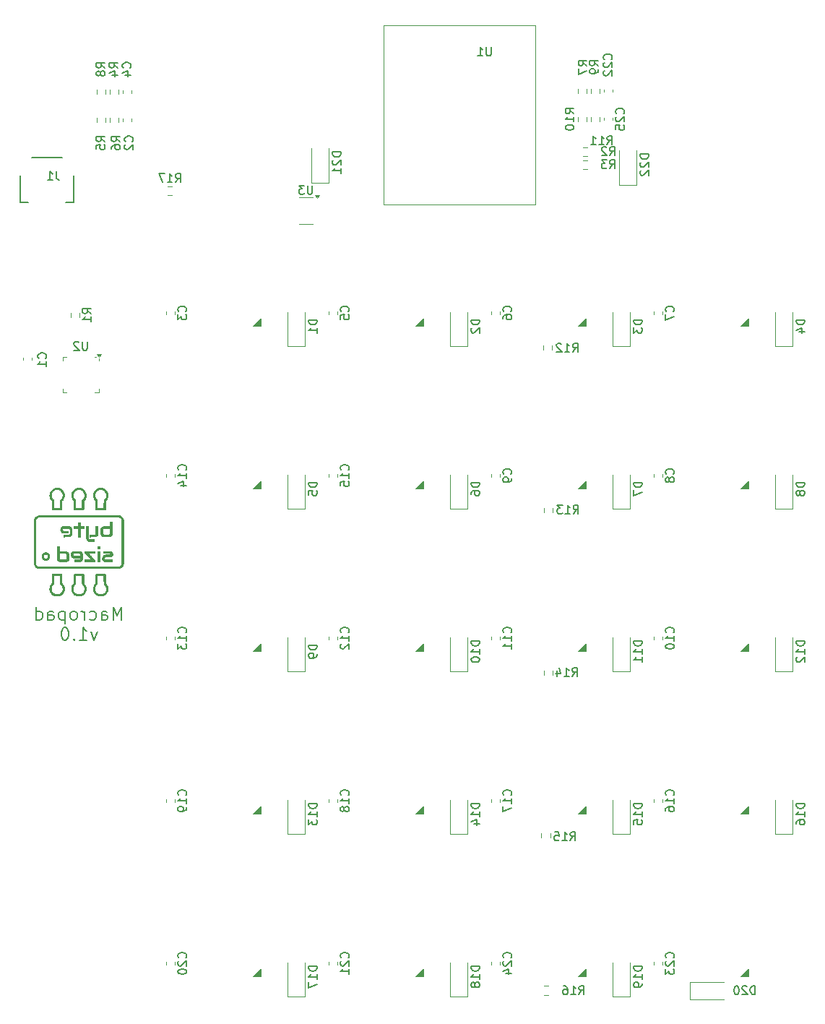
<source format=gbr>
%TF.GenerationSoftware,KiCad,Pcbnew,8.0.5*%
%TF.CreationDate,2024-11-15T15:43:01-05:00*%
%TF.ProjectId,bytesized_macropad,62797465-7369-47a6-9564-5f6d6163726f,rev?*%
%TF.SameCoordinates,Original*%
%TF.FileFunction,Legend,Bot*%
%TF.FilePolarity,Positive*%
%FSLAX46Y46*%
G04 Gerber Fmt 4.6, Leading zero omitted, Abs format (unit mm)*
G04 Created by KiCad (PCBNEW 8.0.5) date 2024-11-15 15:43:01*
%MOMM*%
%LPD*%
G01*
G04 APERTURE LIST*
%ADD10C,0.200000*%
%ADD11C,0.150000*%
%ADD12C,0.120000*%
%ADD13C,0.100000*%
%ADD14C,0.152400*%
%ADD15C,0.000000*%
G04 APERTURE END LIST*
D10*
X104771201Y-101073912D02*
X104771201Y-99573912D01*
X104771201Y-99573912D02*
X104271201Y-100645341D01*
X104271201Y-100645341D02*
X103771201Y-99573912D01*
X103771201Y-99573912D02*
X103771201Y-101073912D01*
X102414058Y-101073912D02*
X102414058Y-100288198D01*
X102414058Y-100288198D02*
X102485486Y-100145341D01*
X102485486Y-100145341D02*
X102628343Y-100073912D01*
X102628343Y-100073912D02*
X102914058Y-100073912D01*
X102914058Y-100073912D02*
X103056915Y-100145341D01*
X102414058Y-101002484D02*
X102556915Y-101073912D01*
X102556915Y-101073912D02*
X102914058Y-101073912D01*
X102914058Y-101073912D02*
X103056915Y-101002484D01*
X103056915Y-101002484D02*
X103128343Y-100859626D01*
X103128343Y-100859626D02*
X103128343Y-100716769D01*
X103128343Y-100716769D02*
X103056915Y-100573912D01*
X103056915Y-100573912D02*
X102914058Y-100502484D01*
X102914058Y-100502484D02*
X102556915Y-100502484D01*
X102556915Y-100502484D02*
X102414058Y-100431055D01*
X101056915Y-101002484D02*
X101199772Y-101073912D01*
X101199772Y-101073912D02*
X101485486Y-101073912D01*
X101485486Y-101073912D02*
X101628343Y-101002484D01*
X101628343Y-101002484D02*
X101699772Y-100931055D01*
X101699772Y-100931055D02*
X101771200Y-100788198D01*
X101771200Y-100788198D02*
X101771200Y-100359626D01*
X101771200Y-100359626D02*
X101699772Y-100216769D01*
X101699772Y-100216769D02*
X101628343Y-100145341D01*
X101628343Y-100145341D02*
X101485486Y-100073912D01*
X101485486Y-100073912D02*
X101199772Y-100073912D01*
X101199772Y-100073912D02*
X101056915Y-100145341D01*
X100414058Y-101073912D02*
X100414058Y-100073912D01*
X100414058Y-100359626D02*
X100342629Y-100216769D01*
X100342629Y-100216769D02*
X100271201Y-100145341D01*
X100271201Y-100145341D02*
X100128343Y-100073912D01*
X100128343Y-100073912D02*
X99985486Y-100073912D01*
X99271201Y-101073912D02*
X99414058Y-101002484D01*
X99414058Y-101002484D02*
X99485487Y-100931055D01*
X99485487Y-100931055D02*
X99556915Y-100788198D01*
X99556915Y-100788198D02*
X99556915Y-100359626D01*
X99556915Y-100359626D02*
X99485487Y-100216769D01*
X99485487Y-100216769D02*
X99414058Y-100145341D01*
X99414058Y-100145341D02*
X99271201Y-100073912D01*
X99271201Y-100073912D02*
X99056915Y-100073912D01*
X99056915Y-100073912D02*
X98914058Y-100145341D01*
X98914058Y-100145341D02*
X98842630Y-100216769D01*
X98842630Y-100216769D02*
X98771201Y-100359626D01*
X98771201Y-100359626D02*
X98771201Y-100788198D01*
X98771201Y-100788198D02*
X98842630Y-100931055D01*
X98842630Y-100931055D02*
X98914058Y-101002484D01*
X98914058Y-101002484D02*
X99056915Y-101073912D01*
X99056915Y-101073912D02*
X99271201Y-101073912D01*
X98128344Y-100073912D02*
X98128344Y-101573912D01*
X98128344Y-100145341D02*
X97985487Y-100073912D01*
X97985487Y-100073912D02*
X97699772Y-100073912D01*
X97699772Y-100073912D02*
X97556915Y-100145341D01*
X97556915Y-100145341D02*
X97485487Y-100216769D01*
X97485487Y-100216769D02*
X97414058Y-100359626D01*
X97414058Y-100359626D02*
X97414058Y-100788198D01*
X97414058Y-100788198D02*
X97485487Y-100931055D01*
X97485487Y-100931055D02*
X97556915Y-101002484D01*
X97556915Y-101002484D02*
X97699772Y-101073912D01*
X97699772Y-101073912D02*
X97985487Y-101073912D01*
X97985487Y-101073912D02*
X98128344Y-101002484D01*
X96128344Y-101073912D02*
X96128344Y-100288198D01*
X96128344Y-100288198D02*
X96199772Y-100145341D01*
X96199772Y-100145341D02*
X96342629Y-100073912D01*
X96342629Y-100073912D02*
X96628344Y-100073912D01*
X96628344Y-100073912D02*
X96771201Y-100145341D01*
X96128344Y-101002484D02*
X96271201Y-101073912D01*
X96271201Y-101073912D02*
X96628344Y-101073912D01*
X96628344Y-101073912D02*
X96771201Y-101002484D01*
X96771201Y-101002484D02*
X96842629Y-100859626D01*
X96842629Y-100859626D02*
X96842629Y-100716769D01*
X96842629Y-100716769D02*
X96771201Y-100573912D01*
X96771201Y-100573912D02*
X96628344Y-100502484D01*
X96628344Y-100502484D02*
X96271201Y-100502484D01*
X96271201Y-100502484D02*
X96128344Y-100431055D01*
X94771201Y-101073912D02*
X94771201Y-99573912D01*
X94771201Y-101002484D02*
X94914058Y-101073912D01*
X94914058Y-101073912D02*
X95199772Y-101073912D01*
X95199772Y-101073912D02*
X95342629Y-101002484D01*
X95342629Y-101002484D02*
X95414058Y-100931055D01*
X95414058Y-100931055D02*
X95485486Y-100788198D01*
X95485486Y-100788198D02*
X95485486Y-100359626D01*
X95485486Y-100359626D02*
X95414058Y-100216769D01*
X95414058Y-100216769D02*
X95342629Y-100145341D01*
X95342629Y-100145341D02*
X95199772Y-100073912D01*
X95199772Y-100073912D02*
X94914058Y-100073912D01*
X94914058Y-100073912D02*
X94771201Y-100145341D01*
X101914057Y-102488828D02*
X101556914Y-103488828D01*
X101556914Y-103488828D02*
X101199771Y-102488828D01*
X99842628Y-103488828D02*
X100699771Y-103488828D01*
X100271200Y-103488828D02*
X100271200Y-101988828D01*
X100271200Y-101988828D02*
X100414057Y-102203114D01*
X100414057Y-102203114D02*
X100556914Y-102345971D01*
X100556914Y-102345971D02*
X100699771Y-102417400D01*
X99199772Y-103345971D02*
X99128343Y-103417400D01*
X99128343Y-103417400D02*
X99199772Y-103488828D01*
X99199772Y-103488828D02*
X99271200Y-103417400D01*
X99271200Y-103417400D02*
X99199772Y-103345971D01*
X99199772Y-103345971D02*
X99199772Y-103488828D01*
X98199771Y-101988828D02*
X98056914Y-101988828D01*
X98056914Y-101988828D02*
X97914057Y-102060257D01*
X97914057Y-102060257D02*
X97842629Y-102131685D01*
X97842629Y-102131685D02*
X97771200Y-102274542D01*
X97771200Y-102274542D02*
X97699771Y-102560257D01*
X97699771Y-102560257D02*
X97699771Y-102917400D01*
X97699771Y-102917400D02*
X97771200Y-103203114D01*
X97771200Y-103203114D02*
X97842629Y-103345971D01*
X97842629Y-103345971D02*
X97914057Y-103417400D01*
X97914057Y-103417400D02*
X98056914Y-103488828D01*
X98056914Y-103488828D02*
X98199771Y-103488828D01*
X98199771Y-103488828D02*
X98342629Y-103417400D01*
X98342629Y-103417400D02*
X98414057Y-103345971D01*
X98414057Y-103345971D02*
X98485486Y-103203114D01*
X98485486Y-103203114D02*
X98556914Y-102917400D01*
X98556914Y-102917400D02*
X98556914Y-102560257D01*
X98556914Y-102560257D02*
X98485486Y-102274542D01*
X98485486Y-102274542D02*
X98414057Y-102131685D01*
X98414057Y-102131685D02*
X98342629Y-102060257D01*
X98342629Y-102060257D02*
X98199771Y-101988828D01*
D11*
X111080157Y-49824819D02*
X111413490Y-49348628D01*
X111651585Y-49824819D02*
X111651585Y-48824819D01*
X111651585Y-48824819D02*
X111270633Y-48824819D01*
X111270633Y-48824819D02*
X111175395Y-48872438D01*
X111175395Y-48872438D02*
X111127776Y-48920057D01*
X111127776Y-48920057D02*
X111080157Y-49015295D01*
X111080157Y-49015295D02*
X111080157Y-49158152D01*
X111080157Y-49158152D02*
X111127776Y-49253390D01*
X111127776Y-49253390D02*
X111175395Y-49301009D01*
X111175395Y-49301009D02*
X111270633Y-49348628D01*
X111270633Y-49348628D02*
X111651585Y-49348628D01*
X110127776Y-49824819D02*
X110699204Y-49824819D01*
X110413490Y-49824819D02*
X110413490Y-48824819D01*
X110413490Y-48824819D02*
X110508728Y-48967676D01*
X110508728Y-48967676D02*
X110603966Y-49062914D01*
X110603966Y-49062914D02*
X110699204Y-49110533D01*
X109794442Y-48824819D02*
X109127776Y-48824819D01*
X109127776Y-48824819D02*
X109556347Y-49824819D01*
X158376857Y-144980819D02*
X158710190Y-144504628D01*
X158948285Y-144980819D02*
X158948285Y-143980819D01*
X158948285Y-143980819D02*
X158567333Y-143980819D01*
X158567333Y-143980819D02*
X158472095Y-144028438D01*
X158472095Y-144028438D02*
X158424476Y-144076057D01*
X158424476Y-144076057D02*
X158376857Y-144171295D01*
X158376857Y-144171295D02*
X158376857Y-144314152D01*
X158376857Y-144314152D02*
X158424476Y-144409390D01*
X158424476Y-144409390D02*
X158472095Y-144457009D01*
X158472095Y-144457009D02*
X158567333Y-144504628D01*
X158567333Y-144504628D02*
X158948285Y-144504628D01*
X157424476Y-144980819D02*
X157995904Y-144980819D01*
X157710190Y-144980819D02*
X157710190Y-143980819D01*
X157710190Y-143980819D02*
X157805428Y-144123676D01*
X157805428Y-144123676D02*
X157900666Y-144218914D01*
X157900666Y-144218914D02*
X157995904Y-144266533D01*
X156567333Y-143980819D02*
X156757809Y-143980819D01*
X156757809Y-143980819D02*
X156853047Y-144028438D01*
X156853047Y-144028438D02*
X156900666Y-144076057D01*
X156900666Y-144076057D02*
X156995904Y-144218914D01*
X156995904Y-144218914D02*
X157043523Y-144409390D01*
X157043523Y-144409390D02*
X157043523Y-144790342D01*
X157043523Y-144790342D02*
X156995904Y-144885580D01*
X156995904Y-144885580D02*
X156948285Y-144933200D01*
X156948285Y-144933200D02*
X156853047Y-144980819D01*
X156853047Y-144980819D02*
X156662571Y-144980819D01*
X156662571Y-144980819D02*
X156567333Y-144933200D01*
X156567333Y-144933200D02*
X156519714Y-144885580D01*
X156519714Y-144885580D02*
X156472095Y-144790342D01*
X156472095Y-144790342D02*
X156472095Y-144552247D01*
X156472095Y-144552247D02*
X156519714Y-144457009D01*
X156519714Y-144457009D02*
X156567333Y-144409390D01*
X156567333Y-144409390D02*
X156662571Y-144361771D01*
X156662571Y-144361771D02*
X156853047Y-144361771D01*
X156853047Y-144361771D02*
X156948285Y-144409390D01*
X156948285Y-144409390D02*
X156995904Y-144457009D01*
X156995904Y-144457009D02*
X157043523Y-144552247D01*
X157360857Y-126946819D02*
X157694190Y-126470628D01*
X157932285Y-126946819D02*
X157932285Y-125946819D01*
X157932285Y-125946819D02*
X157551333Y-125946819D01*
X157551333Y-125946819D02*
X157456095Y-125994438D01*
X157456095Y-125994438D02*
X157408476Y-126042057D01*
X157408476Y-126042057D02*
X157360857Y-126137295D01*
X157360857Y-126137295D02*
X157360857Y-126280152D01*
X157360857Y-126280152D02*
X157408476Y-126375390D01*
X157408476Y-126375390D02*
X157456095Y-126423009D01*
X157456095Y-126423009D02*
X157551333Y-126470628D01*
X157551333Y-126470628D02*
X157932285Y-126470628D01*
X156408476Y-126946819D02*
X156979904Y-126946819D01*
X156694190Y-126946819D02*
X156694190Y-125946819D01*
X156694190Y-125946819D02*
X156789428Y-126089676D01*
X156789428Y-126089676D02*
X156884666Y-126184914D01*
X156884666Y-126184914D02*
X156979904Y-126232533D01*
X155503714Y-125946819D02*
X155979904Y-125946819D01*
X155979904Y-125946819D02*
X156027523Y-126423009D01*
X156027523Y-126423009D02*
X155979904Y-126375390D01*
X155979904Y-126375390D02*
X155884666Y-126327771D01*
X155884666Y-126327771D02*
X155646571Y-126327771D01*
X155646571Y-126327771D02*
X155551333Y-126375390D01*
X155551333Y-126375390D02*
X155503714Y-126423009D01*
X155503714Y-126423009D02*
X155456095Y-126518247D01*
X155456095Y-126518247D02*
X155456095Y-126756342D01*
X155456095Y-126756342D02*
X155503714Y-126851580D01*
X155503714Y-126851580D02*
X155551333Y-126899200D01*
X155551333Y-126899200D02*
X155646571Y-126946819D01*
X155646571Y-126946819D02*
X155884666Y-126946819D01*
X155884666Y-126946819D02*
X155979904Y-126899200D01*
X155979904Y-126899200D02*
X156027523Y-126851580D01*
X157589457Y-107719019D02*
X157922790Y-107242828D01*
X158160885Y-107719019D02*
X158160885Y-106719019D01*
X158160885Y-106719019D02*
X157779933Y-106719019D01*
X157779933Y-106719019D02*
X157684695Y-106766638D01*
X157684695Y-106766638D02*
X157637076Y-106814257D01*
X157637076Y-106814257D02*
X157589457Y-106909495D01*
X157589457Y-106909495D02*
X157589457Y-107052352D01*
X157589457Y-107052352D02*
X157637076Y-107147590D01*
X157637076Y-107147590D02*
X157684695Y-107195209D01*
X157684695Y-107195209D02*
X157779933Y-107242828D01*
X157779933Y-107242828D02*
X158160885Y-107242828D01*
X156637076Y-107719019D02*
X157208504Y-107719019D01*
X156922790Y-107719019D02*
X156922790Y-106719019D01*
X156922790Y-106719019D02*
X157018028Y-106861876D01*
X157018028Y-106861876D02*
X157113266Y-106957114D01*
X157113266Y-106957114D02*
X157208504Y-107004733D01*
X155779933Y-107052352D02*
X155779933Y-107719019D01*
X156018028Y-106671400D02*
X156256123Y-107385685D01*
X156256123Y-107385685D02*
X155637076Y-107385685D01*
X157716457Y-88643619D02*
X158049790Y-88167428D01*
X158287885Y-88643619D02*
X158287885Y-87643619D01*
X158287885Y-87643619D02*
X157906933Y-87643619D01*
X157906933Y-87643619D02*
X157811695Y-87691238D01*
X157811695Y-87691238D02*
X157764076Y-87738857D01*
X157764076Y-87738857D02*
X157716457Y-87834095D01*
X157716457Y-87834095D02*
X157716457Y-87976952D01*
X157716457Y-87976952D02*
X157764076Y-88072190D01*
X157764076Y-88072190D02*
X157811695Y-88119809D01*
X157811695Y-88119809D02*
X157906933Y-88167428D01*
X157906933Y-88167428D02*
X158287885Y-88167428D01*
X156764076Y-88643619D02*
X157335504Y-88643619D01*
X157049790Y-88643619D02*
X157049790Y-87643619D01*
X157049790Y-87643619D02*
X157145028Y-87786476D01*
X157145028Y-87786476D02*
X157240266Y-87881714D01*
X157240266Y-87881714D02*
X157335504Y-87929333D01*
X156430742Y-87643619D02*
X155811695Y-87643619D01*
X155811695Y-87643619D02*
X156145028Y-88024571D01*
X156145028Y-88024571D02*
X156002171Y-88024571D01*
X156002171Y-88024571D02*
X155906933Y-88072190D01*
X155906933Y-88072190D02*
X155859314Y-88119809D01*
X155859314Y-88119809D02*
X155811695Y-88215047D01*
X155811695Y-88215047D02*
X155811695Y-88453142D01*
X155811695Y-88453142D02*
X155859314Y-88548380D01*
X155859314Y-88548380D02*
X155906933Y-88596000D01*
X155906933Y-88596000D02*
X156002171Y-88643619D01*
X156002171Y-88643619D02*
X156287885Y-88643619D01*
X156287885Y-88643619D02*
X156383123Y-88596000D01*
X156383123Y-88596000D02*
X156430742Y-88548380D01*
X157640257Y-69695219D02*
X157973590Y-69219028D01*
X158211685Y-69695219D02*
X158211685Y-68695219D01*
X158211685Y-68695219D02*
X157830733Y-68695219D01*
X157830733Y-68695219D02*
X157735495Y-68742838D01*
X157735495Y-68742838D02*
X157687876Y-68790457D01*
X157687876Y-68790457D02*
X157640257Y-68885695D01*
X157640257Y-68885695D02*
X157640257Y-69028552D01*
X157640257Y-69028552D02*
X157687876Y-69123790D01*
X157687876Y-69123790D02*
X157735495Y-69171409D01*
X157735495Y-69171409D02*
X157830733Y-69219028D01*
X157830733Y-69219028D02*
X158211685Y-69219028D01*
X156687876Y-69695219D02*
X157259304Y-69695219D01*
X156973590Y-69695219D02*
X156973590Y-68695219D01*
X156973590Y-68695219D02*
X157068828Y-68838076D01*
X157068828Y-68838076D02*
X157164066Y-68933314D01*
X157164066Y-68933314D02*
X157259304Y-68980933D01*
X156306923Y-68790457D02*
X156259304Y-68742838D01*
X156259304Y-68742838D02*
X156164066Y-68695219D01*
X156164066Y-68695219D02*
X155925971Y-68695219D01*
X155925971Y-68695219D02*
X155830733Y-68742838D01*
X155830733Y-68742838D02*
X155783114Y-68790457D01*
X155783114Y-68790457D02*
X155735495Y-68885695D01*
X155735495Y-68885695D02*
X155735495Y-68980933D01*
X155735495Y-68980933D02*
X155783114Y-69123790D01*
X155783114Y-69123790D02*
X156354542Y-69695219D01*
X156354542Y-69695219D02*
X155735495Y-69695219D01*
X97107333Y-48553019D02*
X97107333Y-49267304D01*
X97107333Y-49267304D02*
X97154952Y-49410161D01*
X97154952Y-49410161D02*
X97250190Y-49505400D01*
X97250190Y-49505400D02*
X97393047Y-49553019D01*
X97393047Y-49553019D02*
X97488285Y-49553019D01*
X96107333Y-49553019D02*
X96678761Y-49553019D01*
X96393047Y-49553019D02*
X96393047Y-48553019D01*
X96393047Y-48553019D02*
X96488285Y-48695876D01*
X96488285Y-48695876D02*
X96583523Y-48791114D01*
X96583523Y-48791114D02*
X96678761Y-48838733D01*
X169429580Y-84007833D02*
X169477200Y-83960214D01*
X169477200Y-83960214D02*
X169524819Y-83817357D01*
X169524819Y-83817357D02*
X169524819Y-83722119D01*
X169524819Y-83722119D02*
X169477200Y-83579262D01*
X169477200Y-83579262D02*
X169381961Y-83484024D01*
X169381961Y-83484024D02*
X169286723Y-83436405D01*
X169286723Y-83436405D02*
X169096247Y-83388786D01*
X169096247Y-83388786D02*
X168953390Y-83388786D01*
X168953390Y-83388786D02*
X168762914Y-83436405D01*
X168762914Y-83436405D02*
X168667676Y-83484024D01*
X168667676Y-83484024D02*
X168572438Y-83579262D01*
X168572438Y-83579262D02*
X168524819Y-83722119D01*
X168524819Y-83722119D02*
X168524819Y-83817357D01*
X168524819Y-83817357D02*
X168572438Y-83960214D01*
X168572438Y-83960214D02*
X168620057Y-84007833D01*
X168953390Y-84579262D02*
X168905771Y-84484024D01*
X168905771Y-84484024D02*
X168858152Y-84436405D01*
X168858152Y-84436405D02*
X168762914Y-84388786D01*
X168762914Y-84388786D02*
X168715295Y-84388786D01*
X168715295Y-84388786D02*
X168620057Y-84436405D01*
X168620057Y-84436405D02*
X168572438Y-84484024D01*
X168572438Y-84484024D02*
X168524819Y-84579262D01*
X168524819Y-84579262D02*
X168524819Y-84769738D01*
X168524819Y-84769738D02*
X168572438Y-84864976D01*
X168572438Y-84864976D02*
X168620057Y-84912595D01*
X168620057Y-84912595D02*
X168715295Y-84960214D01*
X168715295Y-84960214D02*
X168762914Y-84960214D01*
X168762914Y-84960214D02*
X168858152Y-84912595D01*
X168858152Y-84912595D02*
X168905771Y-84864976D01*
X168905771Y-84864976D02*
X168953390Y-84769738D01*
X168953390Y-84769738D02*
X168953390Y-84579262D01*
X168953390Y-84579262D02*
X169001009Y-84484024D01*
X169001009Y-84484024D02*
X169048628Y-84436405D01*
X169048628Y-84436405D02*
X169143866Y-84388786D01*
X169143866Y-84388786D02*
X169334342Y-84388786D01*
X169334342Y-84388786D02*
X169429580Y-84436405D01*
X169429580Y-84436405D02*
X169477200Y-84484024D01*
X169477200Y-84484024D02*
X169524819Y-84579262D01*
X169524819Y-84579262D02*
X169524819Y-84769738D01*
X169524819Y-84769738D02*
X169477200Y-84864976D01*
X169477200Y-84864976D02*
X169429580Y-84912595D01*
X169429580Y-84912595D02*
X169334342Y-84960214D01*
X169334342Y-84960214D02*
X169143866Y-84960214D01*
X169143866Y-84960214D02*
X169048628Y-84912595D01*
X169048628Y-84912595D02*
X169001009Y-84864976D01*
X169001009Y-84864976D02*
X168953390Y-84769738D01*
X179014285Y-144980819D02*
X179014285Y-143980819D01*
X179014285Y-143980819D02*
X178776190Y-143980819D01*
X178776190Y-143980819D02*
X178633333Y-144028438D01*
X178633333Y-144028438D02*
X178538095Y-144123676D01*
X178538095Y-144123676D02*
X178490476Y-144218914D01*
X178490476Y-144218914D02*
X178442857Y-144409390D01*
X178442857Y-144409390D02*
X178442857Y-144552247D01*
X178442857Y-144552247D02*
X178490476Y-144742723D01*
X178490476Y-144742723D02*
X178538095Y-144837961D01*
X178538095Y-144837961D02*
X178633333Y-144933200D01*
X178633333Y-144933200D02*
X178776190Y-144980819D01*
X178776190Y-144980819D02*
X179014285Y-144980819D01*
X178061904Y-144076057D02*
X178014285Y-144028438D01*
X178014285Y-144028438D02*
X177919047Y-143980819D01*
X177919047Y-143980819D02*
X177680952Y-143980819D01*
X177680952Y-143980819D02*
X177585714Y-144028438D01*
X177585714Y-144028438D02*
X177538095Y-144076057D01*
X177538095Y-144076057D02*
X177490476Y-144171295D01*
X177490476Y-144171295D02*
X177490476Y-144266533D01*
X177490476Y-144266533D02*
X177538095Y-144409390D01*
X177538095Y-144409390D02*
X178109523Y-144980819D01*
X178109523Y-144980819D02*
X177490476Y-144980819D01*
X176871428Y-143980819D02*
X176776190Y-143980819D01*
X176776190Y-143980819D02*
X176680952Y-144028438D01*
X176680952Y-144028438D02*
X176633333Y-144076057D01*
X176633333Y-144076057D02*
X176585714Y-144171295D01*
X176585714Y-144171295D02*
X176538095Y-144361771D01*
X176538095Y-144361771D02*
X176538095Y-144599866D01*
X176538095Y-144599866D02*
X176585714Y-144790342D01*
X176585714Y-144790342D02*
X176633333Y-144885580D01*
X176633333Y-144885580D02*
X176680952Y-144933200D01*
X176680952Y-144933200D02*
X176776190Y-144980819D01*
X176776190Y-144980819D02*
X176871428Y-144980819D01*
X176871428Y-144980819D02*
X176966666Y-144933200D01*
X176966666Y-144933200D02*
X177014285Y-144885580D01*
X177014285Y-144885580D02*
X177061904Y-144790342D01*
X177061904Y-144790342D02*
X177109523Y-144599866D01*
X177109523Y-144599866D02*
X177109523Y-144361771D01*
X177109523Y-144361771D02*
X177061904Y-144171295D01*
X177061904Y-144171295D02*
X177014285Y-144076057D01*
X177014285Y-144076057D02*
X176966666Y-144028438D01*
X176966666Y-144028438D02*
X176871428Y-143980819D01*
X165776819Y-122609714D02*
X164776819Y-122609714D01*
X164776819Y-122609714D02*
X164776819Y-122847809D01*
X164776819Y-122847809D02*
X164824438Y-122990666D01*
X164824438Y-122990666D02*
X164919676Y-123085904D01*
X164919676Y-123085904D02*
X165014914Y-123133523D01*
X165014914Y-123133523D02*
X165205390Y-123181142D01*
X165205390Y-123181142D02*
X165348247Y-123181142D01*
X165348247Y-123181142D02*
X165538723Y-123133523D01*
X165538723Y-123133523D02*
X165633961Y-123085904D01*
X165633961Y-123085904D02*
X165729200Y-122990666D01*
X165729200Y-122990666D02*
X165776819Y-122847809D01*
X165776819Y-122847809D02*
X165776819Y-122609714D01*
X165776819Y-124133523D02*
X165776819Y-123562095D01*
X165776819Y-123847809D02*
X164776819Y-123847809D01*
X164776819Y-123847809D02*
X164919676Y-123752571D01*
X164919676Y-123752571D02*
X165014914Y-123657333D01*
X165014914Y-123657333D02*
X165062533Y-123562095D01*
X164776819Y-125038285D02*
X164776819Y-124562095D01*
X164776819Y-124562095D02*
X165253009Y-124514476D01*
X165253009Y-124514476D02*
X165205390Y-124562095D01*
X165205390Y-124562095D02*
X165157771Y-124657333D01*
X165157771Y-124657333D02*
X165157771Y-124895428D01*
X165157771Y-124895428D02*
X165205390Y-124990666D01*
X165205390Y-124990666D02*
X165253009Y-125038285D01*
X165253009Y-125038285D02*
X165348247Y-125085904D01*
X165348247Y-125085904D02*
X165586342Y-125085904D01*
X165586342Y-125085904D02*
X165681580Y-125038285D01*
X165681580Y-125038285D02*
X165729200Y-124990666D01*
X165729200Y-124990666D02*
X165776819Y-124895428D01*
X165776819Y-124895428D02*
X165776819Y-124657333D01*
X165776819Y-124657333D02*
X165729200Y-124562095D01*
X165729200Y-124562095D02*
X165681580Y-124514476D01*
X184826819Y-84985905D02*
X183826819Y-84985905D01*
X183826819Y-84985905D02*
X183826819Y-85224000D01*
X183826819Y-85224000D02*
X183874438Y-85366857D01*
X183874438Y-85366857D02*
X183969676Y-85462095D01*
X183969676Y-85462095D02*
X184064914Y-85509714D01*
X184064914Y-85509714D02*
X184255390Y-85557333D01*
X184255390Y-85557333D02*
X184398247Y-85557333D01*
X184398247Y-85557333D02*
X184588723Y-85509714D01*
X184588723Y-85509714D02*
X184683961Y-85462095D01*
X184683961Y-85462095D02*
X184779200Y-85366857D01*
X184779200Y-85366857D02*
X184826819Y-85224000D01*
X184826819Y-85224000D02*
X184826819Y-84985905D01*
X184255390Y-86128762D02*
X184207771Y-86033524D01*
X184207771Y-86033524D02*
X184160152Y-85985905D01*
X184160152Y-85985905D02*
X184064914Y-85938286D01*
X184064914Y-85938286D02*
X184017295Y-85938286D01*
X184017295Y-85938286D02*
X183922057Y-85985905D01*
X183922057Y-85985905D02*
X183874438Y-86033524D01*
X183874438Y-86033524D02*
X183826819Y-86128762D01*
X183826819Y-86128762D02*
X183826819Y-86319238D01*
X183826819Y-86319238D02*
X183874438Y-86414476D01*
X183874438Y-86414476D02*
X183922057Y-86462095D01*
X183922057Y-86462095D02*
X184017295Y-86509714D01*
X184017295Y-86509714D02*
X184064914Y-86509714D01*
X184064914Y-86509714D02*
X184160152Y-86462095D01*
X184160152Y-86462095D02*
X184207771Y-86414476D01*
X184207771Y-86414476D02*
X184255390Y-86319238D01*
X184255390Y-86319238D02*
X184255390Y-86128762D01*
X184255390Y-86128762D02*
X184303009Y-86033524D01*
X184303009Y-86033524D02*
X184350628Y-85985905D01*
X184350628Y-85985905D02*
X184445866Y-85938286D01*
X184445866Y-85938286D02*
X184636342Y-85938286D01*
X184636342Y-85938286D02*
X184731580Y-85985905D01*
X184731580Y-85985905D02*
X184779200Y-86033524D01*
X184779200Y-86033524D02*
X184826819Y-86128762D01*
X184826819Y-86128762D02*
X184826819Y-86319238D01*
X184826819Y-86319238D02*
X184779200Y-86414476D01*
X184779200Y-86414476D02*
X184731580Y-86462095D01*
X184731580Y-86462095D02*
X184636342Y-86509714D01*
X184636342Y-86509714D02*
X184445866Y-86509714D01*
X184445866Y-86509714D02*
X184350628Y-86462095D01*
X184350628Y-86462095D02*
X184303009Y-86414476D01*
X184303009Y-86414476D02*
X184255390Y-86319238D01*
X162157580Y-35425142D02*
X162205200Y-35377523D01*
X162205200Y-35377523D02*
X162252819Y-35234666D01*
X162252819Y-35234666D02*
X162252819Y-35139428D01*
X162252819Y-35139428D02*
X162205200Y-34996571D01*
X162205200Y-34996571D02*
X162109961Y-34901333D01*
X162109961Y-34901333D02*
X162014723Y-34853714D01*
X162014723Y-34853714D02*
X161824247Y-34806095D01*
X161824247Y-34806095D02*
X161681390Y-34806095D01*
X161681390Y-34806095D02*
X161490914Y-34853714D01*
X161490914Y-34853714D02*
X161395676Y-34901333D01*
X161395676Y-34901333D02*
X161300438Y-34996571D01*
X161300438Y-34996571D02*
X161252819Y-35139428D01*
X161252819Y-35139428D02*
X161252819Y-35234666D01*
X161252819Y-35234666D02*
X161300438Y-35377523D01*
X161300438Y-35377523D02*
X161348057Y-35425142D01*
X161348057Y-35806095D02*
X161300438Y-35853714D01*
X161300438Y-35853714D02*
X161252819Y-35948952D01*
X161252819Y-35948952D02*
X161252819Y-36187047D01*
X161252819Y-36187047D02*
X161300438Y-36282285D01*
X161300438Y-36282285D02*
X161348057Y-36329904D01*
X161348057Y-36329904D02*
X161443295Y-36377523D01*
X161443295Y-36377523D02*
X161538533Y-36377523D01*
X161538533Y-36377523D02*
X161681390Y-36329904D01*
X161681390Y-36329904D02*
X162252819Y-35758476D01*
X162252819Y-35758476D02*
X162252819Y-36377523D01*
X161348057Y-36758476D02*
X161300438Y-36806095D01*
X161300438Y-36806095D02*
X161252819Y-36901333D01*
X161252819Y-36901333D02*
X161252819Y-37139428D01*
X161252819Y-37139428D02*
X161300438Y-37234666D01*
X161300438Y-37234666D02*
X161348057Y-37282285D01*
X161348057Y-37282285D02*
X161443295Y-37329904D01*
X161443295Y-37329904D02*
X161538533Y-37329904D01*
X161538533Y-37329904D02*
X161681390Y-37282285D01*
X161681390Y-37282285D02*
X162252819Y-36710857D01*
X162252819Y-36710857D02*
X162252819Y-37329904D01*
X150379580Y-140681642D02*
X150427200Y-140634023D01*
X150427200Y-140634023D02*
X150474819Y-140491166D01*
X150474819Y-140491166D02*
X150474819Y-140395928D01*
X150474819Y-140395928D02*
X150427200Y-140253071D01*
X150427200Y-140253071D02*
X150331961Y-140157833D01*
X150331961Y-140157833D02*
X150236723Y-140110214D01*
X150236723Y-140110214D02*
X150046247Y-140062595D01*
X150046247Y-140062595D02*
X149903390Y-140062595D01*
X149903390Y-140062595D02*
X149712914Y-140110214D01*
X149712914Y-140110214D02*
X149617676Y-140157833D01*
X149617676Y-140157833D02*
X149522438Y-140253071D01*
X149522438Y-140253071D02*
X149474819Y-140395928D01*
X149474819Y-140395928D02*
X149474819Y-140491166D01*
X149474819Y-140491166D02*
X149522438Y-140634023D01*
X149522438Y-140634023D02*
X149570057Y-140681642D01*
X149570057Y-141062595D02*
X149522438Y-141110214D01*
X149522438Y-141110214D02*
X149474819Y-141205452D01*
X149474819Y-141205452D02*
X149474819Y-141443547D01*
X149474819Y-141443547D02*
X149522438Y-141538785D01*
X149522438Y-141538785D02*
X149570057Y-141586404D01*
X149570057Y-141586404D02*
X149665295Y-141634023D01*
X149665295Y-141634023D02*
X149760533Y-141634023D01*
X149760533Y-141634023D02*
X149903390Y-141586404D01*
X149903390Y-141586404D02*
X150474819Y-141014976D01*
X150474819Y-141014976D02*
X150474819Y-141634023D01*
X149808152Y-142491166D02*
X150474819Y-142491166D01*
X149427200Y-142253071D02*
X150141485Y-142014976D01*
X150141485Y-142014976D02*
X150141485Y-142634023D01*
X112279580Y-102581642D02*
X112327200Y-102534023D01*
X112327200Y-102534023D02*
X112374819Y-102391166D01*
X112374819Y-102391166D02*
X112374819Y-102295928D01*
X112374819Y-102295928D02*
X112327200Y-102153071D01*
X112327200Y-102153071D02*
X112231961Y-102057833D01*
X112231961Y-102057833D02*
X112136723Y-102010214D01*
X112136723Y-102010214D02*
X111946247Y-101962595D01*
X111946247Y-101962595D02*
X111803390Y-101962595D01*
X111803390Y-101962595D02*
X111612914Y-102010214D01*
X111612914Y-102010214D02*
X111517676Y-102057833D01*
X111517676Y-102057833D02*
X111422438Y-102153071D01*
X111422438Y-102153071D02*
X111374819Y-102295928D01*
X111374819Y-102295928D02*
X111374819Y-102391166D01*
X111374819Y-102391166D02*
X111422438Y-102534023D01*
X111422438Y-102534023D02*
X111470057Y-102581642D01*
X112374819Y-103534023D02*
X112374819Y-102962595D01*
X112374819Y-103248309D02*
X111374819Y-103248309D01*
X111374819Y-103248309D02*
X111517676Y-103153071D01*
X111517676Y-103153071D02*
X111612914Y-103057833D01*
X111612914Y-103057833D02*
X111660533Y-102962595D01*
X111374819Y-103867357D02*
X111374819Y-104486404D01*
X111374819Y-104486404D02*
X111755771Y-104153071D01*
X111755771Y-104153071D02*
X111755771Y-104295928D01*
X111755771Y-104295928D02*
X111803390Y-104391166D01*
X111803390Y-104391166D02*
X111851009Y-104438785D01*
X111851009Y-104438785D02*
X111946247Y-104486404D01*
X111946247Y-104486404D02*
X112184342Y-104486404D01*
X112184342Y-104486404D02*
X112279580Y-104438785D01*
X112279580Y-104438785D02*
X112327200Y-104391166D01*
X112327200Y-104391166D02*
X112374819Y-104295928D01*
X112374819Y-104295928D02*
X112374819Y-104010214D01*
X112374819Y-104010214D02*
X112327200Y-103914976D01*
X112327200Y-103914976D02*
X112279580Y-103867357D01*
X100743404Y-68494819D02*
X100743404Y-69304342D01*
X100743404Y-69304342D02*
X100695785Y-69399580D01*
X100695785Y-69399580D02*
X100648166Y-69447200D01*
X100648166Y-69447200D02*
X100552928Y-69494819D01*
X100552928Y-69494819D02*
X100362452Y-69494819D01*
X100362452Y-69494819D02*
X100267214Y-69447200D01*
X100267214Y-69447200D02*
X100219595Y-69399580D01*
X100219595Y-69399580D02*
X100171976Y-69304342D01*
X100171976Y-69304342D02*
X100171976Y-68494819D01*
X99743404Y-68590057D02*
X99695785Y-68542438D01*
X99695785Y-68542438D02*
X99600547Y-68494819D01*
X99600547Y-68494819D02*
X99362452Y-68494819D01*
X99362452Y-68494819D02*
X99267214Y-68542438D01*
X99267214Y-68542438D02*
X99219595Y-68590057D01*
X99219595Y-68590057D02*
X99171976Y-68685295D01*
X99171976Y-68685295D02*
X99171976Y-68780533D01*
X99171976Y-68780533D02*
X99219595Y-68923390D01*
X99219595Y-68923390D02*
X99791023Y-69494819D01*
X99791023Y-69494819D02*
X99171976Y-69494819D01*
X131329580Y-83531642D02*
X131377200Y-83484023D01*
X131377200Y-83484023D02*
X131424819Y-83341166D01*
X131424819Y-83341166D02*
X131424819Y-83245928D01*
X131424819Y-83245928D02*
X131377200Y-83103071D01*
X131377200Y-83103071D02*
X131281961Y-83007833D01*
X131281961Y-83007833D02*
X131186723Y-82960214D01*
X131186723Y-82960214D02*
X130996247Y-82912595D01*
X130996247Y-82912595D02*
X130853390Y-82912595D01*
X130853390Y-82912595D02*
X130662914Y-82960214D01*
X130662914Y-82960214D02*
X130567676Y-83007833D01*
X130567676Y-83007833D02*
X130472438Y-83103071D01*
X130472438Y-83103071D02*
X130424819Y-83245928D01*
X130424819Y-83245928D02*
X130424819Y-83341166D01*
X130424819Y-83341166D02*
X130472438Y-83484023D01*
X130472438Y-83484023D02*
X130520057Y-83531642D01*
X131424819Y-84484023D02*
X131424819Y-83912595D01*
X131424819Y-84198309D02*
X130424819Y-84198309D01*
X130424819Y-84198309D02*
X130567676Y-84103071D01*
X130567676Y-84103071D02*
X130662914Y-84007833D01*
X130662914Y-84007833D02*
X130710533Y-83912595D01*
X130424819Y-85388785D02*
X130424819Y-84912595D01*
X130424819Y-84912595D02*
X130901009Y-84864976D01*
X130901009Y-84864976D02*
X130853390Y-84912595D01*
X130853390Y-84912595D02*
X130805771Y-85007833D01*
X130805771Y-85007833D02*
X130805771Y-85245928D01*
X130805771Y-85245928D02*
X130853390Y-85341166D01*
X130853390Y-85341166D02*
X130901009Y-85388785D01*
X130901009Y-85388785D02*
X130996247Y-85436404D01*
X130996247Y-85436404D02*
X131234342Y-85436404D01*
X131234342Y-85436404D02*
X131329580Y-85388785D01*
X131329580Y-85388785D02*
X131377200Y-85341166D01*
X131377200Y-85341166D02*
X131424819Y-85245928D01*
X131424819Y-85245928D02*
X131424819Y-85007833D01*
X131424819Y-85007833D02*
X131377200Y-84912595D01*
X131377200Y-84912595D02*
X131329580Y-84864976D01*
X127676819Y-141659714D02*
X126676819Y-141659714D01*
X126676819Y-141659714D02*
X126676819Y-141897809D01*
X126676819Y-141897809D02*
X126724438Y-142040666D01*
X126724438Y-142040666D02*
X126819676Y-142135904D01*
X126819676Y-142135904D02*
X126914914Y-142183523D01*
X126914914Y-142183523D02*
X127105390Y-142231142D01*
X127105390Y-142231142D02*
X127248247Y-142231142D01*
X127248247Y-142231142D02*
X127438723Y-142183523D01*
X127438723Y-142183523D02*
X127533961Y-142135904D01*
X127533961Y-142135904D02*
X127629200Y-142040666D01*
X127629200Y-142040666D02*
X127676819Y-141897809D01*
X127676819Y-141897809D02*
X127676819Y-141659714D01*
X127676819Y-143183523D02*
X127676819Y-142612095D01*
X127676819Y-142897809D02*
X126676819Y-142897809D01*
X126676819Y-142897809D02*
X126819676Y-142802571D01*
X126819676Y-142802571D02*
X126914914Y-142707333D01*
X126914914Y-142707333D02*
X126962533Y-142612095D01*
X126676819Y-143516857D02*
X126676819Y-144183523D01*
X126676819Y-144183523D02*
X127676819Y-143754952D01*
X150379580Y-102581642D02*
X150427200Y-102534023D01*
X150427200Y-102534023D02*
X150474819Y-102391166D01*
X150474819Y-102391166D02*
X150474819Y-102295928D01*
X150474819Y-102295928D02*
X150427200Y-102153071D01*
X150427200Y-102153071D02*
X150331961Y-102057833D01*
X150331961Y-102057833D02*
X150236723Y-102010214D01*
X150236723Y-102010214D02*
X150046247Y-101962595D01*
X150046247Y-101962595D02*
X149903390Y-101962595D01*
X149903390Y-101962595D02*
X149712914Y-102010214D01*
X149712914Y-102010214D02*
X149617676Y-102057833D01*
X149617676Y-102057833D02*
X149522438Y-102153071D01*
X149522438Y-102153071D02*
X149474819Y-102295928D01*
X149474819Y-102295928D02*
X149474819Y-102391166D01*
X149474819Y-102391166D02*
X149522438Y-102534023D01*
X149522438Y-102534023D02*
X149570057Y-102581642D01*
X150474819Y-103534023D02*
X150474819Y-102962595D01*
X150474819Y-103248309D02*
X149474819Y-103248309D01*
X149474819Y-103248309D02*
X149617676Y-103153071D01*
X149617676Y-103153071D02*
X149712914Y-103057833D01*
X149712914Y-103057833D02*
X149760533Y-102962595D01*
X150474819Y-104486404D02*
X150474819Y-103914976D01*
X150474819Y-104200690D02*
X149474819Y-104200690D01*
X149474819Y-104200690D02*
X149617676Y-104105452D01*
X149617676Y-104105452D02*
X149712914Y-104010214D01*
X149712914Y-104010214D02*
X149760533Y-103914976D01*
X131329580Y-102581642D02*
X131377200Y-102534023D01*
X131377200Y-102534023D02*
X131424819Y-102391166D01*
X131424819Y-102391166D02*
X131424819Y-102295928D01*
X131424819Y-102295928D02*
X131377200Y-102153071D01*
X131377200Y-102153071D02*
X131281961Y-102057833D01*
X131281961Y-102057833D02*
X131186723Y-102010214D01*
X131186723Y-102010214D02*
X130996247Y-101962595D01*
X130996247Y-101962595D02*
X130853390Y-101962595D01*
X130853390Y-101962595D02*
X130662914Y-102010214D01*
X130662914Y-102010214D02*
X130567676Y-102057833D01*
X130567676Y-102057833D02*
X130472438Y-102153071D01*
X130472438Y-102153071D02*
X130424819Y-102295928D01*
X130424819Y-102295928D02*
X130424819Y-102391166D01*
X130424819Y-102391166D02*
X130472438Y-102534023D01*
X130472438Y-102534023D02*
X130520057Y-102581642D01*
X131424819Y-103534023D02*
X131424819Y-102962595D01*
X131424819Y-103248309D02*
X130424819Y-103248309D01*
X130424819Y-103248309D02*
X130567676Y-103153071D01*
X130567676Y-103153071D02*
X130662914Y-103057833D01*
X130662914Y-103057833D02*
X130710533Y-102962595D01*
X130520057Y-103914976D02*
X130472438Y-103962595D01*
X130472438Y-103962595D02*
X130424819Y-104057833D01*
X130424819Y-104057833D02*
X130424819Y-104295928D01*
X130424819Y-104295928D02*
X130472438Y-104391166D01*
X130472438Y-104391166D02*
X130520057Y-104438785D01*
X130520057Y-104438785D02*
X130615295Y-104486404D01*
X130615295Y-104486404D02*
X130710533Y-104486404D01*
X130710533Y-104486404D02*
X130853390Y-104438785D01*
X130853390Y-104438785D02*
X131424819Y-103867357D01*
X131424819Y-103867357D02*
X131424819Y-104486404D01*
X169429580Y-121631642D02*
X169477200Y-121584023D01*
X169477200Y-121584023D02*
X169524819Y-121441166D01*
X169524819Y-121441166D02*
X169524819Y-121345928D01*
X169524819Y-121345928D02*
X169477200Y-121203071D01*
X169477200Y-121203071D02*
X169381961Y-121107833D01*
X169381961Y-121107833D02*
X169286723Y-121060214D01*
X169286723Y-121060214D02*
X169096247Y-121012595D01*
X169096247Y-121012595D02*
X168953390Y-121012595D01*
X168953390Y-121012595D02*
X168762914Y-121060214D01*
X168762914Y-121060214D02*
X168667676Y-121107833D01*
X168667676Y-121107833D02*
X168572438Y-121203071D01*
X168572438Y-121203071D02*
X168524819Y-121345928D01*
X168524819Y-121345928D02*
X168524819Y-121441166D01*
X168524819Y-121441166D02*
X168572438Y-121584023D01*
X168572438Y-121584023D02*
X168620057Y-121631642D01*
X169524819Y-122584023D02*
X169524819Y-122012595D01*
X169524819Y-122298309D02*
X168524819Y-122298309D01*
X168524819Y-122298309D02*
X168667676Y-122203071D01*
X168667676Y-122203071D02*
X168762914Y-122107833D01*
X168762914Y-122107833D02*
X168810533Y-122012595D01*
X168524819Y-123441166D02*
X168524819Y-123250690D01*
X168524819Y-123250690D02*
X168572438Y-123155452D01*
X168572438Y-123155452D02*
X168620057Y-123107833D01*
X168620057Y-123107833D02*
X168762914Y-123012595D01*
X168762914Y-123012595D02*
X168953390Y-122964976D01*
X168953390Y-122964976D02*
X169334342Y-122964976D01*
X169334342Y-122964976D02*
X169429580Y-123012595D01*
X169429580Y-123012595D02*
X169477200Y-123060214D01*
X169477200Y-123060214D02*
X169524819Y-123155452D01*
X169524819Y-123155452D02*
X169524819Y-123345928D01*
X169524819Y-123345928D02*
X169477200Y-123441166D01*
X169477200Y-123441166D02*
X169429580Y-123488785D01*
X169429580Y-123488785D02*
X169334342Y-123536404D01*
X169334342Y-123536404D02*
X169096247Y-123536404D01*
X169096247Y-123536404D02*
X169001009Y-123488785D01*
X169001009Y-123488785D02*
X168953390Y-123441166D01*
X168953390Y-123441166D02*
X168905771Y-123345928D01*
X168905771Y-123345928D02*
X168905771Y-123155452D01*
X168905771Y-123155452D02*
X168953390Y-123060214D01*
X168953390Y-123060214D02*
X169001009Y-123012595D01*
X169001009Y-123012595D02*
X169096247Y-122964976D01*
X146726819Y-122609714D02*
X145726819Y-122609714D01*
X145726819Y-122609714D02*
X145726819Y-122847809D01*
X145726819Y-122847809D02*
X145774438Y-122990666D01*
X145774438Y-122990666D02*
X145869676Y-123085904D01*
X145869676Y-123085904D02*
X145964914Y-123133523D01*
X145964914Y-123133523D02*
X146155390Y-123181142D01*
X146155390Y-123181142D02*
X146298247Y-123181142D01*
X146298247Y-123181142D02*
X146488723Y-123133523D01*
X146488723Y-123133523D02*
X146583961Y-123085904D01*
X146583961Y-123085904D02*
X146679200Y-122990666D01*
X146679200Y-122990666D02*
X146726819Y-122847809D01*
X146726819Y-122847809D02*
X146726819Y-122609714D01*
X146726819Y-124133523D02*
X146726819Y-123562095D01*
X146726819Y-123847809D02*
X145726819Y-123847809D01*
X145726819Y-123847809D02*
X145869676Y-123752571D01*
X145869676Y-123752571D02*
X145964914Y-123657333D01*
X145964914Y-123657333D02*
X146012533Y-123562095D01*
X146060152Y-124990666D02*
X146726819Y-124990666D01*
X145679200Y-124752571D02*
X146393485Y-124514476D01*
X146393485Y-124514476D02*
X146393485Y-125133523D01*
X146726819Y-141659714D02*
X145726819Y-141659714D01*
X145726819Y-141659714D02*
X145726819Y-141897809D01*
X145726819Y-141897809D02*
X145774438Y-142040666D01*
X145774438Y-142040666D02*
X145869676Y-142135904D01*
X145869676Y-142135904D02*
X145964914Y-142183523D01*
X145964914Y-142183523D02*
X146155390Y-142231142D01*
X146155390Y-142231142D02*
X146298247Y-142231142D01*
X146298247Y-142231142D02*
X146488723Y-142183523D01*
X146488723Y-142183523D02*
X146583961Y-142135904D01*
X146583961Y-142135904D02*
X146679200Y-142040666D01*
X146679200Y-142040666D02*
X146726819Y-141897809D01*
X146726819Y-141897809D02*
X146726819Y-141659714D01*
X146726819Y-143183523D02*
X146726819Y-142612095D01*
X146726819Y-142897809D02*
X145726819Y-142897809D01*
X145726819Y-142897809D02*
X145869676Y-142802571D01*
X145869676Y-142802571D02*
X145964914Y-142707333D01*
X145964914Y-142707333D02*
X146012533Y-142612095D01*
X146155390Y-143754952D02*
X146107771Y-143659714D01*
X146107771Y-143659714D02*
X146060152Y-143612095D01*
X146060152Y-143612095D02*
X145964914Y-143564476D01*
X145964914Y-143564476D02*
X145917295Y-143564476D01*
X145917295Y-143564476D02*
X145822057Y-143612095D01*
X145822057Y-143612095D02*
X145774438Y-143659714D01*
X145774438Y-143659714D02*
X145726819Y-143754952D01*
X145726819Y-143754952D02*
X145726819Y-143945428D01*
X145726819Y-143945428D02*
X145774438Y-144040666D01*
X145774438Y-144040666D02*
X145822057Y-144088285D01*
X145822057Y-144088285D02*
X145917295Y-144135904D01*
X145917295Y-144135904D02*
X145964914Y-144135904D01*
X145964914Y-144135904D02*
X146060152Y-144088285D01*
X146060152Y-144088285D02*
X146107771Y-144040666D01*
X146107771Y-144040666D02*
X146155390Y-143945428D01*
X146155390Y-143945428D02*
X146155390Y-143754952D01*
X146155390Y-143754952D02*
X146203009Y-143659714D01*
X146203009Y-143659714D02*
X146250628Y-143612095D01*
X146250628Y-143612095D02*
X146345866Y-143564476D01*
X146345866Y-143564476D02*
X146536342Y-143564476D01*
X146536342Y-143564476D02*
X146631580Y-143612095D01*
X146631580Y-143612095D02*
X146679200Y-143659714D01*
X146679200Y-143659714D02*
X146726819Y-143754952D01*
X146726819Y-143754952D02*
X146726819Y-143945428D01*
X146726819Y-143945428D02*
X146679200Y-144040666D01*
X146679200Y-144040666D02*
X146631580Y-144088285D01*
X146631580Y-144088285D02*
X146536342Y-144135904D01*
X146536342Y-144135904D02*
X146345866Y-144135904D01*
X146345866Y-144135904D02*
X146250628Y-144088285D01*
X146250628Y-144088285D02*
X146203009Y-144040666D01*
X146203009Y-144040666D02*
X146155390Y-143945428D01*
X127676819Y-104035905D02*
X126676819Y-104035905D01*
X126676819Y-104035905D02*
X126676819Y-104274000D01*
X126676819Y-104274000D02*
X126724438Y-104416857D01*
X126724438Y-104416857D02*
X126819676Y-104512095D01*
X126819676Y-104512095D02*
X126914914Y-104559714D01*
X126914914Y-104559714D02*
X127105390Y-104607333D01*
X127105390Y-104607333D02*
X127248247Y-104607333D01*
X127248247Y-104607333D02*
X127438723Y-104559714D01*
X127438723Y-104559714D02*
X127533961Y-104512095D01*
X127533961Y-104512095D02*
X127629200Y-104416857D01*
X127629200Y-104416857D02*
X127676819Y-104274000D01*
X127676819Y-104274000D02*
X127676819Y-104035905D01*
X127676819Y-105083524D02*
X127676819Y-105274000D01*
X127676819Y-105274000D02*
X127629200Y-105369238D01*
X127629200Y-105369238D02*
X127581580Y-105416857D01*
X127581580Y-105416857D02*
X127438723Y-105512095D01*
X127438723Y-105512095D02*
X127248247Y-105559714D01*
X127248247Y-105559714D02*
X126867295Y-105559714D01*
X126867295Y-105559714D02*
X126772057Y-105512095D01*
X126772057Y-105512095D02*
X126724438Y-105464476D01*
X126724438Y-105464476D02*
X126676819Y-105369238D01*
X126676819Y-105369238D02*
X126676819Y-105178762D01*
X126676819Y-105178762D02*
X126724438Y-105083524D01*
X126724438Y-105083524D02*
X126772057Y-105035905D01*
X126772057Y-105035905D02*
X126867295Y-104988286D01*
X126867295Y-104988286D02*
X127105390Y-104988286D01*
X127105390Y-104988286D02*
X127200628Y-105035905D01*
X127200628Y-105035905D02*
X127248247Y-105083524D01*
X127248247Y-105083524D02*
X127295866Y-105178762D01*
X127295866Y-105178762D02*
X127295866Y-105369238D01*
X127295866Y-105369238D02*
X127248247Y-105464476D01*
X127248247Y-105464476D02*
X127200628Y-105512095D01*
X127200628Y-105512095D02*
X127105390Y-105559714D01*
X150379580Y-64957833D02*
X150427200Y-64910214D01*
X150427200Y-64910214D02*
X150474819Y-64767357D01*
X150474819Y-64767357D02*
X150474819Y-64672119D01*
X150474819Y-64672119D02*
X150427200Y-64529262D01*
X150427200Y-64529262D02*
X150331961Y-64434024D01*
X150331961Y-64434024D02*
X150236723Y-64386405D01*
X150236723Y-64386405D02*
X150046247Y-64338786D01*
X150046247Y-64338786D02*
X149903390Y-64338786D01*
X149903390Y-64338786D02*
X149712914Y-64386405D01*
X149712914Y-64386405D02*
X149617676Y-64434024D01*
X149617676Y-64434024D02*
X149522438Y-64529262D01*
X149522438Y-64529262D02*
X149474819Y-64672119D01*
X149474819Y-64672119D02*
X149474819Y-64767357D01*
X149474819Y-64767357D02*
X149522438Y-64910214D01*
X149522438Y-64910214D02*
X149570057Y-64957833D01*
X149474819Y-65814976D02*
X149474819Y-65624500D01*
X149474819Y-65624500D02*
X149522438Y-65529262D01*
X149522438Y-65529262D02*
X149570057Y-65481643D01*
X149570057Y-65481643D02*
X149712914Y-65386405D01*
X149712914Y-65386405D02*
X149903390Y-65338786D01*
X149903390Y-65338786D02*
X150284342Y-65338786D01*
X150284342Y-65338786D02*
X150379580Y-65386405D01*
X150379580Y-65386405D02*
X150427200Y-65434024D01*
X150427200Y-65434024D02*
X150474819Y-65529262D01*
X150474819Y-65529262D02*
X150474819Y-65719738D01*
X150474819Y-65719738D02*
X150427200Y-65814976D01*
X150427200Y-65814976D02*
X150379580Y-65862595D01*
X150379580Y-65862595D02*
X150284342Y-65910214D01*
X150284342Y-65910214D02*
X150046247Y-65910214D01*
X150046247Y-65910214D02*
X149951009Y-65862595D01*
X149951009Y-65862595D02*
X149903390Y-65814976D01*
X149903390Y-65814976D02*
X149855771Y-65719738D01*
X149855771Y-65719738D02*
X149855771Y-65529262D01*
X149855771Y-65529262D02*
X149903390Y-65434024D01*
X149903390Y-65434024D02*
X149951009Y-65386405D01*
X149951009Y-65386405D02*
X150046247Y-65338786D01*
X112279580Y-140681642D02*
X112327200Y-140634023D01*
X112327200Y-140634023D02*
X112374819Y-140491166D01*
X112374819Y-140491166D02*
X112374819Y-140395928D01*
X112374819Y-140395928D02*
X112327200Y-140253071D01*
X112327200Y-140253071D02*
X112231961Y-140157833D01*
X112231961Y-140157833D02*
X112136723Y-140110214D01*
X112136723Y-140110214D02*
X111946247Y-140062595D01*
X111946247Y-140062595D02*
X111803390Y-140062595D01*
X111803390Y-140062595D02*
X111612914Y-140110214D01*
X111612914Y-140110214D02*
X111517676Y-140157833D01*
X111517676Y-140157833D02*
X111422438Y-140253071D01*
X111422438Y-140253071D02*
X111374819Y-140395928D01*
X111374819Y-140395928D02*
X111374819Y-140491166D01*
X111374819Y-140491166D02*
X111422438Y-140634023D01*
X111422438Y-140634023D02*
X111470057Y-140681642D01*
X111470057Y-141062595D02*
X111422438Y-141110214D01*
X111422438Y-141110214D02*
X111374819Y-141205452D01*
X111374819Y-141205452D02*
X111374819Y-141443547D01*
X111374819Y-141443547D02*
X111422438Y-141538785D01*
X111422438Y-141538785D02*
X111470057Y-141586404D01*
X111470057Y-141586404D02*
X111565295Y-141634023D01*
X111565295Y-141634023D02*
X111660533Y-141634023D01*
X111660533Y-141634023D02*
X111803390Y-141586404D01*
X111803390Y-141586404D02*
X112374819Y-141014976D01*
X112374819Y-141014976D02*
X112374819Y-141634023D01*
X111374819Y-142253071D02*
X111374819Y-142348309D01*
X111374819Y-142348309D02*
X111422438Y-142443547D01*
X111422438Y-142443547D02*
X111470057Y-142491166D01*
X111470057Y-142491166D02*
X111565295Y-142538785D01*
X111565295Y-142538785D02*
X111755771Y-142586404D01*
X111755771Y-142586404D02*
X111993866Y-142586404D01*
X111993866Y-142586404D02*
X112184342Y-142538785D01*
X112184342Y-142538785D02*
X112279580Y-142491166D01*
X112279580Y-142491166D02*
X112327200Y-142443547D01*
X112327200Y-142443547D02*
X112374819Y-142348309D01*
X112374819Y-142348309D02*
X112374819Y-142253071D01*
X112374819Y-142253071D02*
X112327200Y-142157833D01*
X112327200Y-142157833D02*
X112279580Y-142110214D01*
X112279580Y-142110214D02*
X112184342Y-142062595D01*
X112184342Y-142062595D02*
X111993866Y-142014976D01*
X111993866Y-142014976D02*
X111755771Y-142014976D01*
X111755771Y-142014976D02*
X111565295Y-142062595D01*
X111565295Y-142062595D02*
X111470057Y-142110214D01*
X111470057Y-142110214D02*
X111422438Y-142157833D01*
X111422438Y-142157833D02*
X111374819Y-142253071D01*
X166538819Y-46537714D02*
X165538819Y-46537714D01*
X165538819Y-46537714D02*
X165538819Y-46775809D01*
X165538819Y-46775809D02*
X165586438Y-46918666D01*
X165586438Y-46918666D02*
X165681676Y-47013904D01*
X165681676Y-47013904D02*
X165776914Y-47061523D01*
X165776914Y-47061523D02*
X165967390Y-47109142D01*
X165967390Y-47109142D02*
X166110247Y-47109142D01*
X166110247Y-47109142D02*
X166300723Y-47061523D01*
X166300723Y-47061523D02*
X166395961Y-47013904D01*
X166395961Y-47013904D02*
X166491200Y-46918666D01*
X166491200Y-46918666D02*
X166538819Y-46775809D01*
X166538819Y-46775809D02*
X166538819Y-46537714D01*
X165634057Y-47490095D02*
X165586438Y-47537714D01*
X165586438Y-47537714D02*
X165538819Y-47632952D01*
X165538819Y-47632952D02*
X165538819Y-47871047D01*
X165538819Y-47871047D02*
X165586438Y-47966285D01*
X165586438Y-47966285D02*
X165634057Y-48013904D01*
X165634057Y-48013904D02*
X165729295Y-48061523D01*
X165729295Y-48061523D02*
X165824533Y-48061523D01*
X165824533Y-48061523D02*
X165967390Y-48013904D01*
X165967390Y-48013904D02*
X166538819Y-47442476D01*
X166538819Y-47442476D02*
X166538819Y-48061523D01*
X165634057Y-48442476D02*
X165586438Y-48490095D01*
X165586438Y-48490095D02*
X165538819Y-48585333D01*
X165538819Y-48585333D02*
X165538819Y-48823428D01*
X165538819Y-48823428D02*
X165586438Y-48918666D01*
X165586438Y-48918666D02*
X165634057Y-48966285D01*
X165634057Y-48966285D02*
X165729295Y-49013904D01*
X165729295Y-49013904D02*
X165824533Y-49013904D01*
X165824533Y-49013904D02*
X165967390Y-48966285D01*
X165967390Y-48966285D02*
X166538819Y-48394857D01*
X166538819Y-48394857D02*
X166538819Y-49013904D01*
X160634819Y-36155333D02*
X160158628Y-35822000D01*
X160634819Y-35583905D02*
X159634819Y-35583905D01*
X159634819Y-35583905D02*
X159634819Y-35964857D01*
X159634819Y-35964857D02*
X159682438Y-36060095D01*
X159682438Y-36060095D02*
X159730057Y-36107714D01*
X159730057Y-36107714D02*
X159825295Y-36155333D01*
X159825295Y-36155333D02*
X159968152Y-36155333D01*
X159968152Y-36155333D02*
X160063390Y-36107714D01*
X160063390Y-36107714D02*
X160111009Y-36060095D01*
X160111009Y-36060095D02*
X160158628Y-35964857D01*
X160158628Y-35964857D02*
X160158628Y-35583905D01*
X160634819Y-36631524D02*
X160634819Y-36822000D01*
X160634819Y-36822000D02*
X160587200Y-36917238D01*
X160587200Y-36917238D02*
X160539580Y-36964857D01*
X160539580Y-36964857D02*
X160396723Y-37060095D01*
X160396723Y-37060095D02*
X160206247Y-37107714D01*
X160206247Y-37107714D02*
X159825295Y-37107714D01*
X159825295Y-37107714D02*
X159730057Y-37060095D01*
X159730057Y-37060095D02*
X159682438Y-37012476D01*
X159682438Y-37012476D02*
X159634819Y-36917238D01*
X159634819Y-36917238D02*
X159634819Y-36726762D01*
X159634819Y-36726762D02*
X159682438Y-36631524D01*
X159682438Y-36631524D02*
X159730057Y-36583905D01*
X159730057Y-36583905D02*
X159825295Y-36536286D01*
X159825295Y-36536286D02*
X160063390Y-36536286D01*
X160063390Y-36536286D02*
X160158628Y-36583905D01*
X160158628Y-36583905D02*
X160206247Y-36631524D01*
X160206247Y-36631524D02*
X160253866Y-36726762D01*
X160253866Y-36726762D02*
X160253866Y-36917238D01*
X160253866Y-36917238D02*
X160206247Y-37012476D01*
X160206247Y-37012476D02*
X160158628Y-37060095D01*
X160158628Y-37060095D02*
X160063390Y-37107714D01*
X104340819Y-36409333D02*
X103864628Y-36076000D01*
X104340819Y-35837905D02*
X103340819Y-35837905D01*
X103340819Y-35837905D02*
X103340819Y-36218857D01*
X103340819Y-36218857D02*
X103388438Y-36314095D01*
X103388438Y-36314095D02*
X103436057Y-36361714D01*
X103436057Y-36361714D02*
X103531295Y-36409333D01*
X103531295Y-36409333D02*
X103674152Y-36409333D01*
X103674152Y-36409333D02*
X103769390Y-36361714D01*
X103769390Y-36361714D02*
X103817009Y-36314095D01*
X103817009Y-36314095D02*
X103864628Y-36218857D01*
X103864628Y-36218857D02*
X103864628Y-35837905D01*
X103674152Y-37266476D02*
X104340819Y-37266476D01*
X103293200Y-37028381D02*
X104007485Y-36790286D01*
X104007485Y-36790286D02*
X104007485Y-37409333D01*
X112279580Y-121631642D02*
X112327200Y-121584023D01*
X112327200Y-121584023D02*
X112374819Y-121441166D01*
X112374819Y-121441166D02*
X112374819Y-121345928D01*
X112374819Y-121345928D02*
X112327200Y-121203071D01*
X112327200Y-121203071D02*
X112231961Y-121107833D01*
X112231961Y-121107833D02*
X112136723Y-121060214D01*
X112136723Y-121060214D02*
X111946247Y-121012595D01*
X111946247Y-121012595D02*
X111803390Y-121012595D01*
X111803390Y-121012595D02*
X111612914Y-121060214D01*
X111612914Y-121060214D02*
X111517676Y-121107833D01*
X111517676Y-121107833D02*
X111422438Y-121203071D01*
X111422438Y-121203071D02*
X111374819Y-121345928D01*
X111374819Y-121345928D02*
X111374819Y-121441166D01*
X111374819Y-121441166D02*
X111422438Y-121584023D01*
X111422438Y-121584023D02*
X111470057Y-121631642D01*
X112374819Y-122584023D02*
X112374819Y-122012595D01*
X112374819Y-122298309D02*
X111374819Y-122298309D01*
X111374819Y-122298309D02*
X111517676Y-122203071D01*
X111517676Y-122203071D02*
X111612914Y-122107833D01*
X111612914Y-122107833D02*
X111660533Y-122012595D01*
X112374819Y-123060214D02*
X112374819Y-123250690D01*
X112374819Y-123250690D02*
X112327200Y-123345928D01*
X112327200Y-123345928D02*
X112279580Y-123393547D01*
X112279580Y-123393547D02*
X112136723Y-123488785D01*
X112136723Y-123488785D02*
X111946247Y-123536404D01*
X111946247Y-123536404D02*
X111565295Y-123536404D01*
X111565295Y-123536404D02*
X111470057Y-123488785D01*
X111470057Y-123488785D02*
X111422438Y-123441166D01*
X111422438Y-123441166D02*
X111374819Y-123345928D01*
X111374819Y-123345928D02*
X111374819Y-123155452D01*
X111374819Y-123155452D02*
X111422438Y-123060214D01*
X111422438Y-123060214D02*
X111470057Y-123012595D01*
X111470057Y-123012595D02*
X111565295Y-122964976D01*
X111565295Y-122964976D02*
X111803390Y-122964976D01*
X111803390Y-122964976D02*
X111898628Y-123012595D01*
X111898628Y-123012595D02*
X111946247Y-123060214D01*
X111946247Y-123060214D02*
X111993866Y-123155452D01*
X111993866Y-123155452D02*
X111993866Y-123345928D01*
X111993866Y-123345928D02*
X111946247Y-123441166D01*
X111946247Y-123441166D02*
X111898628Y-123488785D01*
X111898628Y-123488785D02*
X111803390Y-123536404D01*
X131329580Y-140681642D02*
X131377200Y-140634023D01*
X131377200Y-140634023D02*
X131424819Y-140491166D01*
X131424819Y-140491166D02*
X131424819Y-140395928D01*
X131424819Y-140395928D02*
X131377200Y-140253071D01*
X131377200Y-140253071D02*
X131281961Y-140157833D01*
X131281961Y-140157833D02*
X131186723Y-140110214D01*
X131186723Y-140110214D02*
X130996247Y-140062595D01*
X130996247Y-140062595D02*
X130853390Y-140062595D01*
X130853390Y-140062595D02*
X130662914Y-140110214D01*
X130662914Y-140110214D02*
X130567676Y-140157833D01*
X130567676Y-140157833D02*
X130472438Y-140253071D01*
X130472438Y-140253071D02*
X130424819Y-140395928D01*
X130424819Y-140395928D02*
X130424819Y-140491166D01*
X130424819Y-140491166D02*
X130472438Y-140634023D01*
X130472438Y-140634023D02*
X130520057Y-140681642D01*
X130520057Y-141062595D02*
X130472438Y-141110214D01*
X130472438Y-141110214D02*
X130424819Y-141205452D01*
X130424819Y-141205452D02*
X130424819Y-141443547D01*
X130424819Y-141443547D02*
X130472438Y-141538785D01*
X130472438Y-141538785D02*
X130520057Y-141586404D01*
X130520057Y-141586404D02*
X130615295Y-141634023D01*
X130615295Y-141634023D02*
X130710533Y-141634023D01*
X130710533Y-141634023D02*
X130853390Y-141586404D01*
X130853390Y-141586404D02*
X131424819Y-141014976D01*
X131424819Y-141014976D02*
X131424819Y-141634023D01*
X131424819Y-142586404D02*
X131424819Y-142014976D01*
X131424819Y-142300690D02*
X130424819Y-142300690D01*
X130424819Y-142300690D02*
X130567676Y-142205452D01*
X130567676Y-142205452D02*
X130662914Y-142110214D01*
X130662914Y-142110214D02*
X130710533Y-142014976D01*
X146726819Y-84985905D02*
X145726819Y-84985905D01*
X145726819Y-84985905D02*
X145726819Y-85224000D01*
X145726819Y-85224000D02*
X145774438Y-85366857D01*
X145774438Y-85366857D02*
X145869676Y-85462095D01*
X145869676Y-85462095D02*
X145964914Y-85509714D01*
X145964914Y-85509714D02*
X146155390Y-85557333D01*
X146155390Y-85557333D02*
X146298247Y-85557333D01*
X146298247Y-85557333D02*
X146488723Y-85509714D01*
X146488723Y-85509714D02*
X146583961Y-85462095D01*
X146583961Y-85462095D02*
X146679200Y-85366857D01*
X146679200Y-85366857D02*
X146726819Y-85224000D01*
X146726819Y-85224000D02*
X146726819Y-84985905D01*
X145726819Y-86414476D02*
X145726819Y-86224000D01*
X145726819Y-86224000D02*
X145774438Y-86128762D01*
X145774438Y-86128762D02*
X145822057Y-86081143D01*
X145822057Y-86081143D02*
X145964914Y-85985905D01*
X145964914Y-85985905D02*
X146155390Y-85938286D01*
X146155390Y-85938286D02*
X146536342Y-85938286D01*
X146536342Y-85938286D02*
X146631580Y-85985905D01*
X146631580Y-85985905D02*
X146679200Y-86033524D01*
X146679200Y-86033524D02*
X146726819Y-86128762D01*
X146726819Y-86128762D02*
X146726819Y-86319238D01*
X146726819Y-86319238D02*
X146679200Y-86414476D01*
X146679200Y-86414476D02*
X146631580Y-86462095D01*
X146631580Y-86462095D02*
X146536342Y-86509714D01*
X146536342Y-86509714D02*
X146298247Y-86509714D01*
X146298247Y-86509714D02*
X146203009Y-86462095D01*
X146203009Y-86462095D02*
X146155390Y-86414476D01*
X146155390Y-86414476D02*
X146107771Y-86319238D01*
X146107771Y-86319238D02*
X146107771Y-86128762D01*
X146107771Y-86128762D02*
X146155390Y-86033524D01*
X146155390Y-86033524D02*
X146203009Y-85985905D01*
X146203009Y-85985905D02*
X146298247Y-85938286D01*
X165776819Y-84985905D02*
X164776819Y-84985905D01*
X164776819Y-84985905D02*
X164776819Y-85224000D01*
X164776819Y-85224000D02*
X164824438Y-85366857D01*
X164824438Y-85366857D02*
X164919676Y-85462095D01*
X164919676Y-85462095D02*
X165014914Y-85509714D01*
X165014914Y-85509714D02*
X165205390Y-85557333D01*
X165205390Y-85557333D02*
X165348247Y-85557333D01*
X165348247Y-85557333D02*
X165538723Y-85509714D01*
X165538723Y-85509714D02*
X165633961Y-85462095D01*
X165633961Y-85462095D02*
X165729200Y-85366857D01*
X165729200Y-85366857D02*
X165776819Y-85224000D01*
X165776819Y-85224000D02*
X165776819Y-84985905D01*
X164776819Y-85890667D02*
X164776819Y-86557333D01*
X164776819Y-86557333D02*
X165776819Y-86128762D01*
X150379580Y-84007833D02*
X150427200Y-83960214D01*
X150427200Y-83960214D02*
X150474819Y-83817357D01*
X150474819Y-83817357D02*
X150474819Y-83722119D01*
X150474819Y-83722119D02*
X150427200Y-83579262D01*
X150427200Y-83579262D02*
X150331961Y-83484024D01*
X150331961Y-83484024D02*
X150236723Y-83436405D01*
X150236723Y-83436405D02*
X150046247Y-83388786D01*
X150046247Y-83388786D02*
X149903390Y-83388786D01*
X149903390Y-83388786D02*
X149712914Y-83436405D01*
X149712914Y-83436405D02*
X149617676Y-83484024D01*
X149617676Y-83484024D02*
X149522438Y-83579262D01*
X149522438Y-83579262D02*
X149474819Y-83722119D01*
X149474819Y-83722119D02*
X149474819Y-83817357D01*
X149474819Y-83817357D02*
X149522438Y-83960214D01*
X149522438Y-83960214D02*
X149570057Y-84007833D01*
X150474819Y-84484024D02*
X150474819Y-84674500D01*
X150474819Y-84674500D02*
X150427200Y-84769738D01*
X150427200Y-84769738D02*
X150379580Y-84817357D01*
X150379580Y-84817357D02*
X150236723Y-84912595D01*
X150236723Y-84912595D02*
X150046247Y-84960214D01*
X150046247Y-84960214D02*
X149665295Y-84960214D01*
X149665295Y-84960214D02*
X149570057Y-84912595D01*
X149570057Y-84912595D02*
X149522438Y-84864976D01*
X149522438Y-84864976D02*
X149474819Y-84769738D01*
X149474819Y-84769738D02*
X149474819Y-84579262D01*
X149474819Y-84579262D02*
X149522438Y-84484024D01*
X149522438Y-84484024D02*
X149570057Y-84436405D01*
X149570057Y-84436405D02*
X149665295Y-84388786D01*
X149665295Y-84388786D02*
X149903390Y-84388786D01*
X149903390Y-84388786D02*
X149998628Y-84436405D01*
X149998628Y-84436405D02*
X150046247Y-84484024D01*
X150046247Y-84484024D02*
X150093866Y-84579262D01*
X150093866Y-84579262D02*
X150093866Y-84769738D01*
X150093866Y-84769738D02*
X150046247Y-84864976D01*
X150046247Y-84864976D02*
X149998628Y-84912595D01*
X149998628Y-84912595D02*
X149903390Y-84960214D01*
X184826819Y-103559714D02*
X183826819Y-103559714D01*
X183826819Y-103559714D02*
X183826819Y-103797809D01*
X183826819Y-103797809D02*
X183874438Y-103940666D01*
X183874438Y-103940666D02*
X183969676Y-104035904D01*
X183969676Y-104035904D02*
X184064914Y-104083523D01*
X184064914Y-104083523D02*
X184255390Y-104131142D01*
X184255390Y-104131142D02*
X184398247Y-104131142D01*
X184398247Y-104131142D02*
X184588723Y-104083523D01*
X184588723Y-104083523D02*
X184683961Y-104035904D01*
X184683961Y-104035904D02*
X184779200Y-103940666D01*
X184779200Y-103940666D02*
X184826819Y-103797809D01*
X184826819Y-103797809D02*
X184826819Y-103559714D01*
X184826819Y-105083523D02*
X184826819Y-104512095D01*
X184826819Y-104797809D02*
X183826819Y-104797809D01*
X183826819Y-104797809D02*
X183969676Y-104702571D01*
X183969676Y-104702571D02*
X184064914Y-104607333D01*
X184064914Y-104607333D02*
X184112533Y-104512095D01*
X183922057Y-105464476D02*
X183874438Y-105512095D01*
X183874438Y-105512095D02*
X183826819Y-105607333D01*
X183826819Y-105607333D02*
X183826819Y-105845428D01*
X183826819Y-105845428D02*
X183874438Y-105940666D01*
X183874438Y-105940666D02*
X183922057Y-105988285D01*
X183922057Y-105988285D02*
X184017295Y-106035904D01*
X184017295Y-106035904D02*
X184112533Y-106035904D01*
X184112533Y-106035904D02*
X184255390Y-105988285D01*
X184255390Y-105988285D02*
X184826819Y-105416857D01*
X184826819Y-105416857D02*
X184826819Y-106035904D01*
X112279580Y-64957833D02*
X112327200Y-64910214D01*
X112327200Y-64910214D02*
X112374819Y-64767357D01*
X112374819Y-64767357D02*
X112374819Y-64672119D01*
X112374819Y-64672119D02*
X112327200Y-64529262D01*
X112327200Y-64529262D02*
X112231961Y-64434024D01*
X112231961Y-64434024D02*
X112136723Y-64386405D01*
X112136723Y-64386405D02*
X111946247Y-64338786D01*
X111946247Y-64338786D02*
X111803390Y-64338786D01*
X111803390Y-64338786D02*
X111612914Y-64386405D01*
X111612914Y-64386405D02*
X111517676Y-64434024D01*
X111517676Y-64434024D02*
X111422438Y-64529262D01*
X111422438Y-64529262D02*
X111374819Y-64672119D01*
X111374819Y-64672119D02*
X111374819Y-64767357D01*
X111374819Y-64767357D02*
X111422438Y-64910214D01*
X111422438Y-64910214D02*
X111470057Y-64957833D01*
X111374819Y-65291167D02*
X111374819Y-65910214D01*
X111374819Y-65910214D02*
X111755771Y-65576881D01*
X111755771Y-65576881D02*
X111755771Y-65719738D01*
X111755771Y-65719738D02*
X111803390Y-65814976D01*
X111803390Y-65814976D02*
X111851009Y-65862595D01*
X111851009Y-65862595D02*
X111946247Y-65910214D01*
X111946247Y-65910214D02*
X112184342Y-65910214D01*
X112184342Y-65910214D02*
X112279580Y-65862595D01*
X112279580Y-65862595D02*
X112327200Y-65814976D01*
X112327200Y-65814976D02*
X112374819Y-65719738D01*
X112374819Y-65719738D02*
X112374819Y-65434024D01*
X112374819Y-65434024D02*
X112327200Y-65338786D01*
X112327200Y-65338786D02*
X112279580Y-65291167D01*
X161964666Y-46682819D02*
X162297999Y-46206628D01*
X162536094Y-46682819D02*
X162536094Y-45682819D01*
X162536094Y-45682819D02*
X162155142Y-45682819D01*
X162155142Y-45682819D02*
X162059904Y-45730438D01*
X162059904Y-45730438D02*
X162012285Y-45778057D01*
X162012285Y-45778057D02*
X161964666Y-45873295D01*
X161964666Y-45873295D02*
X161964666Y-46016152D01*
X161964666Y-46016152D02*
X162012285Y-46111390D01*
X162012285Y-46111390D02*
X162059904Y-46159009D01*
X162059904Y-46159009D02*
X162155142Y-46206628D01*
X162155142Y-46206628D02*
X162536094Y-46206628D01*
X161583713Y-45778057D02*
X161536094Y-45730438D01*
X161536094Y-45730438D02*
X161440856Y-45682819D01*
X161440856Y-45682819D02*
X161202761Y-45682819D01*
X161202761Y-45682819D02*
X161107523Y-45730438D01*
X161107523Y-45730438D02*
X161059904Y-45778057D01*
X161059904Y-45778057D02*
X161012285Y-45873295D01*
X161012285Y-45873295D02*
X161012285Y-45968533D01*
X161012285Y-45968533D02*
X161059904Y-46111390D01*
X161059904Y-46111390D02*
X161631332Y-46682819D01*
X161631332Y-46682819D02*
X161012285Y-46682819D01*
X127676819Y-84985905D02*
X126676819Y-84985905D01*
X126676819Y-84985905D02*
X126676819Y-85224000D01*
X126676819Y-85224000D02*
X126724438Y-85366857D01*
X126724438Y-85366857D02*
X126819676Y-85462095D01*
X126819676Y-85462095D02*
X126914914Y-85509714D01*
X126914914Y-85509714D02*
X127105390Y-85557333D01*
X127105390Y-85557333D02*
X127248247Y-85557333D01*
X127248247Y-85557333D02*
X127438723Y-85509714D01*
X127438723Y-85509714D02*
X127533961Y-85462095D01*
X127533961Y-85462095D02*
X127629200Y-85366857D01*
X127629200Y-85366857D02*
X127676819Y-85224000D01*
X127676819Y-85224000D02*
X127676819Y-84985905D01*
X126676819Y-86462095D02*
X126676819Y-85985905D01*
X126676819Y-85985905D02*
X127153009Y-85938286D01*
X127153009Y-85938286D02*
X127105390Y-85985905D01*
X127105390Y-85985905D02*
X127057771Y-86081143D01*
X127057771Y-86081143D02*
X127057771Y-86319238D01*
X127057771Y-86319238D02*
X127105390Y-86414476D01*
X127105390Y-86414476D02*
X127153009Y-86462095D01*
X127153009Y-86462095D02*
X127248247Y-86509714D01*
X127248247Y-86509714D02*
X127486342Y-86509714D01*
X127486342Y-86509714D02*
X127581580Y-86462095D01*
X127581580Y-86462095D02*
X127629200Y-86414476D01*
X127629200Y-86414476D02*
X127676819Y-86319238D01*
X127676819Y-86319238D02*
X127676819Y-86081143D01*
X127676819Y-86081143D02*
X127629200Y-85985905D01*
X127629200Y-85985905D02*
X127581580Y-85938286D01*
X112279580Y-83531642D02*
X112327200Y-83484023D01*
X112327200Y-83484023D02*
X112374819Y-83341166D01*
X112374819Y-83341166D02*
X112374819Y-83245928D01*
X112374819Y-83245928D02*
X112327200Y-83103071D01*
X112327200Y-83103071D02*
X112231961Y-83007833D01*
X112231961Y-83007833D02*
X112136723Y-82960214D01*
X112136723Y-82960214D02*
X111946247Y-82912595D01*
X111946247Y-82912595D02*
X111803390Y-82912595D01*
X111803390Y-82912595D02*
X111612914Y-82960214D01*
X111612914Y-82960214D02*
X111517676Y-83007833D01*
X111517676Y-83007833D02*
X111422438Y-83103071D01*
X111422438Y-83103071D02*
X111374819Y-83245928D01*
X111374819Y-83245928D02*
X111374819Y-83341166D01*
X111374819Y-83341166D02*
X111422438Y-83484023D01*
X111422438Y-83484023D02*
X111470057Y-83531642D01*
X112374819Y-84484023D02*
X112374819Y-83912595D01*
X112374819Y-84198309D02*
X111374819Y-84198309D01*
X111374819Y-84198309D02*
X111517676Y-84103071D01*
X111517676Y-84103071D02*
X111612914Y-84007833D01*
X111612914Y-84007833D02*
X111660533Y-83912595D01*
X111708152Y-85341166D02*
X112374819Y-85341166D01*
X111327200Y-85103071D02*
X112041485Y-84864976D01*
X112041485Y-84864976D02*
X112041485Y-85484023D01*
X163587580Y-41775142D02*
X163635200Y-41727523D01*
X163635200Y-41727523D02*
X163682819Y-41584666D01*
X163682819Y-41584666D02*
X163682819Y-41489428D01*
X163682819Y-41489428D02*
X163635200Y-41346571D01*
X163635200Y-41346571D02*
X163539961Y-41251333D01*
X163539961Y-41251333D02*
X163444723Y-41203714D01*
X163444723Y-41203714D02*
X163254247Y-41156095D01*
X163254247Y-41156095D02*
X163111390Y-41156095D01*
X163111390Y-41156095D02*
X162920914Y-41203714D01*
X162920914Y-41203714D02*
X162825676Y-41251333D01*
X162825676Y-41251333D02*
X162730438Y-41346571D01*
X162730438Y-41346571D02*
X162682819Y-41489428D01*
X162682819Y-41489428D02*
X162682819Y-41584666D01*
X162682819Y-41584666D02*
X162730438Y-41727523D01*
X162730438Y-41727523D02*
X162778057Y-41775142D01*
X162778057Y-42156095D02*
X162730438Y-42203714D01*
X162730438Y-42203714D02*
X162682819Y-42298952D01*
X162682819Y-42298952D02*
X162682819Y-42537047D01*
X162682819Y-42537047D02*
X162730438Y-42632285D01*
X162730438Y-42632285D02*
X162778057Y-42679904D01*
X162778057Y-42679904D02*
X162873295Y-42727523D01*
X162873295Y-42727523D02*
X162968533Y-42727523D01*
X162968533Y-42727523D02*
X163111390Y-42679904D01*
X163111390Y-42679904D02*
X163682819Y-42108476D01*
X163682819Y-42108476D02*
X163682819Y-42727523D01*
X162682819Y-43632285D02*
X162682819Y-43156095D01*
X162682819Y-43156095D02*
X163159009Y-43108476D01*
X163159009Y-43108476D02*
X163111390Y-43156095D01*
X163111390Y-43156095D02*
X163063771Y-43251333D01*
X163063771Y-43251333D02*
X163063771Y-43489428D01*
X163063771Y-43489428D02*
X163111390Y-43584666D01*
X163111390Y-43584666D02*
X163159009Y-43632285D01*
X163159009Y-43632285D02*
X163254247Y-43679904D01*
X163254247Y-43679904D02*
X163492342Y-43679904D01*
X163492342Y-43679904D02*
X163587580Y-43632285D01*
X163587580Y-43632285D02*
X163635200Y-43584666D01*
X163635200Y-43584666D02*
X163682819Y-43489428D01*
X163682819Y-43489428D02*
X163682819Y-43251333D01*
X163682819Y-43251333D02*
X163635200Y-43156095D01*
X163635200Y-43156095D02*
X163587580Y-43108476D01*
X127676819Y-65935905D02*
X126676819Y-65935905D01*
X126676819Y-65935905D02*
X126676819Y-66174000D01*
X126676819Y-66174000D02*
X126724438Y-66316857D01*
X126724438Y-66316857D02*
X126819676Y-66412095D01*
X126819676Y-66412095D02*
X126914914Y-66459714D01*
X126914914Y-66459714D02*
X127105390Y-66507333D01*
X127105390Y-66507333D02*
X127248247Y-66507333D01*
X127248247Y-66507333D02*
X127438723Y-66459714D01*
X127438723Y-66459714D02*
X127533961Y-66412095D01*
X127533961Y-66412095D02*
X127629200Y-66316857D01*
X127629200Y-66316857D02*
X127676819Y-66174000D01*
X127676819Y-66174000D02*
X127676819Y-65935905D01*
X127676819Y-67459714D02*
X127676819Y-66888286D01*
X127676819Y-67174000D02*
X126676819Y-67174000D01*
X126676819Y-67174000D02*
X126819676Y-67078762D01*
X126819676Y-67078762D02*
X126914914Y-66983524D01*
X126914914Y-66983524D02*
X126962533Y-66888286D01*
X169429580Y-64957833D02*
X169477200Y-64910214D01*
X169477200Y-64910214D02*
X169524819Y-64767357D01*
X169524819Y-64767357D02*
X169524819Y-64672119D01*
X169524819Y-64672119D02*
X169477200Y-64529262D01*
X169477200Y-64529262D02*
X169381961Y-64434024D01*
X169381961Y-64434024D02*
X169286723Y-64386405D01*
X169286723Y-64386405D02*
X169096247Y-64338786D01*
X169096247Y-64338786D02*
X168953390Y-64338786D01*
X168953390Y-64338786D02*
X168762914Y-64386405D01*
X168762914Y-64386405D02*
X168667676Y-64434024D01*
X168667676Y-64434024D02*
X168572438Y-64529262D01*
X168572438Y-64529262D02*
X168524819Y-64672119D01*
X168524819Y-64672119D02*
X168524819Y-64767357D01*
X168524819Y-64767357D02*
X168572438Y-64910214D01*
X168572438Y-64910214D02*
X168620057Y-64957833D01*
X168524819Y-65291167D02*
X168524819Y-65957833D01*
X168524819Y-65957833D02*
X169524819Y-65529262D01*
X165776819Y-65935905D02*
X164776819Y-65935905D01*
X164776819Y-65935905D02*
X164776819Y-66174000D01*
X164776819Y-66174000D02*
X164824438Y-66316857D01*
X164824438Y-66316857D02*
X164919676Y-66412095D01*
X164919676Y-66412095D02*
X165014914Y-66459714D01*
X165014914Y-66459714D02*
X165205390Y-66507333D01*
X165205390Y-66507333D02*
X165348247Y-66507333D01*
X165348247Y-66507333D02*
X165538723Y-66459714D01*
X165538723Y-66459714D02*
X165633961Y-66412095D01*
X165633961Y-66412095D02*
X165729200Y-66316857D01*
X165729200Y-66316857D02*
X165776819Y-66174000D01*
X165776819Y-66174000D02*
X165776819Y-65935905D01*
X164776819Y-66840667D02*
X164776819Y-67459714D01*
X164776819Y-67459714D02*
X165157771Y-67126381D01*
X165157771Y-67126381D02*
X165157771Y-67269238D01*
X165157771Y-67269238D02*
X165205390Y-67364476D01*
X165205390Y-67364476D02*
X165253009Y-67412095D01*
X165253009Y-67412095D02*
X165348247Y-67459714D01*
X165348247Y-67459714D02*
X165586342Y-67459714D01*
X165586342Y-67459714D02*
X165681580Y-67412095D01*
X165681580Y-67412095D02*
X165729200Y-67364476D01*
X165729200Y-67364476D02*
X165776819Y-67269238D01*
X165776819Y-67269238D02*
X165776819Y-66983524D01*
X165776819Y-66983524D02*
X165729200Y-66888286D01*
X165729200Y-66888286D02*
X165681580Y-66840667D01*
X161964666Y-48206819D02*
X162297999Y-47730628D01*
X162536094Y-48206819D02*
X162536094Y-47206819D01*
X162536094Y-47206819D02*
X162155142Y-47206819D01*
X162155142Y-47206819D02*
X162059904Y-47254438D01*
X162059904Y-47254438D02*
X162012285Y-47302057D01*
X162012285Y-47302057D02*
X161964666Y-47397295D01*
X161964666Y-47397295D02*
X161964666Y-47540152D01*
X161964666Y-47540152D02*
X162012285Y-47635390D01*
X162012285Y-47635390D02*
X162059904Y-47683009D01*
X162059904Y-47683009D02*
X162155142Y-47730628D01*
X162155142Y-47730628D02*
X162536094Y-47730628D01*
X161631332Y-47206819D02*
X161012285Y-47206819D01*
X161012285Y-47206819D02*
X161345618Y-47587771D01*
X161345618Y-47587771D02*
X161202761Y-47587771D01*
X161202761Y-47587771D02*
X161107523Y-47635390D01*
X161107523Y-47635390D02*
X161059904Y-47683009D01*
X161059904Y-47683009D02*
X161012285Y-47778247D01*
X161012285Y-47778247D02*
X161012285Y-48016342D01*
X161012285Y-48016342D02*
X161059904Y-48111580D01*
X161059904Y-48111580D02*
X161107523Y-48159200D01*
X161107523Y-48159200D02*
X161202761Y-48206819D01*
X161202761Y-48206819D02*
X161488475Y-48206819D01*
X161488475Y-48206819D02*
X161583713Y-48159200D01*
X161583713Y-48159200D02*
X161631332Y-48111580D01*
X102816819Y-45045333D02*
X102340628Y-44712000D01*
X102816819Y-44473905D02*
X101816819Y-44473905D01*
X101816819Y-44473905D02*
X101816819Y-44854857D01*
X101816819Y-44854857D02*
X101864438Y-44950095D01*
X101864438Y-44950095D02*
X101912057Y-44997714D01*
X101912057Y-44997714D02*
X102007295Y-45045333D01*
X102007295Y-45045333D02*
X102150152Y-45045333D01*
X102150152Y-45045333D02*
X102245390Y-44997714D01*
X102245390Y-44997714D02*
X102293009Y-44950095D01*
X102293009Y-44950095D02*
X102340628Y-44854857D01*
X102340628Y-44854857D02*
X102340628Y-44473905D01*
X101816819Y-45950095D02*
X101816819Y-45473905D01*
X101816819Y-45473905D02*
X102293009Y-45426286D01*
X102293009Y-45426286D02*
X102245390Y-45473905D01*
X102245390Y-45473905D02*
X102197771Y-45569143D01*
X102197771Y-45569143D02*
X102197771Y-45807238D01*
X102197771Y-45807238D02*
X102245390Y-45902476D01*
X102245390Y-45902476D02*
X102293009Y-45950095D01*
X102293009Y-45950095D02*
X102388247Y-45997714D01*
X102388247Y-45997714D02*
X102626342Y-45997714D01*
X102626342Y-45997714D02*
X102721580Y-45950095D01*
X102721580Y-45950095D02*
X102769200Y-45902476D01*
X102769200Y-45902476D02*
X102816819Y-45807238D01*
X102816819Y-45807238D02*
X102816819Y-45569143D01*
X102816819Y-45569143D02*
X102769200Y-45473905D01*
X102769200Y-45473905D02*
X102721580Y-45426286D01*
X131329580Y-121631642D02*
X131377200Y-121584023D01*
X131377200Y-121584023D02*
X131424819Y-121441166D01*
X131424819Y-121441166D02*
X131424819Y-121345928D01*
X131424819Y-121345928D02*
X131377200Y-121203071D01*
X131377200Y-121203071D02*
X131281961Y-121107833D01*
X131281961Y-121107833D02*
X131186723Y-121060214D01*
X131186723Y-121060214D02*
X130996247Y-121012595D01*
X130996247Y-121012595D02*
X130853390Y-121012595D01*
X130853390Y-121012595D02*
X130662914Y-121060214D01*
X130662914Y-121060214D02*
X130567676Y-121107833D01*
X130567676Y-121107833D02*
X130472438Y-121203071D01*
X130472438Y-121203071D02*
X130424819Y-121345928D01*
X130424819Y-121345928D02*
X130424819Y-121441166D01*
X130424819Y-121441166D02*
X130472438Y-121584023D01*
X130472438Y-121584023D02*
X130520057Y-121631642D01*
X131424819Y-122584023D02*
X131424819Y-122012595D01*
X131424819Y-122298309D02*
X130424819Y-122298309D01*
X130424819Y-122298309D02*
X130567676Y-122203071D01*
X130567676Y-122203071D02*
X130662914Y-122107833D01*
X130662914Y-122107833D02*
X130710533Y-122012595D01*
X130853390Y-123155452D02*
X130805771Y-123060214D01*
X130805771Y-123060214D02*
X130758152Y-123012595D01*
X130758152Y-123012595D02*
X130662914Y-122964976D01*
X130662914Y-122964976D02*
X130615295Y-122964976D01*
X130615295Y-122964976D02*
X130520057Y-123012595D01*
X130520057Y-123012595D02*
X130472438Y-123060214D01*
X130472438Y-123060214D02*
X130424819Y-123155452D01*
X130424819Y-123155452D02*
X130424819Y-123345928D01*
X130424819Y-123345928D02*
X130472438Y-123441166D01*
X130472438Y-123441166D02*
X130520057Y-123488785D01*
X130520057Y-123488785D02*
X130615295Y-123536404D01*
X130615295Y-123536404D02*
X130662914Y-123536404D01*
X130662914Y-123536404D02*
X130758152Y-123488785D01*
X130758152Y-123488785D02*
X130805771Y-123441166D01*
X130805771Y-123441166D02*
X130853390Y-123345928D01*
X130853390Y-123345928D02*
X130853390Y-123155452D01*
X130853390Y-123155452D02*
X130901009Y-123060214D01*
X130901009Y-123060214D02*
X130948628Y-123012595D01*
X130948628Y-123012595D02*
X131043866Y-122964976D01*
X131043866Y-122964976D02*
X131234342Y-122964976D01*
X131234342Y-122964976D02*
X131329580Y-123012595D01*
X131329580Y-123012595D02*
X131377200Y-123060214D01*
X131377200Y-123060214D02*
X131424819Y-123155452D01*
X131424819Y-123155452D02*
X131424819Y-123345928D01*
X131424819Y-123345928D02*
X131377200Y-123441166D01*
X131377200Y-123441166D02*
X131329580Y-123488785D01*
X131329580Y-123488785D02*
X131234342Y-123536404D01*
X131234342Y-123536404D02*
X131043866Y-123536404D01*
X131043866Y-123536404D02*
X130948628Y-123488785D01*
X130948628Y-123488785D02*
X130901009Y-123441166D01*
X130901009Y-123441166D02*
X130853390Y-123345928D01*
X127121404Y-50206819D02*
X127121404Y-51016342D01*
X127121404Y-51016342D02*
X127073785Y-51111580D01*
X127073785Y-51111580D02*
X127026166Y-51159200D01*
X127026166Y-51159200D02*
X126930928Y-51206819D01*
X126930928Y-51206819D02*
X126740452Y-51206819D01*
X126740452Y-51206819D02*
X126645214Y-51159200D01*
X126645214Y-51159200D02*
X126597595Y-51111580D01*
X126597595Y-51111580D02*
X126549976Y-51016342D01*
X126549976Y-51016342D02*
X126549976Y-50206819D01*
X126169023Y-50206819D02*
X125549976Y-50206819D01*
X125549976Y-50206819D02*
X125883309Y-50587771D01*
X125883309Y-50587771D02*
X125740452Y-50587771D01*
X125740452Y-50587771D02*
X125645214Y-50635390D01*
X125645214Y-50635390D02*
X125597595Y-50683009D01*
X125597595Y-50683009D02*
X125549976Y-50778247D01*
X125549976Y-50778247D02*
X125549976Y-51016342D01*
X125549976Y-51016342D02*
X125597595Y-51111580D01*
X125597595Y-51111580D02*
X125645214Y-51159200D01*
X125645214Y-51159200D02*
X125740452Y-51206819D01*
X125740452Y-51206819D02*
X126026166Y-51206819D01*
X126026166Y-51206819D02*
X126121404Y-51159200D01*
X126121404Y-51159200D02*
X126169023Y-51111580D01*
X165776819Y-103559714D02*
X164776819Y-103559714D01*
X164776819Y-103559714D02*
X164776819Y-103797809D01*
X164776819Y-103797809D02*
X164824438Y-103940666D01*
X164824438Y-103940666D02*
X164919676Y-104035904D01*
X164919676Y-104035904D02*
X165014914Y-104083523D01*
X165014914Y-104083523D02*
X165205390Y-104131142D01*
X165205390Y-104131142D02*
X165348247Y-104131142D01*
X165348247Y-104131142D02*
X165538723Y-104083523D01*
X165538723Y-104083523D02*
X165633961Y-104035904D01*
X165633961Y-104035904D02*
X165729200Y-103940666D01*
X165729200Y-103940666D02*
X165776819Y-103797809D01*
X165776819Y-103797809D02*
X165776819Y-103559714D01*
X165776819Y-105083523D02*
X165776819Y-104512095D01*
X165776819Y-104797809D02*
X164776819Y-104797809D01*
X164776819Y-104797809D02*
X164919676Y-104702571D01*
X164919676Y-104702571D02*
X165014914Y-104607333D01*
X165014914Y-104607333D02*
X165062533Y-104512095D01*
X165776819Y-106035904D02*
X165776819Y-105464476D01*
X165776819Y-105750190D02*
X164776819Y-105750190D01*
X164776819Y-105750190D02*
X164919676Y-105654952D01*
X164919676Y-105654952D02*
X165014914Y-105559714D01*
X165014914Y-105559714D02*
X165062533Y-105464476D01*
X184826819Y-122609714D02*
X183826819Y-122609714D01*
X183826819Y-122609714D02*
X183826819Y-122847809D01*
X183826819Y-122847809D02*
X183874438Y-122990666D01*
X183874438Y-122990666D02*
X183969676Y-123085904D01*
X183969676Y-123085904D02*
X184064914Y-123133523D01*
X184064914Y-123133523D02*
X184255390Y-123181142D01*
X184255390Y-123181142D02*
X184398247Y-123181142D01*
X184398247Y-123181142D02*
X184588723Y-123133523D01*
X184588723Y-123133523D02*
X184683961Y-123085904D01*
X184683961Y-123085904D02*
X184779200Y-122990666D01*
X184779200Y-122990666D02*
X184826819Y-122847809D01*
X184826819Y-122847809D02*
X184826819Y-122609714D01*
X184826819Y-124133523D02*
X184826819Y-123562095D01*
X184826819Y-123847809D02*
X183826819Y-123847809D01*
X183826819Y-123847809D02*
X183969676Y-123752571D01*
X183969676Y-123752571D02*
X184064914Y-123657333D01*
X184064914Y-123657333D02*
X184112533Y-123562095D01*
X183826819Y-124990666D02*
X183826819Y-124800190D01*
X183826819Y-124800190D02*
X183874438Y-124704952D01*
X183874438Y-124704952D02*
X183922057Y-124657333D01*
X183922057Y-124657333D02*
X184064914Y-124562095D01*
X184064914Y-124562095D02*
X184255390Y-124514476D01*
X184255390Y-124514476D02*
X184636342Y-124514476D01*
X184636342Y-124514476D02*
X184731580Y-124562095D01*
X184731580Y-124562095D02*
X184779200Y-124609714D01*
X184779200Y-124609714D02*
X184826819Y-124704952D01*
X184826819Y-124704952D02*
X184826819Y-124895428D01*
X184826819Y-124895428D02*
X184779200Y-124990666D01*
X184779200Y-124990666D02*
X184731580Y-125038285D01*
X184731580Y-125038285D02*
X184636342Y-125085904D01*
X184636342Y-125085904D02*
X184398247Y-125085904D01*
X184398247Y-125085904D02*
X184303009Y-125038285D01*
X184303009Y-125038285D02*
X184255390Y-124990666D01*
X184255390Y-124990666D02*
X184207771Y-124895428D01*
X184207771Y-124895428D02*
X184207771Y-124704952D01*
X184207771Y-124704952D02*
X184255390Y-124609714D01*
X184255390Y-124609714D02*
X184303009Y-124562095D01*
X184303009Y-124562095D02*
X184398247Y-124514476D01*
X169429580Y-102581642D02*
X169477200Y-102534023D01*
X169477200Y-102534023D02*
X169524819Y-102391166D01*
X169524819Y-102391166D02*
X169524819Y-102295928D01*
X169524819Y-102295928D02*
X169477200Y-102153071D01*
X169477200Y-102153071D02*
X169381961Y-102057833D01*
X169381961Y-102057833D02*
X169286723Y-102010214D01*
X169286723Y-102010214D02*
X169096247Y-101962595D01*
X169096247Y-101962595D02*
X168953390Y-101962595D01*
X168953390Y-101962595D02*
X168762914Y-102010214D01*
X168762914Y-102010214D02*
X168667676Y-102057833D01*
X168667676Y-102057833D02*
X168572438Y-102153071D01*
X168572438Y-102153071D02*
X168524819Y-102295928D01*
X168524819Y-102295928D02*
X168524819Y-102391166D01*
X168524819Y-102391166D02*
X168572438Y-102534023D01*
X168572438Y-102534023D02*
X168620057Y-102581642D01*
X169524819Y-103534023D02*
X169524819Y-102962595D01*
X169524819Y-103248309D02*
X168524819Y-103248309D01*
X168524819Y-103248309D02*
X168667676Y-103153071D01*
X168667676Y-103153071D02*
X168762914Y-103057833D01*
X168762914Y-103057833D02*
X168810533Y-102962595D01*
X168524819Y-104153071D02*
X168524819Y-104248309D01*
X168524819Y-104248309D02*
X168572438Y-104343547D01*
X168572438Y-104343547D02*
X168620057Y-104391166D01*
X168620057Y-104391166D02*
X168715295Y-104438785D01*
X168715295Y-104438785D02*
X168905771Y-104486404D01*
X168905771Y-104486404D02*
X169143866Y-104486404D01*
X169143866Y-104486404D02*
X169334342Y-104438785D01*
X169334342Y-104438785D02*
X169429580Y-104391166D01*
X169429580Y-104391166D02*
X169477200Y-104343547D01*
X169477200Y-104343547D02*
X169524819Y-104248309D01*
X169524819Y-104248309D02*
X169524819Y-104153071D01*
X169524819Y-104153071D02*
X169477200Y-104057833D01*
X169477200Y-104057833D02*
X169429580Y-104010214D01*
X169429580Y-104010214D02*
X169334342Y-103962595D01*
X169334342Y-103962595D02*
X169143866Y-103914976D01*
X169143866Y-103914976D02*
X168905771Y-103914976D01*
X168905771Y-103914976D02*
X168715295Y-103962595D01*
X168715295Y-103962595D02*
X168620057Y-104010214D01*
X168620057Y-104010214D02*
X168572438Y-104057833D01*
X168572438Y-104057833D02*
X168524819Y-104153071D01*
X131329580Y-64957833D02*
X131377200Y-64910214D01*
X131377200Y-64910214D02*
X131424819Y-64767357D01*
X131424819Y-64767357D02*
X131424819Y-64672119D01*
X131424819Y-64672119D02*
X131377200Y-64529262D01*
X131377200Y-64529262D02*
X131281961Y-64434024D01*
X131281961Y-64434024D02*
X131186723Y-64386405D01*
X131186723Y-64386405D02*
X130996247Y-64338786D01*
X130996247Y-64338786D02*
X130853390Y-64338786D01*
X130853390Y-64338786D02*
X130662914Y-64386405D01*
X130662914Y-64386405D02*
X130567676Y-64434024D01*
X130567676Y-64434024D02*
X130472438Y-64529262D01*
X130472438Y-64529262D02*
X130424819Y-64672119D01*
X130424819Y-64672119D02*
X130424819Y-64767357D01*
X130424819Y-64767357D02*
X130472438Y-64910214D01*
X130472438Y-64910214D02*
X130520057Y-64957833D01*
X130424819Y-65862595D02*
X130424819Y-65386405D01*
X130424819Y-65386405D02*
X130901009Y-65338786D01*
X130901009Y-65338786D02*
X130853390Y-65386405D01*
X130853390Y-65386405D02*
X130805771Y-65481643D01*
X130805771Y-65481643D02*
X130805771Y-65719738D01*
X130805771Y-65719738D02*
X130853390Y-65814976D01*
X130853390Y-65814976D02*
X130901009Y-65862595D01*
X130901009Y-65862595D02*
X130996247Y-65910214D01*
X130996247Y-65910214D02*
X131234342Y-65910214D01*
X131234342Y-65910214D02*
X131329580Y-65862595D01*
X131329580Y-65862595D02*
X131377200Y-65814976D01*
X131377200Y-65814976D02*
X131424819Y-65719738D01*
X131424819Y-65719738D02*
X131424819Y-65481643D01*
X131424819Y-65481643D02*
X131377200Y-65386405D01*
X131377200Y-65386405D02*
X131329580Y-65338786D01*
X148081904Y-33998819D02*
X148081904Y-34808342D01*
X148081904Y-34808342D02*
X148034285Y-34903580D01*
X148034285Y-34903580D02*
X147986666Y-34951200D01*
X147986666Y-34951200D02*
X147891428Y-34998819D01*
X147891428Y-34998819D02*
X147700952Y-34998819D01*
X147700952Y-34998819D02*
X147605714Y-34951200D01*
X147605714Y-34951200D02*
X147558095Y-34903580D01*
X147558095Y-34903580D02*
X147510476Y-34808342D01*
X147510476Y-34808342D02*
X147510476Y-33998819D01*
X146510476Y-34998819D02*
X147081904Y-34998819D01*
X146796190Y-34998819D02*
X146796190Y-33998819D01*
X146796190Y-33998819D02*
X146891428Y-34141676D01*
X146891428Y-34141676D02*
X146986666Y-34236914D01*
X146986666Y-34236914D02*
X147081904Y-34284533D01*
X105769580Y-36409333D02*
X105817200Y-36361714D01*
X105817200Y-36361714D02*
X105864819Y-36218857D01*
X105864819Y-36218857D02*
X105864819Y-36123619D01*
X105864819Y-36123619D02*
X105817200Y-35980762D01*
X105817200Y-35980762D02*
X105721961Y-35885524D01*
X105721961Y-35885524D02*
X105626723Y-35837905D01*
X105626723Y-35837905D02*
X105436247Y-35790286D01*
X105436247Y-35790286D02*
X105293390Y-35790286D01*
X105293390Y-35790286D02*
X105102914Y-35837905D01*
X105102914Y-35837905D02*
X105007676Y-35885524D01*
X105007676Y-35885524D02*
X104912438Y-35980762D01*
X104912438Y-35980762D02*
X104864819Y-36123619D01*
X104864819Y-36123619D02*
X104864819Y-36218857D01*
X104864819Y-36218857D02*
X104912438Y-36361714D01*
X104912438Y-36361714D02*
X104960057Y-36409333D01*
X105198152Y-37266476D02*
X105864819Y-37266476D01*
X104817200Y-37028381D02*
X105531485Y-36790286D01*
X105531485Y-36790286D02*
X105531485Y-37409333D01*
X127676819Y-122609714D02*
X126676819Y-122609714D01*
X126676819Y-122609714D02*
X126676819Y-122847809D01*
X126676819Y-122847809D02*
X126724438Y-122990666D01*
X126724438Y-122990666D02*
X126819676Y-123085904D01*
X126819676Y-123085904D02*
X126914914Y-123133523D01*
X126914914Y-123133523D02*
X127105390Y-123181142D01*
X127105390Y-123181142D02*
X127248247Y-123181142D01*
X127248247Y-123181142D02*
X127438723Y-123133523D01*
X127438723Y-123133523D02*
X127533961Y-123085904D01*
X127533961Y-123085904D02*
X127629200Y-122990666D01*
X127629200Y-122990666D02*
X127676819Y-122847809D01*
X127676819Y-122847809D02*
X127676819Y-122609714D01*
X127676819Y-124133523D02*
X127676819Y-123562095D01*
X127676819Y-123847809D02*
X126676819Y-123847809D01*
X126676819Y-123847809D02*
X126819676Y-123752571D01*
X126819676Y-123752571D02*
X126914914Y-123657333D01*
X126914914Y-123657333D02*
X126962533Y-123562095D01*
X126676819Y-124466857D02*
X126676819Y-125085904D01*
X126676819Y-125085904D02*
X127057771Y-124752571D01*
X127057771Y-124752571D02*
X127057771Y-124895428D01*
X127057771Y-124895428D02*
X127105390Y-124990666D01*
X127105390Y-124990666D02*
X127153009Y-125038285D01*
X127153009Y-125038285D02*
X127248247Y-125085904D01*
X127248247Y-125085904D02*
X127486342Y-125085904D01*
X127486342Y-125085904D02*
X127581580Y-125038285D01*
X127581580Y-125038285D02*
X127629200Y-124990666D01*
X127629200Y-124990666D02*
X127676819Y-124895428D01*
X127676819Y-124895428D02*
X127676819Y-124609714D01*
X127676819Y-124609714D02*
X127629200Y-124514476D01*
X127629200Y-124514476D02*
X127581580Y-124466857D01*
X157774819Y-41778142D02*
X157298628Y-41444809D01*
X157774819Y-41206714D02*
X156774819Y-41206714D01*
X156774819Y-41206714D02*
X156774819Y-41587666D01*
X156774819Y-41587666D02*
X156822438Y-41682904D01*
X156822438Y-41682904D02*
X156870057Y-41730523D01*
X156870057Y-41730523D02*
X156965295Y-41778142D01*
X156965295Y-41778142D02*
X157108152Y-41778142D01*
X157108152Y-41778142D02*
X157203390Y-41730523D01*
X157203390Y-41730523D02*
X157251009Y-41682904D01*
X157251009Y-41682904D02*
X157298628Y-41587666D01*
X157298628Y-41587666D02*
X157298628Y-41206714D01*
X157774819Y-42730523D02*
X157774819Y-42159095D01*
X157774819Y-42444809D02*
X156774819Y-42444809D01*
X156774819Y-42444809D02*
X156917676Y-42349571D01*
X156917676Y-42349571D02*
X157012914Y-42254333D01*
X157012914Y-42254333D02*
X157060533Y-42159095D01*
X156774819Y-43349571D02*
X156774819Y-43444809D01*
X156774819Y-43444809D02*
X156822438Y-43540047D01*
X156822438Y-43540047D02*
X156870057Y-43587666D01*
X156870057Y-43587666D02*
X156965295Y-43635285D01*
X156965295Y-43635285D02*
X157155771Y-43682904D01*
X157155771Y-43682904D02*
X157393866Y-43682904D01*
X157393866Y-43682904D02*
X157584342Y-43635285D01*
X157584342Y-43635285D02*
X157679580Y-43587666D01*
X157679580Y-43587666D02*
X157727200Y-43540047D01*
X157727200Y-43540047D02*
X157774819Y-43444809D01*
X157774819Y-43444809D02*
X157774819Y-43349571D01*
X157774819Y-43349571D02*
X157727200Y-43254333D01*
X157727200Y-43254333D02*
X157679580Y-43206714D01*
X157679580Y-43206714D02*
X157584342Y-43159095D01*
X157584342Y-43159095D02*
X157393866Y-43111476D01*
X157393866Y-43111476D02*
X157155771Y-43111476D01*
X157155771Y-43111476D02*
X156965295Y-43159095D01*
X156965295Y-43159095D02*
X156870057Y-43206714D01*
X156870057Y-43206714D02*
X156822438Y-43254333D01*
X156822438Y-43254333D02*
X156774819Y-43349571D01*
X106023580Y-45045333D02*
X106071200Y-44997714D01*
X106071200Y-44997714D02*
X106118819Y-44854857D01*
X106118819Y-44854857D02*
X106118819Y-44759619D01*
X106118819Y-44759619D02*
X106071200Y-44616762D01*
X106071200Y-44616762D02*
X105975961Y-44521524D01*
X105975961Y-44521524D02*
X105880723Y-44473905D01*
X105880723Y-44473905D02*
X105690247Y-44426286D01*
X105690247Y-44426286D02*
X105547390Y-44426286D01*
X105547390Y-44426286D02*
X105356914Y-44473905D01*
X105356914Y-44473905D02*
X105261676Y-44521524D01*
X105261676Y-44521524D02*
X105166438Y-44616762D01*
X105166438Y-44616762D02*
X105118819Y-44759619D01*
X105118819Y-44759619D02*
X105118819Y-44854857D01*
X105118819Y-44854857D02*
X105166438Y-44997714D01*
X105166438Y-44997714D02*
X105214057Y-45045333D01*
X105214057Y-45426286D02*
X105166438Y-45473905D01*
X105166438Y-45473905D02*
X105118819Y-45569143D01*
X105118819Y-45569143D02*
X105118819Y-45807238D01*
X105118819Y-45807238D02*
X105166438Y-45902476D01*
X105166438Y-45902476D02*
X105214057Y-45950095D01*
X105214057Y-45950095D02*
X105309295Y-45997714D01*
X105309295Y-45997714D02*
X105404533Y-45997714D01*
X105404533Y-45997714D02*
X105547390Y-45950095D01*
X105547390Y-45950095D02*
X106118819Y-45378667D01*
X106118819Y-45378667D02*
X106118819Y-45997714D01*
X101198819Y-65214833D02*
X100722628Y-64881500D01*
X101198819Y-64643405D02*
X100198819Y-64643405D01*
X100198819Y-64643405D02*
X100198819Y-65024357D01*
X100198819Y-65024357D02*
X100246438Y-65119595D01*
X100246438Y-65119595D02*
X100294057Y-65167214D01*
X100294057Y-65167214D02*
X100389295Y-65214833D01*
X100389295Y-65214833D02*
X100532152Y-65214833D01*
X100532152Y-65214833D02*
X100627390Y-65167214D01*
X100627390Y-65167214D02*
X100675009Y-65119595D01*
X100675009Y-65119595D02*
X100722628Y-65024357D01*
X100722628Y-65024357D02*
X100722628Y-64643405D01*
X101198819Y-66167214D02*
X101198819Y-65595786D01*
X101198819Y-65881500D02*
X100198819Y-65881500D01*
X100198819Y-65881500D02*
X100341676Y-65786262D01*
X100341676Y-65786262D02*
X100436914Y-65691024D01*
X100436914Y-65691024D02*
X100484533Y-65595786D01*
X130470819Y-46283714D02*
X129470819Y-46283714D01*
X129470819Y-46283714D02*
X129470819Y-46521809D01*
X129470819Y-46521809D02*
X129518438Y-46664666D01*
X129518438Y-46664666D02*
X129613676Y-46759904D01*
X129613676Y-46759904D02*
X129708914Y-46807523D01*
X129708914Y-46807523D02*
X129899390Y-46855142D01*
X129899390Y-46855142D02*
X130042247Y-46855142D01*
X130042247Y-46855142D02*
X130232723Y-46807523D01*
X130232723Y-46807523D02*
X130327961Y-46759904D01*
X130327961Y-46759904D02*
X130423200Y-46664666D01*
X130423200Y-46664666D02*
X130470819Y-46521809D01*
X130470819Y-46521809D02*
X130470819Y-46283714D01*
X129566057Y-47236095D02*
X129518438Y-47283714D01*
X129518438Y-47283714D02*
X129470819Y-47378952D01*
X129470819Y-47378952D02*
X129470819Y-47617047D01*
X129470819Y-47617047D02*
X129518438Y-47712285D01*
X129518438Y-47712285D02*
X129566057Y-47759904D01*
X129566057Y-47759904D02*
X129661295Y-47807523D01*
X129661295Y-47807523D02*
X129756533Y-47807523D01*
X129756533Y-47807523D02*
X129899390Y-47759904D01*
X129899390Y-47759904D02*
X130470819Y-47188476D01*
X130470819Y-47188476D02*
X130470819Y-47807523D01*
X130470819Y-48759904D02*
X130470819Y-48188476D01*
X130470819Y-48474190D02*
X129470819Y-48474190D01*
X129470819Y-48474190D02*
X129613676Y-48378952D01*
X129613676Y-48378952D02*
X129708914Y-48283714D01*
X129708914Y-48283714D02*
X129756533Y-48188476D01*
X146726819Y-103559714D02*
X145726819Y-103559714D01*
X145726819Y-103559714D02*
X145726819Y-103797809D01*
X145726819Y-103797809D02*
X145774438Y-103940666D01*
X145774438Y-103940666D02*
X145869676Y-104035904D01*
X145869676Y-104035904D02*
X145964914Y-104083523D01*
X145964914Y-104083523D02*
X146155390Y-104131142D01*
X146155390Y-104131142D02*
X146298247Y-104131142D01*
X146298247Y-104131142D02*
X146488723Y-104083523D01*
X146488723Y-104083523D02*
X146583961Y-104035904D01*
X146583961Y-104035904D02*
X146679200Y-103940666D01*
X146679200Y-103940666D02*
X146726819Y-103797809D01*
X146726819Y-103797809D02*
X146726819Y-103559714D01*
X146726819Y-105083523D02*
X146726819Y-104512095D01*
X146726819Y-104797809D02*
X145726819Y-104797809D01*
X145726819Y-104797809D02*
X145869676Y-104702571D01*
X145869676Y-104702571D02*
X145964914Y-104607333D01*
X145964914Y-104607333D02*
X146012533Y-104512095D01*
X145726819Y-105702571D02*
X145726819Y-105797809D01*
X145726819Y-105797809D02*
X145774438Y-105893047D01*
X145774438Y-105893047D02*
X145822057Y-105940666D01*
X145822057Y-105940666D02*
X145917295Y-105988285D01*
X145917295Y-105988285D02*
X146107771Y-106035904D01*
X146107771Y-106035904D02*
X146345866Y-106035904D01*
X146345866Y-106035904D02*
X146536342Y-105988285D01*
X146536342Y-105988285D02*
X146631580Y-105940666D01*
X146631580Y-105940666D02*
X146679200Y-105893047D01*
X146679200Y-105893047D02*
X146726819Y-105797809D01*
X146726819Y-105797809D02*
X146726819Y-105702571D01*
X146726819Y-105702571D02*
X146679200Y-105607333D01*
X146679200Y-105607333D02*
X146631580Y-105559714D01*
X146631580Y-105559714D02*
X146536342Y-105512095D01*
X146536342Y-105512095D02*
X146345866Y-105464476D01*
X146345866Y-105464476D02*
X146107771Y-105464476D01*
X146107771Y-105464476D02*
X145917295Y-105512095D01*
X145917295Y-105512095D02*
X145822057Y-105559714D01*
X145822057Y-105559714D02*
X145774438Y-105607333D01*
X145774438Y-105607333D02*
X145726819Y-105702571D01*
X161678857Y-45412819D02*
X162012190Y-44936628D01*
X162250285Y-45412819D02*
X162250285Y-44412819D01*
X162250285Y-44412819D02*
X161869333Y-44412819D01*
X161869333Y-44412819D02*
X161774095Y-44460438D01*
X161774095Y-44460438D02*
X161726476Y-44508057D01*
X161726476Y-44508057D02*
X161678857Y-44603295D01*
X161678857Y-44603295D02*
X161678857Y-44746152D01*
X161678857Y-44746152D02*
X161726476Y-44841390D01*
X161726476Y-44841390D02*
X161774095Y-44889009D01*
X161774095Y-44889009D02*
X161869333Y-44936628D01*
X161869333Y-44936628D02*
X162250285Y-44936628D01*
X160726476Y-45412819D02*
X161297904Y-45412819D01*
X161012190Y-45412819D02*
X161012190Y-44412819D01*
X161012190Y-44412819D02*
X161107428Y-44555676D01*
X161107428Y-44555676D02*
X161202666Y-44650914D01*
X161202666Y-44650914D02*
X161297904Y-44698533D01*
X159774095Y-45412819D02*
X160345523Y-45412819D01*
X160059809Y-45412819D02*
X160059809Y-44412819D01*
X160059809Y-44412819D02*
X160155047Y-44555676D01*
X160155047Y-44555676D02*
X160250285Y-44650914D01*
X160250285Y-44650914D02*
X160345523Y-44698533D01*
X184826819Y-65935905D02*
X183826819Y-65935905D01*
X183826819Y-65935905D02*
X183826819Y-66174000D01*
X183826819Y-66174000D02*
X183874438Y-66316857D01*
X183874438Y-66316857D02*
X183969676Y-66412095D01*
X183969676Y-66412095D02*
X184064914Y-66459714D01*
X184064914Y-66459714D02*
X184255390Y-66507333D01*
X184255390Y-66507333D02*
X184398247Y-66507333D01*
X184398247Y-66507333D02*
X184588723Y-66459714D01*
X184588723Y-66459714D02*
X184683961Y-66412095D01*
X184683961Y-66412095D02*
X184779200Y-66316857D01*
X184779200Y-66316857D02*
X184826819Y-66174000D01*
X184826819Y-66174000D02*
X184826819Y-65935905D01*
X184160152Y-67364476D02*
X184826819Y-67364476D01*
X183779200Y-67126381D02*
X184493485Y-66888286D01*
X184493485Y-66888286D02*
X184493485Y-67507333D01*
X102816819Y-36409333D02*
X102340628Y-36076000D01*
X102816819Y-35837905D02*
X101816819Y-35837905D01*
X101816819Y-35837905D02*
X101816819Y-36218857D01*
X101816819Y-36218857D02*
X101864438Y-36314095D01*
X101864438Y-36314095D02*
X101912057Y-36361714D01*
X101912057Y-36361714D02*
X102007295Y-36409333D01*
X102007295Y-36409333D02*
X102150152Y-36409333D01*
X102150152Y-36409333D02*
X102245390Y-36361714D01*
X102245390Y-36361714D02*
X102293009Y-36314095D01*
X102293009Y-36314095D02*
X102340628Y-36218857D01*
X102340628Y-36218857D02*
X102340628Y-35837905D01*
X102245390Y-36980762D02*
X102197771Y-36885524D01*
X102197771Y-36885524D02*
X102150152Y-36837905D01*
X102150152Y-36837905D02*
X102054914Y-36790286D01*
X102054914Y-36790286D02*
X102007295Y-36790286D01*
X102007295Y-36790286D02*
X101912057Y-36837905D01*
X101912057Y-36837905D02*
X101864438Y-36885524D01*
X101864438Y-36885524D02*
X101816819Y-36980762D01*
X101816819Y-36980762D02*
X101816819Y-37171238D01*
X101816819Y-37171238D02*
X101864438Y-37266476D01*
X101864438Y-37266476D02*
X101912057Y-37314095D01*
X101912057Y-37314095D02*
X102007295Y-37361714D01*
X102007295Y-37361714D02*
X102054914Y-37361714D01*
X102054914Y-37361714D02*
X102150152Y-37314095D01*
X102150152Y-37314095D02*
X102197771Y-37266476D01*
X102197771Y-37266476D02*
X102245390Y-37171238D01*
X102245390Y-37171238D02*
X102245390Y-36980762D01*
X102245390Y-36980762D02*
X102293009Y-36885524D01*
X102293009Y-36885524D02*
X102340628Y-36837905D01*
X102340628Y-36837905D02*
X102435866Y-36790286D01*
X102435866Y-36790286D02*
X102626342Y-36790286D01*
X102626342Y-36790286D02*
X102721580Y-36837905D01*
X102721580Y-36837905D02*
X102769200Y-36885524D01*
X102769200Y-36885524D02*
X102816819Y-36980762D01*
X102816819Y-36980762D02*
X102816819Y-37171238D01*
X102816819Y-37171238D02*
X102769200Y-37266476D01*
X102769200Y-37266476D02*
X102721580Y-37314095D01*
X102721580Y-37314095D02*
X102626342Y-37361714D01*
X102626342Y-37361714D02*
X102435866Y-37361714D01*
X102435866Y-37361714D02*
X102340628Y-37314095D01*
X102340628Y-37314095D02*
X102293009Y-37266476D01*
X102293009Y-37266476D02*
X102245390Y-37171238D01*
X104594819Y-45045333D02*
X104118628Y-44712000D01*
X104594819Y-44473905D02*
X103594819Y-44473905D01*
X103594819Y-44473905D02*
X103594819Y-44854857D01*
X103594819Y-44854857D02*
X103642438Y-44950095D01*
X103642438Y-44950095D02*
X103690057Y-44997714D01*
X103690057Y-44997714D02*
X103785295Y-45045333D01*
X103785295Y-45045333D02*
X103928152Y-45045333D01*
X103928152Y-45045333D02*
X104023390Y-44997714D01*
X104023390Y-44997714D02*
X104071009Y-44950095D01*
X104071009Y-44950095D02*
X104118628Y-44854857D01*
X104118628Y-44854857D02*
X104118628Y-44473905D01*
X103594819Y-45902476D02*
X103594819Y-45712000D01*
X103594819Y-45712000D02*
X103642438Y-45616762D01*
X103642438Y-45616762D02*
X103690057Y-45569143D01*
X103690057Y-45569143D02*
X103832914Y-45473905D01*
X103832914Y-45473905D02*
X104023390Y-45426286D01*
X104023390Y-45426286D02*
X104404342Y-45426286D01*
X104404342Y-45426286D02*
X104499580Y-45473905D01*
X104499580Y-45473905D02*
X104547200Y-45521524D01*
X104547200Y-45521524D02*
X104594819Y-45616762D01*
X104594819Y-45616762D02*
X104594819Y-45807238D01*
X104594819Y-45807238D02*
X104547200Y-45902476D01*
X104547200Y-45902476D02*
X104499580Y-45950095D01*
X104499580Y-45950095D02*
X104404342Y-45997714D01*
X104404342Y-45997714D02*
X104166247Y-45997714D01*
X104166247Y-45997714D02*
X104071009Y-45950095D01*
X104071009Y-45950095D02*
X104023390Y-45902476D01*
X104023390Y-45902476D02*
X103975771Y-45807238D01*
X103975771Y-45807238D02*
X103975771Y-45616762D01*
X103975771Y-45616762D02*
X104023390Y-45521524D01*
X104023390Y-45521524D02*
X104071009Y-45473905D01*
X104071009Y-45473905D02*
X104166247Y-45426286D01*
X169429580Y-140681642D02*
X169477200Y-140634023D01*
X169477200Y-140634023D02*
X169524819Y-140491166D01*
X169524819Y-140491166D02*
X169524819Y-140395928D01*
X169524819Y-140395928D02*
X169477200Y-140253071D01*
X169477200Y-140253071D02*
X169381961Y-140157833D01*
X169381961Y-140157833D02*
X169286723Y-140110214D01*
X169286723Y-140110214D02*
X169096247Y-140062595D01*
X169096247Y-140062595D02*
X168953390Y-140062595D01*
X168953390Y-140062595D02*
X168762914Y-140110214D01*
X168762914Y-140110214D02*
X168667676Y-140157833D01*
X168667676Y-140157833D02*
X168572438Y-140253071D01*
X168572438Y-140253071D02*
X168524819Y-140395928D01*
X168524819Y-140395928D02*
X168524819Y-140491166D01*
X168524819Y-140491166D02*
X168572438Y-140634023D01*
X168572438Y-140634023D02*
X168620057Y-140681642D01*
X168620057Y-141062595D02*
X168572438Y-141110214D01*
X168572438Y-141110214D02*
X168524819Y-141205452D01*
X168524819Y-141205452D02*
X168524819Y-141443547D01*
X168524819Y-141443547D02*
X168572438Y-141538785D01*
X168572438Y-141538785D02*
X168620057Y-141586404D01*
X168620057Y-141586404D02*
X168715295Y-141634023D01*
X168715295Y-141634023D02*
X168810533Y-141634023D01*
X168810533Y-141634023D02*
X168953390Y-141586404D01*
X168953390Y-141586404D02*
X169524819Y-141014976D01*
X169524819Y-141014976D02*
X169524819Y-141634023D01*
X168524819Y-141967357D02*
X168524819Y-142586404D01*
X168524819Y-142586404D02*
X168905771Y-142253071D01*
X168905771Y-142253071D02*
X168905771Y-142395928D01*
X168905771Y-142395928D02*
X168953390Y-142491166D01*
X168953390Y-142491166D02*
X169001009Y-142538785D01*
X169001009Y-142538785D02*
X169096247Y-142586404D01*
X169096247Y-142586404D02*
X169334342Y-142586404D01*
X169334342Y-142586404D02*
X169429580Y-142538785D01*
X169429580Y-142538785D02*
X169477200Y-142491166D01*
X169477200Y-142491166D02*
X169524819Y-142395928D01*
X169524819Y-142395928D02*
X169524819Y-142110214D01*
X169524819Y-142110214D02*
X169477200Y-142014976D01*
X169477200Y-142014976D02*
X169429580Y-141967357D01*
X165776819Y-141659714D02*
X164776819Y-141659714D01*
X164776819Y-141659714D02*
X164776819Y-141897809D01*
X164776819Y-141897809D02*
X164824438Y-142040666D01*
X164824438Y-142040666D02*
X164919676Y-142135904D01*
X164919676Y-142135904D02*
X165014914Y-142183523D01*
X165014914Y-142183523D02*
X165205390Y-142231142D01*
X165205390Y-142231142D02*
X165348247Y-142231142D01*
X165348247Y-142231142D02*
X165538723Y-142183523D01*
X165538723Y-142183523D02*
X165633961Y-142135904D01*
X165633961Y-142135904D02*
X165729200Y-142040666D01*
X165729200Y-142040666D02*
X165776819Y-141897809D01*
X165776819Y-141897809D02*
X165776819Y-141659714D01*
X165776819Y-143183523D02*
X165776819Y-142612095D01*
X165776819Y-142897809D02*
X164776819Y-142897809D01*
X164776819Y-142897809D02*
X164919676Y-142802571D01*
X164919676Y-142802571D02*
X165014914Y-142707333D01*
X165014914Y-142707333D02*
X165062533Y-142612095D01*
X165776819Y-143659714D02*
X165776819Y-143850190D01*
X165776819Y-143850190D02*
X165729200Y-143945428D01*
X165729200Y-143945428D02*
X165681580Y-143993047D01*
X165681580Y-143993047D02*
X165538723Y-144088285D01*
X165538723Y-144088285D02*
X165348247Y-144135904D01*
X165348247Y-144135904D02*
X164967295Y-144135904D01*
X164967295Y-144135904D02*
X164872057Y-144088285D01*
X164872057Y-144088285D02*
X164824438Y-144040666D01*
X164824438Y-144040666D02*
X164776819Y-143945428D01*
X164776819Y-143945428D02*
X164776819Y-143754952D01*
X164776819Y-143754952D02*
X164824438Y-143659714D01*
X164824438Y-143659714D02*
X164872057Y-143612095D01*
X164872057Y-143612095D02*
X164967295Y-143564476D01*
X164967295Y-143564476D02*
X165205390Y-143564476D01*
X165205390Y-143564476D02*
X165300628Y-143612095D01*
X165300628Y-143612095D02*
X165348247Y-143659714D01*
X165348247Y-143659714D02*
X165395866Y-143754952D01*
X165395866Y-143754952D02*
X165395866Y-143945428D01*
X165395866Y-143945428D02*
X165348247Y-144040666D01*
X165348247Y-144040666D02*
X165300628Y-144088285D01*
X165300628Y-144088285D02*
X165205390Y-144135904D01*
X95863580Y-70445333D02*
X95911200Y-70397714D01*
X95911200Y-70397714D02*
X95958819Y-70254857D01*
X95958819Y-70254857D02*
X95958819Y-70159619D01*
X95958819Y-70159619D02*
X95911200Y-70016762D01*
X95911200Y-70016762D02*
X95815961Y-69921524D01*
X95815961Y-69921524D02*
X95720723Y-69873905D01*
X95720723Y-69873905D02*
X95530247Y-69826286D01*
X95530247Y-69826286D02*
X95387390Y-69826286D01*
X95387390Y-69826286D02*
X95196914Y-69873905D01*
X95196914Y-69873905D02*
X95101676Y-69921524D01*
X95101676Y-69921524D02*
X95006438Y-70016762D01*
X95006438Y-70016762D02*
X94958819Y-70159619D01*
X94958819Y-70159619D02*
X94958819Y-70254857D01*
X94958819Y-70254857D02*
X95006438Y-70397714D01*
X95006438Y-70397714D02*
X95054057Y-70445333D01*
X95958819Y-71397714D02*
X95958819Y-70826286D01*
X95958819Y-71112000D02*
X94958819Y-71112000D01*
X94958819Y-71112000D02*
X95101676Y-71016762D01*
X95101676Y-71016762D02*
X95196914Y-70921524D01*
X95196914Y-70921524D02*
X95244533Y-70826286D01*
X150379580Y-121631642D02*
X150427200Y-121584023D01*
X150427200Y-121584023D02*
X150474819Y-121441166D01*
X150474819Y-121441166D02*
X150474819Y-121345928D01*
X150474819Y-121345928D02*
X150427200Y-121203071D01*
X150427200Y-121203071D02*
X150331961Y-121107833D01*
X150331961Y-121107833D02*
X150236723Y-121060214D01*
X150236723Y-121060214D02*
X150046247Y-121012595D01*
X150046247Y-121012595D02*
X149903390Y-121012595D01*
X149903390Y-121012595D02*
X149712914Y-121060214D01*
X149712914Y-121060214D02*
X149617676Y-121107833D01*
X149617676Y-121107833D02*
X149522438Y-121203071D01*
X149522438Y-121203071D02*
X149474819Y-121345928D01*
X149474819Y-121345928D02*
X149474819Y-121441166D01*
X149474819Y-121441166D02*
X149522438Y-121584023D01*
X149522438Y-121584023D02*
X149570057Y-121631642D01*
X150474819Y-122584023D02*
X150474819Y-122012595D01*
X150474819Y-122298309D02*
X149474819Y-122298309D01*
X149474819Y-122298309D02*
X149617676Y-122203071D01*
X149617676Y-122203071D02*
X149712914Y-122107833D01*
X149712914Y-122107833D02*
X149760533Y-122012595D01*
X149474819Y-122917357D02*
X149474819Y-123584023D01*
X149474819Y-123584023D02*
X150474819Y-123155452D01*
X146726819Y-65935905D02*
X145726819Y-65935905D01*
X145726819Y-65935905D02*
X145726819Y-66174000D01*
X145726819Y-66174000D02*
X145774438Y-66316857D01*
X145774438Y-66316857D02*
X145869676Y-66412095D01*
X145869676Y-66412095D02*
X145964914Y-66459714D01*
X145964914Y-66459714D02*
X146155390Y-66507333D01*
X146155390Y-66507333D02*
X146298247Y-66507333D01*
X146298247Y-66507333D02*
X146488723Y-66459714D01*
X146488723Y-66459714D02*
X146583961Y-66412095D01*
X146583961Y-66412095D02*
X146679200Y-66316857D01*
X146679200Y-66316857D02*
X146726819Y-66174000D01*
X146726819Y-66174000D02*
X146726819Y-65935905D01*
X145822057Y-66888286D02*
X145774438Y-66935905D01*
X145774438Y-66935905D02*
X145726819Y-67031143D01*
X145726819Y-67031143D02*
X145726819Y-67269238D01*
X145726819Y-67269238D02*
X145774438Y-67364476D01*
X145774438Y-67364476D02*
X145822057Y-67412095D01*
X145822057Y-67412095D02*
X145917295Y-67459714D01*
X145917295Y-67459714D02*
X146012533Y-67459714D01*
X146012533Y-67459714D02*
X146155390Y-67412095D01*
X146155390Y-67412095D02*
X146726819Y-66840667D01*
X146726819Y-66840667D02*
X146726819Y-67459714D01*
X159298819Y-36155333D02*
X158822628Y-35822000D01*
X159298819Y-35583905D02*
X158298819Y-35583905D01*
X158298819Y-35583905D02*
X158298819Y-35964857D01*
X158298819Y-35964857D02*
X158346438Y-36060095D01*
X158346438Y-36060095D02*
X158394057Y-36107714D01*
X158394057Y-36107714D02*
X158489295Y-36155333D01*
X158489295Y-36155333D02*
X158632152Y-36155333D01*
X158632152Y-36155333D02*
X158727390Y-36107714D01*
X158727390Y-36107714D02*
X158775009Y-36060095D01*
X158775009Y-36060095D02*
X158822628Y-35964857D01*
X158822628Y-35964857D02*
X158822628Y-35583905D01*
X158298819Y-36488667D02*
X158298819Y-37155333D01*
X158298819Y-37155333D02*
X159298819Y-36726762D01*
D12*
%TO.C,R17*%
X110182576Y-50277500D02*
X110692024Y-50277500D01*
X110182576Y-51322500D02*
X110692024Y-51322500D01*
%TO.C,R16*%
X154229976Y-143974300D02*
X154739424Y-143974300D01*
X154229976Y-145019300D02*
X154739424Y-145019300D01*
%TO.C,R15*%
X153960300Y-126621624D02*
X153960300Y-126112176D01*
X155005300Y-126621624D02*
X155005300Y-126112176D01*
%TO.C,R14*%
X154239700Y-107520824D02*
X154239700Y-107011376D01*
X155284700Y-107520824D02*
X155284700Y-107011376D01*
%TO.C,R13*%
X154239700Y-88496224D02*
X154239700Y-87986776D01*
X155284700Y-88496224D02*
X155284700Y-87986776D01*
%TO.C,R12*%
X154188900Y-69471624D02*
X154188900Y-68962176D01*
X155233900Y-69471624D02*
X155233900Y-68962176D01*
D13*
%TO.C,LED14*%
X159140000Y-123819999D02*
X158240000Y-123819999D01*
X159140000Y-122919999D01*
X159140000Y-123819999D01*
G36*
X159140000Y-123819999D02*
G01*
X158240000Y-123819999D01*
X159140000Y-122919999D01*
X159140000Y-123819999D01*
G37*
%TO.C,LED9*%
X121040000Y-104769999D02*
X120140000Y-104769999D01*
X121040000Y-103869999D01*
X121040000Y-104769999D01*
G36*
X121040000Y-104769999D02*
G01*
X120140000Y-104769999D01*
X121040000Y-103869999D01*
X121040000Y-104769999D01*
G37*
%TO.C,LED20*%
X178190000Y-142869999D02*
X177290000Y-142869999D01*
X178190000Y-141969999D01*
X178190000Y-142869999D01*
G36*
X178190000Y-142869999D02*
G01*
X177290000Y-142869999D01*
X178190000Y-141969999D01*
X178190000Y-142869999D01*
G37*
%TO.C,LED3*%
X159140000Y-66669999D02*
X158240000Y-66669999D01*
X159140000Y-65769999D01*
X159140000Y-66669999D01*
G36*
X159140000Y-66669999D02*
G01*
X158240000Y-66669999D01*
X159140000Y-65769999D01*
X159140000Y-66669999D01*
G37*
%TO.C,LED6*%
X159140000Y-85719999D02*
X158240000Y-85719999D01*
X159140000Y-84819999D01*
X159140000Y-85719999D01*
G36*
X159140000Y-85719999D02*
G01*
X158240000Y-85719999D01*
X159140000Y-84819999D01*
X159140000Y-85719999D01*
G37*
%TO.C,LED11*%
X159140000Y-104769999D02*
X158240000Y-104769999D01*
X159140000Y-103869999D01*
X159140000Y-104769999D01*
G36*
X159140000Y-104769999D02*
G01*
X158240000Y-104769999D01*
X159140000Y-103869999D01*
X159140000Y-104769999D01*
G37*
%TO.C,LED5*%
X178190000Y-85719999D02*
X177290000Y-85719999D01*
X178190000Y-84819999D01*
X178190000Y-85719999D01*
G36*
X178190000Y-85719999D02*
G01*
X177290000Y-85719999D01*
X178190000Y-84819999D01*
X178190000Y-85719999D01*
G37*
D14*
%TO.C,J1*%
X92895801Y-49048439D02*
X92895801Y-52143200D01*
X92895801Y-52143200D02*
X93857061Y-52143200D01*
X97839560Y-46936200D02*
X94200442Y-46936200D01*
X98182941Y-52143200D02*
X99144201Y-52143200D01*
X99144201Y-52143200D02*
X99144201Y-49048439D01*
D13*
%TO.C,LED17*%
X121040000Y-142869999D02*
X120140000Y-142869999D01*
X121040000Y-141969999D01*
X121040000Y-142869999D01*
G36*
X121040000Y-142869999D02*
G01*
X120140000Y-142869999D01*
X121040000Y-141969999D01*
X121040000Y-142869999D01*
G37*
%TO.C,LED16*%
X121040000Y-123819999D02*
X120140000Y-123819999D01*
X121040000Y-122919999D01*
X121040000Y-123819999D01*
G36*
X121040000Y-123819999D02*
G01*
X120140000Y-123819999D01*
X121040000Y-122919999D01*
X121040000Y-123819999D01*
G37*
%TO.C,LED13*%
X178190000Y-123819999D02*
X177290000Y-123819999D01*
X178190000Y-122919999D01*
X178190000Y-123819999D01*
G36*
X178190000Y-123819999D02*
G01*
X177290000Y-123819999D01*
X178190000Y-122919999D01*
X178190000Y-123819999D01*
G37*
%TO.C,LED1*%
X121040000Y-66669999D02*
X120140000Y-66669999D01*
X121040000Y-65769999D01*
X121040000Y-66669999D01*
G36*
X121040000Y-66669999D02*
G01*
X120140000Y-66669999D01*
X121040000Y-65769999D01*
X121040000Y-66669999D01*
G37*
%TO.C,LED2*%
X140090000Y-66669999D02*
X139190000Y-66669999D01*
X140090000Y-65769999D01*
X140090000Y-66669999D01*
G36*
X140090000Y-66669999D02*
G01*
X139190000Y-66669999D01*
X140090000Y-65769999D01*
X140090000Y-66669999D01*
G37*
%TO.C,LED4*%
X178190000Y-66669999D02*
X177290000Y-66669999D01*
X178190000Y-65769999D01*
X178190000Y-66669999D01*
G36*
X178190000Y-66669999D02*
G01*
X177290000Y-66669999D01*
X178190000Y-65769999D01*
X178190000Y-66669999D01*
G37*
%TO.C,LED10*%
X140090000Y-104769999D02*
X139190000Y-104769999D01*
X140090000Y-103869999D01*
X140090000Y-104769999D01*
G36*
X140090000Y-104769999D02*
G01*
X139190000Y-104769999D01*
X140090000Y-103869999D01*
X140090000Y-104769999D01*
G37*
%TO.C,LED21*%
X159140000Y-142869999D02*
X158240000Y-142869999D01*
X159140000Y-141969999D01*
X159140000Y-142869999D01*
G36*
X159140000Y-142869999D02*
G01*
X158240000Y-142869999D01*
X159140000Y-141969999D01*
X159140000Y-142869999D01*
G37*
%TO.C,LED8*%
X121040000Y-85719999D02*
X120140000Y-85719999D01*
X121040000Y-84819999D01*
X121040000Y-85719999D01*
G36*
X121040000Y-85719999D02*
G01*
X120140000Y-85719999D01*
X121040000Y-84819999D01*
X121040000Y-85719999D01*
G37*
%TO.C,LED18*%
X140090000Y-142869999D02*
X139190000Y-142869999D01*
X140090000Y-141969999D01*
X140090000Y-142869999D01*
G36*
X140090000Y-142869999D02*
G01*
X139190000Y-142869999D01*
X140090000Y-141969999D01*
X140090000Y-142869999D01*
G37*
%TO.C,LED7*%
X140090000Y-85719999D02*
X139190000Y-85719999D01*
X140090000Y-84819999D01*
X140090000Y-85719999D01*
G36*
X140090000Y-85719999D02*
G01*
X139190000Y-85719999D01*
X140090000Y-84819999D01*
X140090000Y-85719999D01*
G37*
%TO.C,LED12*%
X178190000Y-104769999D02*
X177290000Y-104769999D01*
X178190000Y-103869999D01*
X178190000Y-104769999D01*
G36*
X178190000Y-104769999D02*
G01*
X177290000Y-104769999D01*
X178190000Y-103869999D01*
X178190000Y-104769999D01*
G37*
%TO.C,LED15*%
X140090000Y-123819999D02*
X139190000Y-123819999D01*
X140090000Y-122919999D01*
X140090000Y-123819999D01*
G36*
X140090000Y-123819999D02*
G01*
X139190000Y-123819999D01*
X140090000Y-122919999D01*
X140090000Y-123819999D01*
G37*
D12*
%TO.C,C8*%
X167130000Y-84028233D02*
X167130000Y-84320767D01*
X168150000Y-84028233D02*
X168150000Y-84320767D01*
%TO.C,D20*%
X171376000Y-143526000D02*
X171376000Y-145526000D01*
X175386000Y-143526000D02*
X171376000Y-143526000D01*
X175386000Y-145526000D02*
X171376000Y-145526000D01*
%TO.C,D15*%
X162322000Y-122174000D02*
X162322000Y-126184000D01*
X162322000Y-126184000D02*
X164322000Y-126184000D01*
X164322000Y-122174000D02*
X164322000Y-126184000D01*
%TO.C,D8*%
X181372000Y-84074000D02*
X181372000Y-88084000D01*
X181372000Y-88084000D02*
X183372000Y-88084000D01*
X183372000Y-84074000D02*
X183372000Y-88084000D01*
%TO.C,C22*%
X161288000Y-38969733D02*
X161288000Y-39262267D01*
X162308000Y-38969733D02*
X162308000Y-39262267D01*
%TO.C,C24*%
X148080000Y-141178233D02*
X148080000Y-141470767D01*
X149100000Y-141178233D02*
X149100000Y-141470767D01*
%TO.C,C13*%
X109980000Y-103078233D02*
X109980000Y-103370767D01*
X111000000Y-103078233D02*
X111000000Y-103370767D01*
%TO.C,U2*%
X97871500Y-70260000D02*
X98321500Y-70260000D01*
X97871500Y-70710000D02*
X97871500Y-70260000D01*
X97871500Y-74030000D02*
X97871500Y-74480000D01*
X97871500Y-74480000D02*
X98321500Y-74480000D01*
X101791500Y-70260000D02*
X101641500Y-70260000D01*
X102091500Y-70500000D02*
X102091500Y-70710000D01*
X102091500Y-74030000D02*
X102091500Y-74480000D01*
X102091500Y-74480000D02*
X101641500Y-74480000D01*
X102091500Y-70260000D02*
X101851500Y-69930000D01*
X102331500Y-69930000D01*
X102091500Y-70260000D01*
G36*
X102091500Y-70260000D02*
G01*
X101851500Y-69930000D01*
X102331500Y-69930000D01*
X102091500Y-70260000D01*
G37*
%TO.C,C15*%
X129030000Y-84028233D02*
X129030000Y-84320767D01*
X130050000Y-84028233D02*
X130050000Y-84320767D01*
%TO.C,D17*%
X124222000Y-141224000D02*
X124222000Y-145234000D01*
X124222000Y-145234000D02*
X126222000Y-145234000D01*
X126222000Y-141224000D02*
X126222000Y-145234000D01*
%TO.C,C11*%
X148080000Y-103078233D02*
X148080000Y-103370767D01*
X149100000Y-103078233D02*
X149100000Y-103370767D01*
%TO.C,C12*%
X129030000Y-103078233D02*
X129030000Y-103370767D01*
X130050000Y-103078233D02*
X130050000Y-103370767D01*
%TO.C,C16*%
X167130000Y-122128233D02*
X167130000Y-122420767D01*
X168150000Y-122128233D02*
X168150000Y-122420767D01*
%TO.C,D14*%
X143272000Y-122174000D02*
X143272000Y-126184000D01*
X143272000Y-126184000D02*
X145272000Y-126184000D01*
X145272000Y-122174000D02*
X145272000Y-126184000D01*
%TO.C,D18*%
X143272000Y-141224000D02*
X143272000Y-145234000D01*
X143272000Y-145234000D02*
X145272000Y-145234000D01*
X145272000Y-141224000D02*
X145272000Y-145234000D01*
%TO.C,D9*%
X124222000Y-103124000D02*
X124222000Y-107134000D01*
X124222000Y-107134000D02*
X126222000Y-107134000D01*
X126222000Y-103124000D02*
X126222000Y-107134000D01*
%TO.C,C6*%
X148080000Y-64978233D02*
X148080000Y-65270767D01*
X149100000Y-64978233D02*
X149100000Y-65270767D01*
%TO.C,C20*%
X109980000Y-141178233D02*
X109980000Y-141470767D01*
X111000000Y-141178233D02*
X111000000Y-141470767D01*
%TO.C,D22*%
X163084000Y-46102000D02*
X163084000Y-50112000D01*
X163084000Y-50112000D02*
X165084000Y-50112000D01*
X165084000Y-46102000D02*
X165084000Y-50112000D01*
%TO.C,R9*%
X158227500Y-38861276D02*
X158227500Y-39370724D01*
X159272500Y-38861276D02*
X159272500Y-39370724D01*
%TO.C,R4*%
X103363500Y-39474224D02*
X103363500Y-38964776D01*
X104408500Y-39474224D02*
X104408500Y-38964776D01*
D15*
%TO.C,G\u002A\u002A\u002A*%
G36*
X102277868Y-92793399D02*
G01*
X101944535Y-92793399D01*
X101944535Y-92486733D01*
X102277868Y-92486733D01*
X102277868Y-92793399D01*
G37*
G36*
X102277868Y-94340064D02*
G01*
X101944535Y-94340064D01*
X101944535Y-93033399D01*
X102277868Y-93033399D01*
X102277868Y-94340064D01*
G37*
G36*
X100037867Y-90113400D02*
G01*
X100437869Y-90113400D01*
X100437869Y-90440064D01*
X100037867Y-90440064D01*
X100037867Y-91420065D01*
X99697868Y-91420065D01*
X99697868Y-90440064D01*
X99157868Y-90440064D01*
X99157868Y-90113400D01*
X99697868Y-90113400D01*
X99697868Y-89693400D01*
X100037867Y-89693400D01*
X100037867Y-90113400D01*
G37*
G36*
X100951202Y-90840723D02*
G01*
X100951196Y-90910986D01*
X100951178Y-91020378D01*
X100951184Y-91117608D01*
X100951256Y-91203423D01*
X100951430Y-91278558D01*
X100951751Y-91343757D01*
X100952258Y-91399755D01*
X100952987Y-91447299D01*
X100953986Y-91487124D01*
X100955288Y-91519971D01*
X100956938Y-91546578D01*
X100958972Y-91567692D01*
X100961435Y-91584045D01*
X100964363Y-91596384D01*
X100967801Y-91605444D01*
X100971785Y-91611969D01*
X100976357Y-91616694D01*
X100981556Y-91620363D01*
X100987424Y-91623717D01*
X100994000Y-91627494D01*
X100994150Y-91627584D01*
X100999628Y-91630506D01*
X101006366Y-91632936D01*
X101015570Y-91634913D01*
X101028446Y-91636485D01*
X101046206Y-91637700D01*
X101070050Y-91638600D01*
X101101193Y-91639236D01*
X101140838Y-91639653D01*
X101190194Y-91639893D01*
X101250467Y-91640007D01*
X101322869Y-91640040D01*
X101631200Y-91640064D01*
X101631200Y-91973400D01*
X101319536Y-91973283D01*
X101281469Y-91973262D01*
X101207993Y-91973118D01*
X101145878Y-91972725D01*
X101093774Y-91971933D01*
X101050331Y-91970601D01*
X101014196Y-91968579D01*
X100984019Y-91965723D01*
X100958453Y-91961886D01*
X100936142Y-91956924D01*
X100915742Y-91950693D01*
X100895900Y-91943043D01*
X100875266Y-91933833D01*
X100852487Y-91922916D01*
X100830152Y-91911612D01*
X100798502Y-91892877D01*
X100770926Y-91871799D01*
X100741916Y-91844469D01*
X100721594Y-91822854D01*
X100687235Y-91778127D01*
X100659833Y-91728597D01*
X100636853Y-91670064D01*
X100621202Y-91623399D01*
X100619345Y-90868398D01*
X100617485Y-90113400D01*
X100951202Y-90113400D01*
X100951202Y-90840723D01*
G37*
G36*
X102064535Y-90569478D02*
G01*
X102064514Y-90655290D01*
X102064403Y-90740085D01*
X102064124Y-90813477D01*
X102063608Y-90876489D01*
X102062783Y-90930141D01*
X102061577Y-90975459D01*
X102059915Y-91013457D01*
X102057725Y-91045164D01*
X102054938Y-91071600D01*
X102051482Y-91093785D01*
X102047279Y-91112742D01*
X102042263Y-91129494D01*
X102036359Y-91145061D01*
X102029492Y-91160466D01*
X102021596Y-91176732D01*
X101998172Y-91218105D01*
X101953217Y-91276041D01*
X101898848Y-91324974D01*
X101835707Y-91364454D01*
X101764430Y-91394028D01*
X101685662Y-91413243D01*
X101677424Y-91414053D01*
X101655635Y-91415130D01*
X101623127Y-91416144D01*
X101581418Y-91417068D01*
X101532020Y-91417869D01*
X101476454Y-91418523D01*
X101416232Y-91419003D01*
X101352869Y-91419282D01*
X101051201Y-91420065D01*
X101051201Y-91087236D01*
X101360720Y-91085316D01*
X101395733Y-91085097D01*
X101462288Y-91084644D01*
X101517266Y-91084170D01*
X101561864Y-91083621D01*
X101597285Y-91082937D01*
X101624729Y-91082064D01*
X101645393Y-91080942D01*
X101660480Y-91079514D01*
X101671190Y-91077723D01*
X101678723Y-91075509D01*
X101684276Y-91072818D01*
X101689055Y-91069590D01*
X101690897Y-91068246D01*
X101698703Y-91062588D01*
X101705429Y-91057092D01*
X101711156Y-91050792D01*
X101715968Y-91042725D01*
X101719940Y-91031928D01*
X101723156Y-91017438D01*
X101725694Y-90998289D01*
X101727632Y-90973515D01*
X101729054Y-90942159D01*
X101730038Y-90903252D01*
X101730665Y-90855831D01*
X101731013Y-90798933D01*
X101731163Y-90731592D01*
X101731196Y-90652848D01*
X101731190Y-90561732D01*
X101731202Y-90113400D01*
X102064535Y-90113400D01*
X102064535Y-90569478D01*
G37*
G36*
X96389726Y-93693897D02*
G01*
X96383573Y-93757869D01*
X96368648Y-93818355D01*
X96344099Y-93879828D01*
X96312704Y-93936453D01*
X96264944Y-93998679D01*
X96207824Y-94052946D01*
X96142769Y-94098132D01*
X96071198Y-94133103D01*
X95994536Y-94156737D01*
X95987501Y-94158141D01*
X95958929Y-94162074D01*
X95924855Y-94164924D01*
X95891201Y-94166154D01*
X95867525Y-94165782D01*
X95788031Y-94156266D01*
X95712239Y-94134591D01*
X95641364Y-94101534D01*
X95576603Y-94057863D01*
X95519171Y-94004355D01*
X95470271Y-93941787D01*
X95431109Y-93870930D01*
X95421215Y-93847602D01*
X95398055Y-93772290D01*
X95387288Y-93696627D01*
X95387498Y-93680883D01*
X95660144Y-93680883D01*
X95670755Y-93733437D01*
X95671268Y-93735111D01*
X95680181Y-93760869D01*
X95690411Y-93780996D01*
X95704910Y-93800241D01*
X95726627Y-93823359D01*
X95754545Y-93849303D01*
X95779772Y-93866976D01*
X95806451Y-93879252D01*
X95830802Y-93886284D01*
X95875553Y-93892374D01*
X95921288Y-93891654D01*
X95961893Y-93883944D01*
X95978795Y-93877665D01*
X96020858Y-93853443D01*
X96058325Y-93820005D01*
X96088286Y-93780279D01*
X96107834Y-93737187D01*
X96114605Y-93707421D01*
X96117284Y-93657201D01*
X96110414Y-93607122D01*
X96094613Y-93560766D01*
X96070508Y-93521718D01*
X96066941Y-93517470D01*
X96027794Y-93481056D01*
X95983517Y-93455451D01*
X95935949Y-93440454D01*
X95886932Y-93435876D01*
X95838311Y-93441522D01*
X95791925Y-93457197D01*
X95749616Y-93482706D01*
X95713226Y-93517854D01*
X95684597Y-93562449D01*
X95675987Y-93581622D01*
X95661812Y-93631197D01*
X95660144Y-93680883D01*
X95387498Y-93680883D01*
X95388287Y-93621726D01*
X95400431Y-93548709D01*
X95423096Y-93478692D01*
X95455658Y-93412791D01*
X95497496Y-93352122D01*
X95547983Y-93297807D01*
X95606498Y-93250959D01*
X95672420Y-93212700D01*
X95745122Y-93184143D01*
X95823983Y-93166410D01*
X95900780Y-93161592D01*
X95977295Y-93169272D01*
X96051416Y-93188832D01*
X96121769Y-93219540D01*
X96186983Y-93260670D01*
X96245681Y-93311490D01*
X96296492Y-93371274D01*
X96338045Y-93439290D01*
X96346448Y-93456366D01*
X96364874Y-93500058D01*
X96377354Y-93542673D01*
X96385079Y-93588945D01*
X96389228Y-93643605D01*
X96389363Y-93657201D01*
X96389726Y-93693897D01*
G37*
G36*
X101711201Y-93360066D02*
G01*
X101351201Y-93360066D01*
X101314223Y-93360090D01*
X101248433Y-93360270D01*
X101187476Y-93360606D01*
X101132564Y-93361083D01*
X101084912Y-93361683D01*
X101045735Y-93362388D01*
X101016248Y-93363186D01*
X100997666Y-93364056D01*
X100991201Y-93364983D01*
X100991246Y-93365106D01*
X100996724Y-93371373D01*
X101010842Y-93386250D01*
X101032874Y-93408996D01*
X101062091Y-93438879D01*
X101097767Y-93475155D01*
X101139176Y-93517089D01*
X101185589Y-93563943D01*
X101236280Y-93614979D01*
X101290523Y-93669462D01*
X101347589Y-93726648D01*
X101354999Y-93734067D01*
X101430482Y-93809820D01*
X101496599Y-93876534D01*
X101553557Y-93934422D01*
X101601554Y-93983694D01*
X101640797Y-94024560D01*
X101671484Y-94057230D01*
X101693822Y-94081917D01*
X101708012Y-94098831D01*
X101714258Y-94108185D01*
X101721047Y-94128762D01*
X101725469Y-94171107D01*
X101718662Y-94213179D01*
X101701775Y-94252683D01*
X101675957Y-94287318D01*
X101642348Y-94314792D01*
X101602103Y-94332804D01*
X101597804Y-94333374D01*
X101580491Y-94334301D01*
X101551355Y-94335186D01*
X101511341Y-94336020D01*
X101461397Y-94336788D01*
X101402471Y-94337481D01*
X101335505Y-94338090D01*
X101261447Y-94338603D01*
X101181248Y-94339011D01*
X101095850Y-94339302D01*
X101006201Y-94339464D01*
X100431200Y-94340064D01*
X100431200Y-94006731D01*
X101161154Y-94006731D01*
X100803485Y-93648399D01*
X100799192Y-93644094D01*
X100741808Y-93586440D01*
X100687058Y-93531159D01*
X100635701Y-93479028D01*
X100588493Y-93430833D01*
X100546196Y-93387354D01*
X100509560Y-93349371D01*
X100479350Y-93317667D01*
X100456316Y-93293022D01*
X100441220Y-93276219D01*
X100434818Y-93268041D01*
X100434071Y-93266520D01*
X100421567Y-93226287D01*
X100420580Y-93184068D01*
X100430189Y-93142461D01*
X100449464Y-93104067D01*
X100477484Y-93071484D01*
X100513325Y-93047319D01*
X100513664Y-93047154D01*
X100518857Y-93044754D01*
X100524440Y-93042651D01*
X100531274Y-93040824D01*
X100540223Y-93039255D01*
X100552148Y-93037926D01*
X100567913Y-93036813D01*
X100588382Y-93035901D01*
X100614416Y-93035166D01*
X100646879Y-93034593D01*
X100686635Y-93034158D01*
X100734548Y-93033843D01*
X100791476Y-93033630D01*
X100858289Y-93033501D01*
X100935845Y-93033432D01*
X101025008Y-93033402D01*
X101126639Y-93033399D01*
X101711201Y-93033399D01*
X101711201Y-93360066D01*
G37*
G36*
X103132916Y-93033417D02*
G01*
X103204373Y-93033489D01*
X103264811Y-93033651D01*
X103315325Y-93033930D01*
X103357013Y-93034362D01*
X103390976Y-93034977D01*
X103418312Y-93035811D01*
X103440119Y-93036894D01*
X103457492Y-93038262D01*
X103471529Y-93039942D01*
X103483331Y-93041973D01*
X103493996Y-93044382D01*
X103504622Y-93047205D01*
X103561616Y-93067008D01*
X103622846Y-93099807D01*
X103674626Y-93142008D01*
X103716947Y-93193605D01*
X103717742Y-93194802D01*
X103750556Y-93255282D01*
X103771454Y-93318252D01*
X103780949Y-93382314D01*
X103779548Y-93446076D01*
X103767761Y-93508143D01*
X103746098Y-93567117D01*
X103715072Y-93621609D01*
X103675187Y-93670221D01*
X103626953Y-93711558D01*
X103570883Y-93744225D01*
X103507487Y-93766830D01*
X103504181Y-93767664D01*
X103490669Y-93770781D01*
X103476599Y-93773328D01*
X103460552Y-93775368D01*
X103441106Y-93776952D01*
X103416842Y-93778137D01*
X103386344Y-93778980D01*
X103348190Y-93779541D01*
X103300964Y-93779868D01*
X103243241Y-93780027D01*
X103173602Y-93780066D01*
X103137011Y-93780078D01*
X103072832Y-93780201D01*
X103020089Y-93780486D01*
X102977516Y-93780978D01*
X102943850Y-93781722D01*
X102917825Y-93782760D01*
X102898172Y-93784137D01*
X102883628Y-93785895D01*
X102872924Y-93788082D01*
X102864797Y-93790737D01*
X102846572Y-93800946D01*
X102825242Y-93823683D01*
X102811499Y-93852708D01*
X102805415Y-93885201D01*
X102807071Y-93918342D01*
X102816545Y-93949308D01*
X102833912Y-93975285D01*
X102859247Y-93993450D01*
X102861848Y-93994599D01*
X102868208Y-93997026D01*
X102875747Y-93999099D01*
X102885479Y-94000845D01*
X102898418Y-94002291D01*
X102915572Y-94003470D01*
X102937958Y-94004406D01*
X102966590Y-94005129D01*
X103002476Y-94005666D01*
X103046630Y-94006047D01*
X103100069Y-94006302D01*
X103163801Y-94006458D01*
X103238840Y-94006542D01*
X103326200Y-94006584D01*
X103764536Y-94006731D01*
X103764536Y-94340739D01*
X103302869Y-94338330D01*
X103239368Y-94338009D01*
X103155113Y-94337571D01*
X103082414Y-94337103D01*
X103020203Y-94336506D01*
X102967418Y-94335690D01*
X102922997Y-94334556D01*
X102885872Y-94333008D01*
X102854981Y-94330956D01*
X102829259Y-94328298D01*
X102807644Y-94324944D01*
X102789065Y-94320798D01*
X102772463Y-94315761D01*
X102756776Y-94309743D01*
X102740933Y-94302648D01*
X102723875Y-94294377D01*
X102704534Y-94284837D01*
X102701201Y-94283184D01*
X102646202Y-94249464D01*
X102596198Y-94207008D01*
X102553961Y-94158525D01*
X102522266Y-94106733D01*
X102503744Y-94064784D01*
X102487325Y-94013361D01*
X102478301Y-93960231D01*
X102475472Y-93900066D01*
X102477533Y-93846117D01*
X102485897Y-93790911D01*
X102501830Y-93737295D01*
X102526544Y-93680064D01*
X102560414Y-93623493D01*
X102606776Y-93569877D01*
X102662264Y-93524322D01*
X102725357Y-93488061D01*
X102794534Y-93462324D01*
X102800105Y-93460881D01*
X102812801Y-93458349D01*
X102828764Y-93456198D01*
X102849257Y-93454380D01*
X102875531Y-93452832D01*
X102908849Y-93451503D01*
X102950468Y-93450336D01*
X103001648Y-93449280D01*
X103063643Y-93448275D01*
X103137716Y-93447267D01*
X103440893Y-93443400D01*
X103447334Y-93425064D01*
X103449314Y-93417942D01*
X103449218Y-93395352D01*
X103440407Y-93376674D01*
X103424474Y-93366015D01*
X103416965Y-93365280D01*
X103396886Y-93364452D01*
X103365770Y-93363666D01*
X103324844Y-93362937D01*
X103275344Y-93362286D01*
X103218497Y-93361722D01*
X103155539Y-93361263D01*
X103087697Y-93360927D01*
X103016201Y-93360729D01*
X102624536Y-93360066D01*
X102624536Y-93033399D01*
X103049342Y-93033399D01*
X103132916Y-93033417D01*
G37*
G36*
X103743035Y-90318399D02*
G01*
X103741202Y-91070064D01*
X103722377Y-91123335D01*
X103712870Y-91148532D01*
X103686677Y-91202886D01*
X103654235Y-91250055D01*
X103612850Y-91294239D01*
X103581596Y-91321062D01*
X103517528Y-91362558D01*
X103445525Y-91393371D01*
X103365662Y-91413459D01*
X103364030Y-91413693D01*
X103348688Y-91414713D01*
X103321721Y-91415616D01*
X103284533Y-91416381D01*
X103238531Y-91416996D01*
X103185122Y-91417443D01*
X103125716Y-91417710D01*
X103061720Y-91417773D01*
X102994535Y-91417623D01*
X102654536Y-91416321D01*
X102601202Y-91398363D01*
X102561503Y-91383090D01*
X102494987Y-91347294D01*
X102437417Y-91301913D01*
X102389279Y-91247367D01*
X102351065Y-91184070D01*
X102340082Y-91161426D01*
X102330509Y-91140459D01*
X102322652Y-91120686D01*
X102316343Y-91100652D01*
X102311408Y-91078908D01*
X102307685Y-91053999D01*
X102304997Y-91024470D01*
X102303179Y-90988875D01*
X102302060Y-90945753D01*
X102301469Y-90893658D01*
X102301241Y-90831135D01*
X102301202Y-90756732D01*
X102301202Y-90745470D01*
X102301226Y-90677949D01*
X102301337Y-90622167D01*
X102301598Y-90576744D01*
X102302075Y-90540291D01*
X102302828Y-90511428D01*
X102303926Y-90488766D01*
X102305432Y-90470925D01*
X102307409Y-90456519D01*
X102309920Y-90444162D01*
X102313031Y-90432474D01*
X102316808Y-90420066D01*
X102327128Y-90389658D01*
X102351395Y-90335250D01*
X102381938Y-90287808D01*
X102421166Y-90243240D01*
X102433784Y-90231132D01*
X102491822Y-90186387D01*
X102557639Y-90151038D01*
X102628691Y-90126522D01*
X102640379Y-90123696D01*
X102653366Y-90121104D01*
X102667856Y-90118986D01*
X102685163Y-90117291D01*
X102706598Y-90115977D01*
X102733484Y-90114993D01*
X102767126Y-90114294D01*
X102808847Y-90113832D01*
X102859955Y-90113559D01*
X102921770Y-90113430D01*
X102995600Y-90113400D01*
X103311200Y-90113400D01*
X103311200Y-90439434D01*
X103009535Y-90441417D01*
X103003418Y-90441456D01*
X102932966Y-90441948D01*
X102874517Y-90442443D01*
X102826838Y-90443001D01*
X102788699Y-90443682D01*
X102758864Y-90444543D01*
X102736100Y-90445638D01*
X102719177Y-90447033D01*
X102706862Y-90448782D01*
X102697922Y-90450942D01*
X102691121Y-90453573D01*
X102685232Y-90456732D01*
X102683612Y-90457710D01*
X102664274Y-90472425D01*
X102648566Y-90488877D01*
X102647828Y-90489876D01*
X102644324Y-90495231D01*
X102641480Y-90501639D01*
X102639215Y-90510471D01*
X102637442Y-90523083D01*
X102636083Y-90540843D01*
X102635057Y-90565119D01*
X102634280Y-90597267D01*
X102633671Y-90638658D01*
X102633149Y-90690654D01*
X102632630Y-90754617D01*
X102632462Y-90776775D01*
X102632042Y-90836694D01*
X102631826Y-90885165D01*
X102631883Y-90923613D01*
X102632273Y-90953460D01*
X102633062Y-90976128D01*
X102634316Y-90993045D01*
X102636101Y-91005627D01*
X102638480Y-91015299D01*
X102641522Y-91023489D01*
X102645287Y-91031616D01*
X102651458Y-91043172D01*
X102666680Y-91061508D01*
X102688583Y-91074402D01*
X102689768Y-91074921D01*
X102697121Y-91077795D01*
X102705509Y-91080162D01*
X102716162Y-91082067D01*
X102730307Y-91083546D01*
X102749174Y-91084638D01*
X102773993Y-91085382D01*
X102805997Y-91085817D01*
X102846416Y-91085985D01*
X102896477Y-91085919D01*
X102957410Y-91085664D01*
X103030445Y-91085256D01*
X103074212Y-91084992D01*
X103139771Y-91084557D01*
X103193879Y-91084095D01*
X103237730Y-91083552D01*
X103272518Y-91082871D01*
X103299434Y-91081995D01*
X103319672Y-91080867D01*
X103334420Y-91079427D01*
X103344872Y-91077624D01*
X103352225Y-91075398D01*
X103357664Y-91072695D01*
X103362386Y-91069452D01*
X103363922Y-91068282D01*
X103380968Y-91052178D01*
X103396202Y-91033467D01*
X103411202Y-91011426D01*
X103411202Y-89566731D01*
X103744865Y-89566731D01*
X103743035Y-90318399D01*
G37*
G36*
X98387927Y-90113643D02*
G01*
X98457554Y-90113826D01*
X98516378Y-90114267D01*
X98565623Y-90115086D01*
X98606519Y-90116394D01*
X98640293Y-90118305D01*
X98668175Y-90120939D01*
X98691392Y-90124404D01*
X98711174Y-90128817D01*
X98728748Y-90134292D01*
X98745344Y-90140946D01*
X98762192Y-90148890D01*
X98780513Y-90158238D01*
X98813537Y-90178167D01*
X98857730Y-90212802D01*
X98899016Y-90253551D01*
X98934116Y-90297081D01*
X98959742Y-90340065D01*
X98967341Y-90356106D01*
X98977064Y-90377439D01*
X98985056Y-90397071D01*
X98991500Y-90416499D01*
X98996579Y-90437235D01*
X99000479Y-90460776D01*
X99003386Y-90488628D01*
X99005483Y-90522294D01*
X99006953Y-90563280D01*
X99007982Y-90613089D01*
X99008756Y-90673221D01*
X99009458Y-90745185D01*
X99009914Y-90799086D01*
X99010277Y-90861717D01*
X99010310Y-90913467D01*
X99009983Y-90955746D01*
X99009263Y-90989964D01*
X99008117Y-91017534D01*
X99006512Y-91039866D01*
X99004415Y-91058370D01*
X99001796Y-91074456D01*
X98996900Y-91097040D01*
X98973467Y-91165956D01*
X98939039Y-91228407D01*
X98894552Y-91283532D01*
X98840936Y-91330464D01*
X98779133Y-91368342D01*
X98710073Y-91396302D01*
X98634692Y-91413480D01*
X98626874Y-91414188D01*
X98605136Y-91415214D01*
X98572646Y-91416183D01*
X98530946Y-91417065D01*
X98481575Y-91417839D01*
X98426078Y-91418478D01*
X98365997Y-91418952D01*
X98302868Y-91419234D01*
X98004536Y-91420065D01*
X98004536Y-91100064D01*
X98340296Y-91100064D01*
X98404928Y-91100028D01*
X98458130Y-91099899D01*
X98501165Y-91099620D01*
X98535302Y-91099134D01*
X98561804Y-91098384D01*
X98581937Y-91097310D01*
X98596970Y-91095855D01*
X98608166Y-91093959D01*
X98616794Y-91091568D01*
X98624117Y-91088622D01*
X98631401Y-91085064D01*
X98639555Y-91080432D01*
X98660720Y-91064352D01*
X98676365Y-91047093D01*
X98691632Y-91024119D01*
X98689751Y-90760425D01*
X98687867Y-90496731D01*
X98671862Y-90474288D01*
X98668610Y-90470136D01*
X98649926Y-90452748D01*
X98628527Y-90439434D01*
X98622563Y-90436956D01*
X98614481Y-90434448D01*
X98604197Y-90432396D01*
X98590475Y-90430755D01*
X98572082Y-90429480D01*
X98547776Y-90428523D01*
X98516321Y-90427836D01*
X98476481Y-90427377D01*
X98427020Y-90427095D01*
X98366699Y-90426942D01*
X98294282Y-90426879D01*
X98243558Y-90426858D01*
X98180081Y-90426873D01*
X98127839Y-90426990D01*
X98085590Y-90427266D01*
X98052086Y-90427755D01*
X98026088Y-90428508D01*
X98006348Y-90429588D01*
X97991624Y-90431040D01*
X97980671Y-90432927D01*
X97972247Y-90435303D01*
X97965104Y-90438219D01*
X97958003Y-90441732D01*
X97946708Y-90447852D01*
X97924175Y-90464301D01*
X97910246Y-90484011D01*
X97903172Y-90510198D01*
X97901201Y-90546072D01*
X97901216Y-90552654D01*
X97901981Y-90577842D01*
X97904702Y-90595023D01*
X97910480Y-90608592D01*
X97920413Y-90622959D01*
X97922942Y-90626274D01*
X97930403Y-90635649D01*
X97937975Y-90643455D01*
X97946864Y-90649830D01*
X97958270Y-90654918D01*
X97973390Y-90658869D01*
X97993433Y-90661821D01*
X98019599Y-90663924D01*
X98053088Y-90665322D01*
X98095103Y-90666156D01*
X98146844Y-90666573D01*
X98209517Y-90666717D01*
X98284322Y-90666732D01*
X98584535Y-90666732D01*
X98584535Y-90986733D01*
X98291684Y-90986733D01*
X98263727Y-90986718D01*
X98186903Y-90986502D01*
X98121680Y-90985956D01*
X98066747Y-90984996D01*
X98020802Y-90983544D01*
X97982537Y-90981516D01*
X97950650Y-90978831D01*
X97923833Y-90975411D01*
X97900781Y-90971172D01*
X97880189Y-90966030D01*
X97860752Y-90959910D01*
X97841789Y-90952776D01*
X97780490Y-90920865D01*
X97724846Y-90878196D01*
X97676423Y-90826362D01*
X97636787Y-90766962D01*
X97607501Y-90701595D01*
X97592447Y-90649830D01*
X97580828Y-90573888D01*
X97581608Y-90499428D01*
X97594547Y-90427605D01*
X97619402Y-90359571D01*
X97655936Y-90296472D01*
X97703906Y-90239460D01*
X97723916Y-90220530D01*
X97777439Y-90179922D01*
X97836737Y-90149145D01*
X97904729Y-90126561D01*
X97910420Y-90125121D01*
X97922360Y-90122457D01*
X97935323Y-90120237D01*
X97950542Y-90118422D01*
X97969247Y-90116970D01*
X97992668Y-90115839D01*
X98022041Y-90114996D01*
X98058590Y-90114393D01*
X98103551Y-90113994D01*
X98158154Y-90113757D01*
X98223626Y-90113643D01*
X98301200Y-90113610D01*
X98306261Y-90113610D01*
X98387927Y-90113643D01*
G37*
G36*
X99621260Y-93033645D02*
G01*
X99690887Y-93033825D01*
X99749711Y-93034266D01*
X99798956Y-93035085D01*
X99839852Y-93036393D01*
X99873626Y-93038307D01*
X99901508Y-93040938D01*
X99924725Y-93044403D01*
X99944507Y-93048816D01*
X99962084Y-93054294D01*
X99978680Y-93060945D01*
X99995525Y-93068889D01*
X100013846Y-93078237D01*
X100046870Y-93098169D01*
X100091063Y-93132804D01*
X100132352Y-93173550D01*
X100167449Y-93217083D01*
X100193075Y-93260064D01*
X100200674Y-93276108D01*
X100210397Y-93297441D01*
X100218389Y-93317070D01*
X100224833Y-93336501D01*
X100229912Y-93357234D01*
X100233812Y-93380775D01*
X100236719Y-93408627D01*
X100238816Y-93442296D01*
X100240286Y-93483282D01*
X100241315Y-93533088D01*
X100242089Y-93593223D01*
X100242791Y-93665184D01*
X100243331Y-93733764D01*
X100243538Y-93800991D01*
X100243184Y-93857487D01*
X100242149Y-93904632D01*
X100240310Y-93943818D01*
X100237553Y-93976428D01*
X100233746Y-94003848D01*
X100228778Y-94027461D01*
X100222520Y-94048656D01*
X100214855Y-94068819D01*
X100205660Y-94089336D01*
X100180862Y-94134930D01*
X100136348Y-94194354D01*
X100082744Y-94244256D01*
X100020545Y-94284279D01*
X99950243Y-94314060D01*
X99872330Y-94333245D01*
X99864089Y-94334052D01*
X99842300Y-94335132D01*
X99809792Y-94336146D01*
X99768083Y-94337067D01*
X99718688Y-94337868D01*
X99663122Y-94338522D01*
X99602897Y-94339002D01*
X99539534Y-94339281D01*
X99237869Y-94340064D01*
X99237869Y-94020066D01*
X99536456Y-94020066D01*
X99573629Y-94020063D01*
X99638261Y-94020027D01*
X99691463Y-94019898D01*
X99734498Y-94019622D01*
X99768635Y-94019136D01*
X99795137Y-94018383D01*
X99815270Y-94017309D01*
X99830303Y-94015854D01*
X99841502Y-94013961D01*
X99850127Y-94011570D01*
X99857450Y-94008624D01*
X99864734Y-94005066D01*
X99872888Y-94000431D01*
X99894053Y-93984351D01*
X99909698Y-93967092D01*
X99924968Y-93944118D01*
X99923084Y-93680427D01*
X99921200Y-93416733D01*
X99905195Y-93394287D01*
X99901943Y-93390135D01*
X99883259Y-93372747D01*
X99861860Y-93359436D01*
X99855896Y-93356955D01*
X99847814Y-93354447D01*
X99837530Y-93352395D01*
X99823808Y-93350757D01*
X99805415Y-93349482D01*
X99781109Y-93348522D01*
X99749654Y-93347838D01*
X99709814Y-93347376D01*
X99660353Y-93347094D01*
X99600032Y-93346944D01*
X99527615Y-93346878D01*
X99476891Y-93346857D01*
X99413414Y-93346872D01*
X99361172Y-93346992D01*
X99318923Y-93347265D01*
X99285419Y-93347754D01*
X99259421Y-93348510D01*
X99239681Y-93349587D01*
X99224957Y-93351042D01*
X99214004Y-93352929D01*
X99205580Y-93355302D01*
X99198440Y-93358218D01*
X99191339Y-93361731D01*
X99180041Y-93367854D01*
X99157508Y-93384300D01*
X99143579Y-93404010D01*
X99136505Y-93430197D01*
X99134534Y-93466074D01*
X99134549Y-93472653D01*
X99135314Y-93497841D01*
X99138035Y-93515022D01*
X99143813Y-93528594D01*
X99153746Y-93542958D01*
X99156275Y-93546273D01*
X99163736Y-93555651D01*
X99171308Y-93563454D01*
X99180197Y-93569829D01*
X99191603Y-93574917D01*
X99206726Y-93578868D01*
X99226769Y-93581823D01*
X99252932Y-93583923D01*
X99286421Y-93585321D01*
X99328436Y-93586155D01*
X99380180Y-93586572D01*
X99442850Y-93586716D01*
X99517655Y-93586731D01*
X99817868Y-93586731D01*
X99817868Y-93906732D01*
X99525017Y-93906732D01*
X99497060Y-93906720D01*
X99420236Y-93906504D01*
X99355013Y-93905955D01*
X99300080Y-93904998D01*
X99254135Y-93903543D01*
X99215870Y-93901515D01*
X99183983Y-93898833D01*
X99157166Y-93895410D01*
X99134114Y-93891171D01*
X99113522Y-93886032D01*
X99094085Y-93879912D01*
X99075122Y-93872775D01*
X99013823Y-93840867D01*
X98958179Y-93798195D01*
X98909756Y-93746361D01*
X98870120Y-93686964D01*
X98840834Y-93621597D01*
X98825780Y-93569832D01*
X98814161Y-93493887D01*
X98814941Y-93419430D01*
X98827880Y-93347607D01*
X98852735Y-93279570D01*
X98889269Y-93216471D01*
X98937239Y-93159459D01*
X98957249Y-93140532D01*
X99010772Y-93099921D01*
X99070070Y-93069147D01*
X99138062Y-93046560D01*
X99143756Y-93045120D01*
X99155693Y-93042456D01*
X99168656Y-93040236D01*
X99183875Y-93038421D01*
X99202580Y-93036969D01*
X99226004Y-93035841D01*
X99255374Y-93034995D01*
X99291923Y-93034392D01*
X99336884Y-93033993D01*
X99391487Y-93033756D01*
X99456959Y-93033642D01*
X99534536Y-93033612D01*
X99539597Y-93033612D01*
X99621260Y-93033645D01*
G37*
G36*
X97531211Y-93208398D02*
G01*
X97531220Y-93296805D01*
X97531250Y-93401163D01*
X97531322Y-93493533D01*
X97531439Y-93574668D01*
X97531619Y-93645330D01*
X97531874Y-93706278D01*
X97532210Y-93758274D01*
X97532645Y-93802077D01*
X97533188Y-93838446D01*
X97533854Y-93868137D01*
X97534649Y-93891918D01*
X97535591Y-93910539D01*
X97536689Y-93924768D01*
X97537952Y-93935361D01*
X97539398Y-93943080D01*
X97541036Y-93948681D01*
X97542878Y-93952926D01*
X97543550Y-93954210D01*
X97557200Y-93973794D01*
X97573358Y-93989592D01*
X97577450Y-93992415D01*
X97582607Y-93995091D01*
X97589483Y-93997293D01*
X97599236Y-93999069D01*
X97613033Y-94000461D01*
X97632029Y-94001517D01*
X97657391Y-94002285D01*
X97690280Y-94002810D01*
X97731854Y-94003137D01*
X97783277Y-94003314D01*
X97845710Y-94003386D01*
X97920317Y-94003398D01*
X97927535Y-94003398D01*
X98003579Y-94003407D01*
X98067530Y-94003335D01*
X98120522Y-94003044D01*
X98163695Y-94002399D01*
X98198186Y-94001259D01*
X98225132Y-93999492D01*
X98245676Y-93996960D01*
X98260952Y-93993525D01*
X98272097Y-93989049D01*
X98280254Y-93983400D01*
X98286557Y-93976440D01*
X98292149Y-93968031D01*
X98298161Y-93958035D01*
X98298326Y-93957765D01*
X98301629Y-93951657D01*
X98304311Y-93944427D01*
X98306441Y-93934719D01*
X98308076Y-93921177D01*
X98309282Y-93902442D01*
X98310125Y-93877158D01*
X98310671Y-93843969D01*
X98310980Y-93801519D01*
X98311121Y-93748446D01*
X98311151Y-93683400D01*
X98311151Y-93679674D01*
X98311115Y-93615294D01*
X98310971Y-93562815D01*
X98310650Y-93520887D01*
X98310092Y-93488148D01*
X98309231Y-93463242D01*
X98308004Y-93444813D01*
X98306345Y-93431505D01*
X98304191Y-93421959D01*
X98301476Y-93414816D01*
X98298137Y-93408723D01*
X98295338Y-93404127D01*
X98289230Y-93394698D01*
X98282705Y-93386847D01*
X98274590Y-93380421D01*
X98263706Y-93375267D01*
X98248886Y-93371232D01*
X98228951Y-93368163D01*
X98202728Y-93365904D01*
X98169044Y-93364305D01*
X98126723Y-93363210D01*
X98074592Y-93362466D01*
X98011475Y-93361920D01*
X97936202Y-93361419D01*
X97631201Y-93359439D01*
X97631201Y-93033399D01*
X97946801Y-93033399D01*
X98017853Y-93033426D01*
X98080094Y-93033549D01*
X98131589Y-93033810D01*
X98173661Y-93034263D01*
X98207624Y-93034947D01*
X98234804Y-93035916D01*
X98256518Y-93037218D01*
X98274089Y-93038898D01*
X98288834Y-93041004D01*
X98302076Y-93043584D01*
X98315135Y-93046683D01*
X98356253Y-93059019D01*
X98424656Y-93089382D01*
X98485505Y-93129516D01*
X98537828Y-93178446D01*
X98580656Y-93235194D01*
X98613017Y-93298773D01*
X98633939Y-93368211D01*
X98635046Y-93373866D01*
X98637665Y-93390651D01*
X98639774Y-93410766D01*
X98641427Y-93435645D01*
X98642669Y-93466713D01*
X98643548Y-93505398D01*
X98644112Y-93553131D01*
X98644409Y-93611340D01*
X98644487Y-93681450D01*
X98644454Y-93732585D01*
X98644301Y-93790794D01*
X98643962Y-93838314D01*
X98643377Y-93876660D01*
X98642483Y-93907353D01*
X98641211Y-93931905D01*
X98639501Y-93951834D01*
X98637290Y-93968655D01*
X98634512Y-93983889D01*
X98631101Y-93999045D01*
X98630552Y-94001307D01*
X98606531Y-94074717D01*
X98572460Y-94140963D01*
X98529134Y-94198986D01*
X98477339Y-94247718D01*
X98417867Y-94286097D01*
X98407082Y-94291614D01*
X98363825Y-94310982D01*
X98321951Y-94324212D01*
X98274536Y-94333605D01*
X98273237Y-94333779D01*
X98258003Y-94334760D01*
X98231099Y-94335612D01*
X98193953Y-94336323D01*
X98147990Y-94336878D01*
X98094641Y-94337262D01*
X98035331Y-94337466D01*
X97971485Y-94337469D01*
X97904534Y-94337262D01*
X97886837Y-94337181D01*
X97810307Y-94336809D01*
X97745516Y-94336365D01*
X97691147Y-94335702D01*
X97645889Y-94334679D01*
X97608419Y-94333146D01*
X97577426Y-94330965D01*
X97551590Y-94327989D01*
X97529600Y-94324071D01*
X97510133Y-94319070D01*
X97491875Y-94312839D01*
X97473512Y-94305237D01*
X97453727Y-94296117D01*
X97431200Y-94285332D01*
X97423814Y-94281681D01*
X97369688Y-94248003D01*
X97320374Y-94205463D01*
X97278713Y-94156854D01*
X97247540Y-94104960D01*
X97246988Y-94103796D01*
X97240076Y-94089585D01*
X97233902Y-94077033D01*
X97228424Y-94065348D01*
X97223600Y-94053744D01*
X97219382Y-94041429D01*
X97215731Y-94027617D01*
X97212599Y-94011516D01*
X97209947Y-93992340D01*
X97207730Y-93969297D01*
X97205903Y-93941601D01*
X97204424Y-93908460D01*
X97203248Y-93869088D01*
X97202333Y-93822693D01*
X97201637Y-93768489D01*
X97201112Y-93705687D01*
X97200716Y-93633495D01*
X97200410Y-93551124D01*
X97200143Y-93457791D01*
X97199879Y-93352698D01*
X97199570Y-93235065D01*
X97197482Y-92486733D01*
X97531202Y-92486733D01*
X97531211Y-93208398D01*
G37*
G36*
X98119166Y-97551624D02*
G01*
X98101613Y-97653843D01*
X98072033Y-97754307D01*
X98030399Y-97852083D01*
X97976681Y-97946229D01*
X97910846Y-98035812D01*
X97881782Y-98069190D01*
X97805174Y-98143041D01*
X97720100Y-98207037D01*
X97627361Y-98260752D01*
X97527761Y-98303751D01*
X97422107Y-98335605D01*
X97311200Y-98355891D01*
X97304294Y-98356599D01*
X97275704Y-98357814D01*
X97238516Y-98357733D01*
X97196222Y-98356518D01*
X97152326Y-98354331D01*
X97110323Y-98351337D01*
X97073714Y-98347698D01*
X97045997Y-98343573D01*
X97009256Y-98335611D01*
X96907325Y-98304795D01*
X96811292Y-98262894D01*
X96721769Y-98210778D01*
X96639380Y-98149326D01*
X96564740Y-98079405D01*
X96498470Y-98001891D01*
X96441188Y-97917657D01*
X96393512Y-97827579D01*
X96356063Y-97732527D01*
X96329459Y-97633377D01*
X96314318Y-97531002D01*
X96312873Y-97481556D01*
X96585701Y-97481556D01*
X96590399Y-97540926D01*
X96601760Y-97599093D01*
X96620591Y-97661814D01*
X96635069Y-97700448D01*
X96669341Y-97770351D01*
X96712946Y-97834779D01*
X96767867Y-97896903D01*
X96791351Y-97919649D01*
X96862241Y-97976811D01*
X96938468Y-98021850D01*
X97020608Y-98055075D01*
X97109231Y-98076783D01*
X97178903Y-98085120D01*
X97269221Y-98084562D01*
X97357349Y-98071248D01*
X97442285Y-98045502D01*
X97523018Y-98007645D01*
X97598549Y-97958004D01*
X97667867Y-97896903D01*
X97697315Y-97865424D01*
X97746239Y-97802526D01*
X97784852Y-97735713D01*
X97815143Y-97661814D01*
X97832945Y-97603140D01*
X97844786Y-97544844D01*
X97849910Y-97485738D01*
X97849124Y-97420065D01*
X97845779Y-97377519D01*
X97829816Y-97288635D01*
X97801841Y-97205259D01*
X97761680Y-97127019D01*
X97709156Y-97053537D01*
X97644092Y-96984441D01*
X97635602Y-96976608D01*
X97621184Y-96963747D01*
X97608740Y-96952563D01*
X97598129Y-96942054D01*
X97589198Y-96931221D01*
X97581803Y-96919065D01*
X97575794Y-96904581D01*
X97571021Y-96886770D01*
X97567340Y-96864636D01*
X97564601Y-96837174D01*
X97562654Y-96803382D01*
X97561355Y-96762264D01*
X97560551Y-96712815D01*
X97560101Y-96654039D01*
X97559849Y-96584934D01*
X97559654Y-96504498D01*
X97559363Y-96411732D01*
X97557524Y-95940066D01*
X96878213Y-95940066D01*
X96876374Y-96411732D01*
X96876200Y-96462462D01*
X96875978Y-96548571D01*
X96875771Y-96622884D01*
X96875432Y-96686394D01*
X96874814Y-96740103D01*
X96873764Y-96785016D01*
X96872141Y-96822129D01*
X96869795Y-96852441D01*
X96866573Y-96876960D01*
X96862334Y-96896679D01*
X96856925Y-96912603D01*
X96850199Y-96925728D01*
X96842009Y-96937062D01*
X96832205Y-96947598D01*
X96820643Y-96958338D01*
X96807173Y-96970287D01*
X96791645Y-96984441D01*
X96760349Y-97015491D01*
X96701039Y-97086543D01*
X96654185Y-97162155D01*
X96619613Y-97242693D01*
X96597149Y-97328538D01*
X96586613Y-97420065D01*
X96585701Y-97481556D01*
X96312873Y-97481556D01*
X96311258Y-97426272D01*
X96320900Y-97320066D01*
X96322472Y-97310094D01*
X96346502Y-97203948D01*
X96383096Y-97101462D01*
X96431780Y-97003587D01*
X96492080Y-96911292D01*
X96563528Y-96825534D01*
X96604535Y-96781698D01*
X96604535Y-96277284D01*
X96604538Y-96221217D01*
X96604565Y-96134451D01*
X96604640Y-96059547D01*
X96604784Y-95995575D01*
X96605024Y-95941605D01*
X96605381Y-95896704D01*
X96605879Y-95859942D01*
X96606539Y-95830386D01*
X96607388Y-95807109D01*
X96608444Y-95789178D01*
X96609731Y-95775660D01*
X96611276Y-95765625D01*
X96613100Y-95758143D01*
X96615224Y-95752281D01*
X96617675Y-95747112D01*
X96619370Y-95743917D01*
X96642680Y-95713278D01*
X96673799Y-95688774D01*
X96708293Y-95673987D01*
X96709061Y-95673816D01*
X96722915Y-95672403D01*
X96748628Y-95671143D01*
X96784868Y-95670030D01*
X96830315Y-95669064D01*
X96883637Y-95668251D01*
X96943514Y-95667588D01*
X97008617Y-95667072D01*
X97077623Y-95666706D01*
X97149203Y-95666490D01*
X97222034Y-95666424D01*
X97294790Y-95666508D01*
X97366145Y-95666739D01*
X97434770Y-95667123D01*
X97499345Y-95667654D01*
X97558541Y-95668335D01*
X97611032Y-95669166D01*
X97655495Y-95670147D01*
X97690601Y-95671278D01*
X97715027Y-95672559D01*
X97727444Y-95673987D01*
X97730846Y-95674905D01*
X97765205Y-95690802D01*
X97795757Y-95716065D01*
X97818062Y-95747112D01*
X97819523Y-95750076D01*
X97821782Y-95755533D01*
X97823729Y-95762220D01*
X97825388Y-95771067D01*
X97826780Y-95783007D01*
X97827932Y-95798970D01*
X97828865Y-95819886D01*
X97829600Y-95846688D01*
X97830164Y-95880303D01*
X97830578Y-95921670D01*
X97830863Y-95971710D01*
X97831046Y-96031362D01*
X97831148Y-96101556D01*
X97831193Y-96183219D01*
X97831202Y-96277284D01*
X97831202Y-96781698D01*
X97872206Y-96825534D01*
X97907870Y-96865794D01*
X97973651Y-96954024D01*
X98027618Y-97047066D01*
X98069738Y-97143981D01*
X98099981Y-97243833D01*
X98118323Y-97345680D01*
X98124728Y-97448592D01*
X98122724Y-97485738D01*
X98119166Y-97551624D01*
G37*
G36*
X98124422Y-86520414D02*
G01*
X98114837Y-86626731D01*
X98113265Y-86636703D01*
X98089235Y-86742849D01*
X98052641Y-86845335D01*
X98003957Y-86943210D01*
X97943657Y-87035505D01*
X97872206Y-87121263D01*
X97831202Y-87165099D01*
X97831202Y-87669513D01*
X97831199Y-87732195D01*
X97831172Y-87818055D01*
X97831094Y-87892119D01*
X97830947Y-87955320D01*
X97830704Y-88008588D01*
X97830341Y-88052859D01*
X97829837Y-88089060D01*
X97829168Y-88118127D01*
X97828310Y-88140987D01*
X97827239Y-88158576D01*
X97825931Y-88171821D01*
X97824368Y-88181658D01*
X97822520Y-88189020D01*
X97820366Y-88194834D01*
X97817885Y-88200033D01*
X97798043Y-88228269D01*
X97767683Y-88254342D01*
X97733012Y-88271220D01*
X97731041Y-88271661D01*
X97715978Y-88273134D01*
X97689263Y-88274469D01*
X97652204Y-88275666D01*
X97606112Y-88276722D01*
X97552295Y-88277634D01*
X97492061Y-88278402D01*
X97426721Y-88279023D01*
X97357586Y-88279497D01*
X97285961Y-88279818D01*
X97213157Y-88279986D01*
X97140482Y-88279998D01*
X97069250Y-88279857D01*
X97000763Y-88279554D01*
X96936335Y-88279089D01*
X96877274Y-88278462D01*
X96824888Y-88277670D01*
X96780488Y-88276710D01*
X96745382Y-88275582D01*
X96720881Y-88274283D01*
X96708293Y-88272810D01*
X96704888Y-88271892D01*
X96670529Y-88255995D01*
X96639980Y-88230732D01*
X96617675Y-88199685D01*
X96616214Y-88196721D01*
X96613955Y-88191264D01*
X96612008Y-88184577D01*
X96610349Y-88175730D01*
X96608954Y-88163790D01*
X96607805Y-88147827D01*
X96606872Y-88126911D01*
X96606137Y-88100109D01*
X96605573Y-88066494D01*
X96605159Y-88025127D01*
X96604874Y-87975087D01*
X96604691Y-87915435D01*
X96604589Y-87845241D01*
X96604544Y-87763578D01*
X96604535Y-87669513D01*
X96604535Y-87165099D01*
X96563528Y-87121263D01*
X96498692Y-87044301D01*
X96438215Y-86954064D01*
X96389246Y-86858922D01*
X96351968Y-86759874D01*
X96326567Y-86657922D01*
X96313220Y-86554059D01*
X96312237Y-86461059D01*
X96585827Y-86461059D01*
X96586613Y-86526732D01*
X96589958Y-86569278D01*
X96605921Y-86658162D01*
X96633896Y-86741538D01*
X96674057Y-86819778D01*
X96726581Y-86893260D01*
X96791645Y-86962356D01*
X96800132Y-86970189D01*
X96814553Y-86983050D01*
X96826997Y-86994234D01*
X96837608Y-87004743D01*
X96846539Y-87015576D01*
X96853934Y-87027732D01*
X96859943Y-87042216D01*
X96864716Y-87060027D01*
X96868397Y-87082161D01*
X96871136Y-87109623D01*
X96873083Y-87143415D01*
X96874382Y-87184533D01*
X96875183Y-87233982D01*
X96875636Y-87292758D01*
X96875888Y-87361863D01*
X96876083Y-87442299D01*
X96876374Y-87535065D01*
X96878213Y-88006731D01*
X97557524Y-88006731D01*
X97559363Y-87535065D01*
X97559537Y-87484335D01*
X97559759Y-87398226D01*
X97559966Y-87323913D01*
X97560305Y-87260403D01*
X97560923Y-87206694D01*
X97561970Y-87161781D01*
X97563596Y-87124668D01*
X97565942Y-87094356D01*
X97569164Y-87069837D01*
X97573403Y-87050118D01*
X97578812Y-87034194D01*
X97585538Y-87021069D01*
X97593728Y-87009735D01*
X97603529Y-86999199D01*
X97615094Y-86988459D01*
X97628564Y-86976510D01*
X97644092Y-86962356D01*
X97675385Y-86931306D01*
X97734698Y-86860254D01*
X97781552Y-86784642D01*
X97816124Y-86704104D01*
X97838588Y-86618259D01*
X97849124Y-86526732D01*
X97850033Y-86465241D01*
X97845338Y-86405871D01*
X97833977Y-86347704D01*
X97815143Y-86284983D01*
X97800668Y-86246349D01*
X97766396Y-86176446D01*
X97722791Y-86112018D01*
X97667867Y-86049894D01*
X97662284Y-86044305D01*
X97592525Y-85984266D01*
X97516808Y-85935777D01*
X97436183Y-85899066D01*
X97351691Y-85874367D01*
X97264373Y-85861911D01*
X97175276Y-85861929D01*
X97085438Y-85874658D01*
X96995909Y-85900326D01*
X96983633Y-85904922D01*
X96907148Y-85941294D01*
X96835544Y-85989408D01*
X96767867Y-86049894D01*
X96738422Y-86081373D01*
X96689498Y-86144271D01*
X96650882Y-86211084D01*
X96620591Y-86284983D01*
X96602792Y-86343657D01*
X96590948Y-86401953D01*
X96585827Y-86461059D01*
X96312237Y-86461059D01*
X96312113Y-86449290D01*
X96323429Y-86344611D01*
X96347351Y-86241024D01*
X96384059Y-86139528D01*
X96393068Y-86119293D01*
X96444695Y-86022480D01*
X96506636Y-85933557D01*
X96578078Y-85853175D01*
X96658220Y-85781985D01*
X96746249Y-85720638D01*
X96841361Y-85669791D01*
X96942746Y-85630092D01*
X97049594Y-85602198D01*
X97073864Y-85598211D01*
X97122275Y-85593369D01*
X97177451Y-85590732D01*
X97235408Y-85590294D01*
X97292165Y-85592061D01*
X97343738Y-85596027D01*
X97386143Y-85602198D01*
X97425218Y-85611300D01*
X97476857Y-85626141D01*
X97529903Y-85643874D01*
X97579490Y-85662855D01*
X97620761Y-85681440D01*
X97697072Y-85724520D01*
X97783931Y-85786629D01*
X97862165Y-85857654D01*
X97931255Y-85936596D01*
X97990676Y-86022453D01*
X98039903Y-86114223D01*
X98078417Y-86210907D01*
X98105690Y-86311500D01*
X98121200Y-86415003D01*
X98122736Y-86465241D01*
X98124422Y-86520414D01*
G37*
G36*
X100672499Y-97551624D02*
G01*
X100654946Y-97653843D01*
X100625366Y-97754307D01*
X100583732Y-97852083D01*
X100530014Y-97946229D01*
X100464179Y-98035812D01*
X100435115Y-98069190D01*
X100358507Y-98143041D01*
X100273433Y-98207037D01*
X100180694Y-98260752D01*
X100081094Y-98303751D01*
X99975440Y-98335605D01*
X99864536Y-98355891D01*
X99857627Y-98356599D01*
X99829037Y-98357814D01*
X99791849Y-98357733D01*
X99749555Y-98356518D01*
X99705659Y-98354331D01*
X99663656Y-98351337D01*
X99627047Y-98347698D01*
X99599330Y-98343573D01*
X99562589Y-98335611D01*
X99460661Y-98304795D01*
X99364625Y-98262894D01*
X99275102Y-98210778D01*
X99192713Y-98149326D01*
X99118073Y-98079405D01*
X99051803Y-98001891D01*
X98994521Y-97917657D01*
X98946845Y-97827579D01*
X98909396Y-97732527D01*
X98882792Y-97633377D01*
X98867651Y-97531002D01*
X98866206Y-97481556D01*
X99139034Y-97481556D01*
X99143732Y-97540926D01*
X99155093Y-97599093D01*
X99173924Y-97661814D01*
X99188402Y-97700448D01*
X99222674Y-97770351D01*
X99266279Y-97834779D01*
X99321200Y-97896903D01*
X99344684Y-97919649D01*
X99415574Y-97976811D01*
X99491801Y-98021850D01*
X99573941Y-98055075D01*
X99662564Y-98076783D01*
X99732236Y-98085120D01*
X99822554Y-98084562D01*
X99910682Y-98071248D01*
X99995618Y-98045502D01*
X100076354Y-98007645D01*
X100151882Y-97958004D01*
X100221200Y-97896903D01*
X100250648Y-97865424D01*
X100299572Y-97802526D01*
X100338188Y-97735713D01*
X100368479Y-97661814D01*
X100386278Y-97603140D01*
X100398119Y-97544844D01*
X100403243Y-97485738D01*
X100402457Y-97420065D01*
X100399112Y-97377519D01*
X100383149Y-97288635D01*
X100355174Y-97205259D01*
X100315013Y-97127019D01*
X100262489Y-97053537D01*
X100197425Y-96984441D01*
X100188935Y-96976608D01*
X100174517Y-96963747D01*
X100162073Y-96952563D01*
X100151462Y-96942054D01*
X100142531Y-96931221D01*
X100135136Y-96919065D01*
X100129127Y-96904581D01*
X100124354Y-96886770D01*
X100120673Y-96864636D01*
X100117934Y-96837174D01*
X100115987Y-96803382D01*
X100114688Y-96762264D01*
X100113884Y-96712815D01*
X100113434Y-96654039D01*
X100113182Y-96584934D01*
X100112987Y-96504498D01*
X100112696Y-96411732D01*
X100110857Y-95940066D01*
X99431546Y-95940066D01*
X99429707Y-96411732D01*
X99429533Y-96462462D01*
X99429311Y-96548571D01*
X99429104Y-96622884D01*
X99428765Y-96686394D01*
X99428147Y-96740103D01*
X99427100Y-96785016D01*
X99425474Y-96822129D01*
X99423128Y-96852441D01*
X99419906Y-96876960D01*
X99415667Y-96896679D01*
X99410258Y-96912603D01*
X99403532Y-96925728D01*
X99395342Y-96937062D01*
X99385538Y-96947598D01*
X99373976Y-96958338D01*
X99360506Y-96970287D01*
X99344978Y-96984441D01*
X99313685Y-97015491D01*
X99254372Y-97086543D01*
X99207518Y-97162155D01*
X99172946Y-97242693D01*
X99150482Y-97328538D01*
X99139946Y-97420065D01*
X99139034Y-97481556D01*
X98866206Y-97481556D01*
X98864591Y-97426272D01*
X98874233Y-97320066D01*
X98875805Y-97310094D01*
X98899835Y-97203948D01*
X98936429Y-97101462D01*
X98985113Y-97003587D01*
X99045413Y-96911292D01*
X99116864Y-96825534D01*
X99157868Y-96781698D01*
X99157868Y-96277284D01*
X99157871Y-96221217D01*
X99157898Y-96134451D01*
X99157973Y-96059547D01*
X99158117Y-95995575D01*
X99158357Y-95941605D01*
X99158714Y-95896704D01*
X99159212Y-95859942D01*
X99159872Y-95830386D01*
X99160721Y-95807109D01*
X99161777Y-95789178D01*
X99163064Y-95775660D01*
X99164609Y-95765625D01*
X99166433Y-95758143D01*
X99168557Y-95752281D01*
X99171008Y-95747112D01*
X99172703Y-95743917D01*
X99196013Y-95713278D01*
X99227132Y-95688774D01*
X99261626Y-95673987D01*
X99262394Y-95673816D01*
X99276248Y-95672403D01*
X99301961Y-95671143D01*
X99338201Y-95670030D01*
X99383648Y-95669064D01*
X99436970Y-95668251D01*
X99496847Y-95667588D01*
X99561953Y-95667072D01*
X99630956Y-95666706D01*
X99702539Y-95666490D01*
X99775370Y-95666424D01*
X99848123Y-95666508D01*
X99919478Y-95666739D01*
X99988103Y-95667123D01*
X100052678Y-95667654D01*
X100111874Y-95668335D01*
X100164365Y-95669166D01*
X100208828Y-95670147D01*
X100243934Y-95671278D01*
X100268360Y-95672559D01*
X100280777Y-95673987D01*
X100284179Y-95674905D01*
X100318541Y-95690802D01*
X100349090Y-95716065D01*
X100371395Y-95747112D01*
X100372856Y-95750076D01*
X100375115Y-95755533D01*
X100377062Y-95762220D01*
X100378721Y-95771067D01*
X100380113Y-95783007D01*
X100381265Y-95798970D01*
X100382198Y-95819886D01*
X100382933Y-95846688D01*
X100383497Y-95880303D01*
X100383911Y-95921670D01*
X100384196Y-95971710D01*
X100384379Y-96031362D01*
X100384481Y-96101556D01*
X100384526Y-96183219D01*
X100384535Y-96277284D01*
X100384535Y-96781698D01*
X100425539Y-96825534D01*
X100461203Y-96865794D01*
X100526984Y-96954024D01*
X100580951Y-97047066D01*
X100623071Y-97143981D01*
X100653314Y-97243833D01*
X100671656Y-97345680D01*
X100678061Y-97448592D01*
X100676057Y-97485738D01*
X100672499Y-97551624D01*
G37*
G36*
X100677755Y-86520414D02*
G01*
X100668170Y-86626731D01*
X100666598Y-86636703D01*
X100642568Y-86742849D01*
X100605974Y-86845335D01*
X100557290Y-86943210D01*
X100496990Y-87035505D01*
X100425539Y-87121263D01*
X100384535Y-87165099D01*
X100384535Y-87669513D01*
X100384532Y-87732195D01*
X100384505Y-87818055D01*
X100384427Y-87892119D01*
X100384280Y-87955320D01*
X100384037Y-88008588D01*
X100383674Y-88052859D01*
X100383170Y-88089060D01*
X100382501Y-88118127D01*
X100381643Y-88140987D01*
X100380572Y-88158576D01*
X100379264Y-88171821D01*
X100377701Y-88181658D01*
X100375853Y-88189020D01*
X100373699Y-88194834D01*
X100371218Y-88200033D01*
X100351376Y-88228269D01*
X100321016Y-88254342D01*
X100286345Y-88271220D01*
X100284377Y-88271661D01*
X100269311Y-88273134D01*
X100242596Y-88274469D01*
X100205537Y-88275666D01*
X100159445Y-88276722D01*
X100105628Y-88277634D01*
X100045394Y-88278402D01*
X99980057Y-88279023D01*
X99910919Y-88279497D01*
X99839294Y-88279818D01*
X99766490Y-88279986D01*
X99693818Y-88279998D01*
X99622583Y-88279857D01*
X99554096Y-88279554D01*
X99489668Y-88279089D01*
X99430607Y-88278462D01*
X99378221Y-88277670D01*
X99333821Y-88276710D01*
X99298718Y-88275582D01*
X99274214Y-88274283D01*
X99261626Y-88272810D01*
X99258224Y-88271892D01*
X99223862Y-88255995D01*
X99193313Y-88230732D01*
X99171008Y-88199685D01*
X99169547Y-88196721D01*
X99167288Y-88191264D01*
X99165341Y-88184577D01*
X99163682Y-88175730D01*
X99162290Y-88163790D01*
X99161138Y-88147827D01*
X99160205Y-88126911D01*
X99159470Y-88100109D01*
X99158906Y-88066494D01*
X99158492Y-88025127D01*
X99158207Y-87975087D01*
X99158024Y-87915435D01*
X99157922Y-87845241D01*
X99157877Y-87763578D01*
X99157868Y-87669513D01*
X99157868Y-87165099D01*
X99116864Y-87121263D01*
X99052025Y-87044301D01*
X98991548Y-86954064D01*
X98942579Y-86858922D01*
X98905304Y-86759874D01*
X98879900Y-86657922D01*
X98866553Y-86554059D01*
X98865573Y-86461059D01*
X99139160Y-86461059D01*
X99139946Y-86526732D01*
X99143291Y-86569278D01*
X99159254Y-86658162D01*
X99187229Y-86741538D01*
X99227390Y-86819778D01*
X99279914Y-86893260D01*
X99344978Y-86962356D01*
X99353468Y-86970189D01*
X99367886Y-86983050D01*
X99380330Y-86994234D01*
X99390941Y-87004743D01*
X99399872Y-87015576D01*
X99407267Y-87027732D01*
X99413276Y-87042216D01*
X99418049Y-87060027D01*
X99421730Y-87082161D01*
X99424469Y-87109623D01*
X99426416Y-87143415D01*
X99427715Y-87184533D01*
X99428519Y-87233982D01*
X99428969Y-87292758D01*
X99429221Y-87361863D01*
X99429416Y-87442299D01*
X99429707Y-87535065D01*
X99431546Y-88006731D01*
X100110857Y-88006731D01*
X100112696Y-87535065D01*
X100112870Y-87484335D01*
X100113092Y-87398226D01*
X100113299Y-87323913D01*
X100113638Y-87260403D01*
X100114256Y-87206694D01*
X100115303Y-87161781D01*
X100116929Y-87124668D01*
X100119275Y-87094356D01*
X100122497Y-87069837D01*
X100126736Y-87050118D01*
X100132145Y-87034194D01*
X100138871Y-87021069D01*
X100147061Y-87009735D01*
X100156865Y-86999199D01*
X100168427Y-86988459D01*
X100181897Y-86976510D01*
X100197425Y-86962356D01*
X100228718Y-86931306D01*
X100288031Y-86860254D01*
X100334885Y-86784642D01*
X100369457Y-86704104D01*
X100391921Y-86618259D01*
X100402457Y-86526732D01*
X100403369Y-86465241D01*
X100398671Y-86405871D01*
X100387310Y-86347704D01*
X100368479Y-86284983D01*
X100354001Y-86246349D01*
X100319729Y-86176446D01*
X100276124Y-86112018D01*
X100221200Y-86049894D01*
X100215617Y-86044305D01*
X100145858Y-85984266D01*
X100070141Y-85935777D01*
X99989516Y-85899066D01*
X99905024Y-85874367D01*
X99817706Y-85861911D01*
X99728609Y-85861929D01*
X99638771Y-85874658D01*
X99549242Y-85900326D01*
X99536966Y-85904922D01*
X99460481Y-85941294D01*
X99388877Y-85989408D01*
X99321200Y-86049894D01*
X99291755Y-86081373D01*
X99242831Y-86144271D01*
X99204215Y-86211084D01*
X99173924Y-86284983D01*
X99156125Y-86343657D01*
X99144284Y-86401953D01*
X99139160Y-86461059D01*
X98865573Y-86461059D01*
X98865449Y-86449290D01*
X98876765Y-86344611D01*
X98900684Y-86241024D01*
X98937392Y-86139528D01*
X98946401Y-86119293D01*
X98998028Y-86022480D01*
X99059969Y-85933557D01*
X99131411Y-85853175D01*
X99211553Y-85781985D01*
X99299585Y-85720638D01*
X99394694Y-85669791D01*
X99496079Y-85630092D01*
X99602927Y-85602198D01*
X99627197Y-85598211D01*
X99675608Y-85593369D01*
X99730784Y-85590732D01*
X99788744Y-85590294D01*
X99845498Y-85592061D01*
X99897071Y-85596027D01*
X99939476Y-85602198D01*
X99978551Y-85611300D01*
X100030193Y-85626141D01*
X100083236Y-85643874D01*
X100132823Y-85662855D01*
X100174097Y-85681440D01*
X100250405Y-85724520D01*
X100337264Y-85786629D01*
X100415498Y-85857654D01*
X100484588Y-85936596D01*
X100544009Y-86022453D01*
X100593236Y-86114223D01*
X100631750Y-86210907D01*
X100659023Y-86311500D01*
X100674533Y-86415003D01*
X100676069Y-86465241D01*
X100677755Y-86520414D01*
G37*
G36*
X103225835Y-97551624D02*
G01*
X103208279Y-97653843D01*
X103178699Y-97754307D01*
X103137065Y-97852083D01*
X103083347Y-97946229D01*
X103017512Y-98035812D01*
X102988448Y-98069190D01*
X102911840Y-98143041D01*
X102826766Y-98207037D01*
X102734027Y-98260752D01*
X102634430Y-98303751D01*
X102528773Y-98335605D01*
X102417869Y-98355891D01*
X102410960Y-98356599D01*
X102382370Y-98357814D01*
X102345182Y-98357733D01*
X102302888Y-98356518D01*
X102258992Y-98354331D01*
X102216989Y-98351337D01*
X102180380Y-98347698D01*
X102152663Y-98343573D01*
X102115922Y-98335611D01*
X102013994Y-98304795D01*
X101917958Y-98262894D01*
X101828435Y-98210778D01*
X101746046Y-98149326D01*
X101671406Y-98079405D01*
X101605136Y-98001891D01*
X101547854Y-97917657D01*
X101500178Y-97827579D01*
X101462729Y-97732527D01*
X101436125Y-97633377D01*
X101420984Y-97531002D01*
X101419539Y-97481556D01*
X101692370Y-97481556D01*
X101697065Y-97540926D01*
X101708426Y-97599093D01*
X101727260Y-97661814D01*
X101741735Y-97700448D01*
X101776007Y-97770351D01*
X101819612Y-97834779D01*
X101874536Y-97896903D01*
X101898017Y-97919649D01*
X101968910Y-97976811D01*
X102045134Y-98021850D01*
X102127274Y-98055075D01*
X102215900Y-98076783D01*
X102285569Y-98085120D01*
X102375887Y-98084562D01*
X102464015Y-98071248D01*
X102548951Y-98045502D01*
X102629687Y-98007645D01*
X102705215Y-97958004D01*
X102774536Y-97896903D01*
X102803981Y-97865424D01*
X102852905Y-97802526D01*
X102891521Y-97735713D01*
X102921812Y-97661814D01*
X102939611Y-97603140D01*
X102951455Y-97544844D01*
X102956576Y-97485738D01*
X102955790Y-97420065D01*
X102952445Y-97377519D01*
X102936482Y-97288635D01*
X102908507Y-97205259D01*
X102868346Y-97127019D01*
X102815822Y-97053537D01*
X102750758Y-96984441D01*
X102742271Y-96976608D01*
X102727850Y-96963747D01*
X102715406Y-96952563D01*
X102704795Y-96942054D01*
X102695864Y-96931221D01*
X102688469Y-96919065D01*
X102682460Y-96904581D01*
X102677687Y-96886770D01*
X102674006Y-96864636D01*
X102671267Y-96837174D01*
X102669320Y-96803382D01*
X102668021Y-96762264D01*
X102667220Y-96712815D01*
X102666767Y-96654039D01*
X102666515Y-96584934D01*
X102666320Y-96504498D01*
X102666029Y-96411732D01*
X102664190Y-95940066D01*
X101984879Y-95940066D01*
X101983040Y-96411732D01*
X101982866Y-96462462D01*
X101982644Y-96548571D01*
X101982437Y-96622884D01*
X101982098Y-96686394D01*
X101981480Y-96740103D01*
X101980433Y-96785016D01*
X101978807Y-96822129D01*
X101976461Y-96852441D01*
X101973239Y-96876960D01*
X101969000Y-96896679D01*
X101963591Y-96912603D01*
X101956865Y-96925728D01*
X101948675Y-96937062D01*
X101938874Y-96947598D01*
X101927309Y-96958338D01*
X101913839Y-96970287D01*
X101898311Y-96984441D01*
X101867018Y-97015491D01*
X101807705Y-97086543D01*
X101760851Y-97162155D01*
X101726279Y-97242693D01*
X101703815Y-97328538D01*
X101693279Y-97420065D01*
X101692370Y-97481556D01*
X101419539Y-97481556D01*
X101417924Y-97426272D01*
X101427566Y-97320066D01*
X101429138Y-97310094D01*
X101453168Y-97203948D01*
X101489762Y-97101462D01*
X101538446Y-97003587D01*
X101598746Y-96911292D01*
X101670197Y-96825534D01*
X101711201Y-96781698D01*
X101711201Y-96277284D01*
X101711204Y-96221217D01*
X101711231Y-96134451D01*
X101711306Y-96059547D01*
X101711453Y-95995575D01*
X101711690Y-95941605D01*
X101712047Y-95896704D01*
X101712545Y-95859942D01*
X101713205Y-95830386D01*
X101714054Y-95807109D01*
X101715110Y-95789178D01*
X101716400Y-95775660D01*
X101717942Y-95765625D01*
X101719766Y-95758143D01*
X101721890Y-95752281D01*
X101724341Y-95747112D01*
X101726036Y-95743917D01*
X101749346Y-95713278D01*
X101780465Y-95688774D01*
X101814959Y-95673987D01*
X101815727Y-95673816D01*
X101829584Y-95672403D01*
X101855294Y-95671143D01*
X101891534Y-95670030D01*
X101936981Y-95669064D01*
X101990306Y-95668251D01*
X102050180Y-95667588D01*
X102115286Y-95667072D01*
X102184289Y-95666706D01*
X102255872Y-95666490D01*
X102328703Y-95666424D01*
X102401456Y-95666508D01*
X102472811Y-95666739D01*
X102541439Y-95667123D01*
X102606011Y-95667654D01*
X102665207Y-95668335D01*
X102717698Y-95669166D01*
X102762161Y-95670147D01*
X102797267Y-95671278D01*
X102821693Y-95672559D01*
X102834110Y-95673987D01*
X102837515Y-95674905D01*
X102871874Y-95690802D01*
X102902423Y-95716065D01*
X102924728Y-95747112D01*
X102926189Y-95750076D01*
X102928448Y-95755533D01*
X102930395Y-95762220D01*
X102932054Y-95771067D01*
X102933449Y-95783007D01*
X102934598Y-95798970D01*
X102935531Y-95819886D01*
X102936266Y-95846688D01*
X102936830Y-95880303D01*
X102937244Y-95921670D01*
X102937529Y-95971710D01*
X102937712Y-96031362D01*
X102937814Y-96101556D01*
X102937859Y-96183219D01*
X102937868Y-96277284D01*
X102937868Y-96781698D01*
X102978875Y-96825534D01*
X103014539Y-96865794D01*
X103080317Y-96954024D01*
X103134284Y-97047066D01*
X103176404Y-97143981D01*
X103206650Y-97243833D01*
X103224989Y-97345680D01*
X103231394Y-97448592D01*
X103229390Y-97485738D01*
X103225835Y-97551624D01*
G37*
G36*
X103231091Y-86520414D02*
G01*
X103221503Y-86626731D01*
X103219931Y-86636703D01*
X103195901Y-86742849D01*
X103159307Y-86845335D01*
X103110623Y-86943210D01*
X103050323Y-87035505D01*
X102978875Y-87121263D01*
X102937868Y-87165099D01*
X102937868Y-87669513D01*
X102937865Y-87732195D01*
X102937838Y-87818055D01*
X102937760Y-87892119D01*
X102937613Y-87955320D01*
X102937370Y-88008588D01*
X102937007Y-88052859D01*
X102936503Y-88089060D01*
X102935834Y-88118127D01*
X102934976Y-88140987D01*
X102933905Y-88158576D01*
X102932600Y-88171821D01*
X102931034Y-88181658D01*
X102929186Y-88189020D01*
X102927032Y-88194834D01*
X102924551Y-88200033D01*
X102904709Y-88228269D01*
X102874349Y-88254342D01*
X102839678Y-88271220D01*
X102837710Y-88271661D01*
X102822647Y-88273134D01*
X102795929Y-88274469D01*
X102758870Y-88275666D01*
X102712778Y-88276722D01*
X102658961Y-88277634D01*
X102598727Y-88278402D01*
X102533390Y-88279023D01*
X102464252Y-88279497D01*
X102392627Y-88279818D01*
X102319823Y-88279986D01*
X102247151Y-88279998D01*
X102175916Y-88279857D01*
X102107429Y-88279554D01*
X102043001Y-88279089D01*
X101983940Y-88278462D01*
X101931557Y-88277670D01*
X101887157Y-88276710D01*
X101852051Y-88275582D01*
X101827547Y-88274283D01*
X101814959Y-88272810D01*
X101811557Y-88271892D01*
X101777198Y-88255995D01*
X101746646Y-88230732D01*
X101724341Y-88199685D01*
X101722880Y-88196721D01*
X101720621Y-88191264D01*
X101718674Y-88184577D01*
X101717015Y-88175730D01*
X101715623Y-88163790D01*
X101714471Y-88147827D01*
X101713538Y-88126911D01*
X101712803Y-88100109D01*
X101712239Y-88066494D01*
X101711825Y-88025127D01*
X101711540Y-87975087D01*
X101711357Y-87915435D01*
X101711255Y-87845241D01*
X101711210Y-87763578D01*
X101711201Y-87669513D01*
X101711201Y-87165099D01*
X101670197Y-87121263D01*
X101605358Y-87044301D01*
X101544881Y-86954064D01*
X101495912Y-86858922D01*
X101458637Y-86759874D01*
X101433233Y-86657922D01*
X101419886Y-86554059D01*
X101418906Y-86461059D01*
X101692493Y-86461059D01*
X101693279Y-86526732D01*
X101696624Y-86569278D01*
X101712587Y-86658162D01*
X101740562Y-86741538D01*
X101780723Y-86819778D01*
X101833247Y-86893260D01*
X101898311Y-86962356D01*
X101906801Y-86970189D01*
X101921219Y-86983050D01*
X101933663Y-86994234D01*
X101944274Y-87004743D01*
X101953205Y-87015576D01*
X101960600Y-87027732D01*
X101966609Y-87042216D01*
X101971382Y-87060027D01*
X101975063Y-87082161D01*
X101977802Y-87109623D01*
X101979749Y-87143415D01*
X101981048Y-87184533D01*
X101981852Y-87233982D01*
X101982302Y-87292758D01*
X101982554Y-87361863D01*
X101982749Y-87442299D01*
X101983040Y-87535065D01*
X101984879Y-88006731D01*
X102664190Y-88006731D01*
X102666029Y-87535065D01*
X102666203Y-87484335D01*
X102666425Y-87398226D01*
X102666632Y-87323913D01*
X102666971Y-87260403D01*
X102667589Y-87206694D01*
X102668639Y-87161781D01*
X102670262Y-87124668D01*
X102672608Y-87094356D01*
X102675830Y-87069837D01*
X102680069Y-87050118D01*
X102685478Y-87034194D01*
X102692204Y-87021069D01*
X102700394Y-87009735D01*
X102710198Y-86999199D01*
X102721760Y-86988459D01*
X102735230Y-86976510D01*
X102750758Y-86962356D01*
X102782054Y-86931306D01*
X102841364Y-86860254D01*
X102888218Y-86784642D01*
X102922790Y-86704104D01*
X102945254Y-86618259D01*
X102955790Y-86526732D01*
X102956702Y-86465241D01*
X102952004Y-86405871D01*
X102940643Y-86347704D01*
X102921812Y-86284983D01*
X102907334Y-86246349D01*
X102873062Y-86176446D01*
X102829457Y-86112018D01*
X102774536Y-86049894D01*
X102768953Y-86044305D01*
X102699191Y-85984266D01*
X102623474Y-85935777D01*
X102542849Y-85899066D01*
X102458357Y-85874367D01*
X102371039Y-85861911D01*
X102281942Y-85861929D01*
X102192104Y-85874658D01*
X102102575Y-85900326D01*
X102090299Y-85904922D01*
X102013814Y-85941294D01*
X101942210Y-85989408D01*
X101874536Y-86049894D01*
X101845088Y-86081373D01*
X101796164Y-86144271D01*
X101757551Y-86211084D01*
X101727260Y-86284983D01*
X101709458Y-86343657D01*
X101697617Y-86401953D01*
X101692493Y-86461059D01*
X101418906Y-86461059D01*
X101418782Y-86449290D01*
X101430098Y-86344611D01*
X101454017Y-86241024D01*
X101490728Y-86139528D01*
X101499737Y-86119293D01*
X101551361Y-86022480D01*
X101613302Y-85933557D01*
X101684747Y-85853175D01*
X101764886Y-85781985D01*
X101852918Y-85720638D01*
X101948027Y-85669791D01*
X102049412Y-85630092D01*
X102156260Y-85602198D01*
X102180530Y-85598211D01*
X102228941Y-85593369D01*
X102284117Y-85590732D01*
X102342077Y-85590294D01*
X102398831Y-85592061D01*
X102450404Y-85596027D01*
X102492809Y-85602198D01*
X102531884Y-85611300D01*
X102583526Y-85626141D01*
X102636569Y-85643874D01*
X102686156Y-85662855D01*
X102727430Y-85681440D01*
X102803738Y-85724520D01*
X102890597Y-85786629D01*
X102968831Y-85857654D01*
X103037921Y-85936596D01*
X103097342Y-86022453D01*
X103146569Y-86114223D01*
X103185083Y-86210907D01*
X103212356Y-86311500D01*
X103227866Y-86415003D01*
X103229402Y-86465241D01*
X103231091Y-86520414D01*
G37*
G36*
X105041201Y-94570065D02*
G01*
X105026126Y-94629246D01*
X105008240Y-94687698D01*
X104972573Y-94768917D01*
X104926733Y-94843419D01*
X104871725Y-94910313D01*
X104808563Y-94968705D01*
X104738252Y-95017701D01*
X104661806Y-95056410D01*
X104580230Y-95083938D01*
X104494535Y-95099394D01*
X104492732Y-95099514D01*
X104478302Y-95099904D01*
X104451077Y-95100279D01*
X104411480Y-95100645D01*
X104359919Y-95100999D01*
X104296811Y-95101338D01*
X104222570Y-95101668D01*
X104137613Y-95101986D01*
X104042351Y-95102289D01*
X103937201Y-95102583D01*
X103822574Y-95102862D01*
X103698893Y-95103132D01*
X103566563Y-95103390D01*
X103426004Y-95103633D01*
X103277630Y-95103867D01*
X103121855Y-95104086D01*
X102959096Y-95104296D01*
X102789764Y-95104491D01*
X102614276Y-95104677D01*
X102433043Y-95104848D01*
X102246485Y-95105007D01*
X102055013Y-95105157D01*
X101859044Y-95105292D01*
X101658989Y-95105415D01*
X101455268Y-95105526D01*
X101248292Y-95105625D01*
X101038475Y-95105712D01*
X100826234Y-95105784D01*
X100611980Y-95105847D01*
X100396133Y-95105898D01*
X100179104Y-95105934D01*
X99961310Y-95105958D01*
X99743162Y-95105973D01*
X99525077Y-95105973D01*
X99307472Y-95105961D01*
X99090758Y-95105934D01*
X98875349Y-95105898D01*
X98661662Y-95105850D01*
X98450111Y-95105787D01*
X98241113Y-95105712D01*
X98035079Y-95105625D01*
X97832423Y-95105526D01*
X97633565Y-95105415D01*
X97438913Y-95105289D01*
X97248887Y-95105151D01*
X97063898Y-95105004D01*
X96884363Y-95104842D01*
X96710696Y-95104665D01*
X96543311Y-95104479D01*
X96382625Y-95104278D01*
X96229049Y-95104065D01*
X96083000Y-95103840D01*
X95944892Y-95103603D01*
X95815139Y-95103351D01*
X95694158Y-95103087D01*
X95582360Y-95102811D01*
X95480162Y-95102523D01*
X95387978Y-95102223D01*
X95306225Y-95101908D01*
X95235314Y-95101581D01*
X95175662Y-95101239D01*
X95127680Y-95100888D01*
X95091788Y-95100522D01*
X95068400Y-95100144D01*
X95057927Y-95099751D01*
X95001758Y-95091498D01*
X94915193Y-95068416D01*
X94834292Y-95033916D01*
X94759919Y-94988751D01*
X94692944Y-94933674D01*
X94634225Y-94869432D01*
X94584632Y-94796781D01*
X94545029Y-94716468D01*
X94516277Y-94629246D01*
X94501202Y-94570065D01*
X94501202Y-89396733D01*
X94774535Y-89396733D01*
X94774535Y-94550064D01*
X94790114Y-94595172D01*
X94813013Y-94647942D01*
X94850120Y-94704009D01*
X94897067Y-94751433D01*
X94953203Y-94789569D01*
X95017868Y-94817775D01*
X95018918Y-94818111D01*
X95021780Y-94818885D01*
X95025416Y-94819620D01*
X95030117Y-94820325D01*
X95036174Y-94821000D01*
X95043878Y-94821639D01*
X95053526Y-94822251D01*
X95065406Y-94822833D01*
X95079812Y-94823385D01*
X95097035Y-94823910D01*
X95117369Y-94824405D01*
X95141105Y-94824876D01*
X95168531Y-94825323D01*
X95199947Y-94825743D01*
X95235638Y-94826139D01*
X95275901Y-94826511D01*
X95321024Y-94826862D01*
X95371304Y-94827192D01*
X95427029Y-94827501D01*
X95488493Y-94827789D01*
X95555987Y-94828059D01*
X95629805Y-94828311D01*
X95710238Y-94828545D01*
X95797577Y-94828761D01*
X95892116Y-94828962D01*
X95994146Y-94829148D01*
X96103958Y-94829319D01*
X96221846Y-94829478D01*
X96348101Y-94829625D01*
X96483017Y-94829760D01*
X96626885Y-94829883D01*
X96779996Y-94829994D01*
X96942641Y-94830099D01*
X97115117Y-94830195D01*
X97297712Y-94830282D01*
X97490720Y-94830363D01*
X97694432Y-94830435D01*
X97909139Y-94830504D01*
X98135135Y-94830570D01*
X98372714Y-94830630D01*
X98622164Y-94830687D01*
X98883779Y-94830744D01*
X99157850Y-94830798D01*
X99444671Y-94830852D01*
X99744536Y-94830909D01*
X99941777Y-94830939D01*
X100189148Y-94830963D01*
X100433054Y-94830975D01*
X100673159Y-94830969D01*
X100909118Y-94830951D01*
X101140592Y-94830918D01*
X101367242Y-94830873D01*
X101588726Y-94830813D01*
X101804708Y-94830738D01*
X102014840Y-94830654D01*
X102218789Y-94830555D01*
X102416210Y-94830444D01*
X102606764Y-94830321D01*
X102790112Y-94830189D01*
X102965912Y-94830045D01*
X103133825Y-94829889D01*
X103293509Y-94829721D01*
X103444625Y-94829544D01*
X103586831Y-94829358D01*
X103719788Y-94829163D01*
X103843157Y-94828959D01*
X103956593Y-94828743D01*
X104059763Y-94828521D01*
X104152319Y-94828290D01*
X104233925Y-94828050D01*
X104304239Y-94827804D01*
X104362925Y-94827552D01*
X104409635Y-94827291D01*
X104444036Y-94827021D01*
X104465780Y-94826748D01*
X104474534Y-94826469D01*
X104525066Y-94815831D01*
X104584880Y-94791876D01*
X104638331Y-94757355D01*
X104684258Y-94713429D01*
X104721503Y-94661244D01*
X104748908Y-94601961D01*
X104765315Y-94536732D01*
X104765384Y-94536177D01*
X104765903Y-94524414D01*
X104766392Y-94499643D01*
X104766854Y-94462155D01*
X104767286Y-94412241D01*
X104767688Y-94350192D01*
X104768060Y-94276293D01*
X104768402Y-94190841D01*
X104768714Y-94094121D01*
X104768993Y-93986424D01*
X104769239Y-93868041D01*
X104769452Y-93739260D01*
X104769635Y-93600372D01*
X104769782Y-93451668D01*
X104769896Y-93293436D01*
X104769974Y-93125967D01*
X104770019Y-92949549D01*
X104770025Y-92764473D01*
X104769998Y-92571033D01*
X104769935Y-92369511D01*
X104769833Y-92160204D01*
X104769695Y-91943400D01*
X104767868Y-89390064D01*
X104750051Y-89344203D01*
X104726993Y-89294688D01*
X104688677Y-89238318D01*
X104641400Y-89191716D01*
X104585471Y-89155170D01*
X104521202Y-89128977D01*
X104519975Y-89128617D01*
X104516870Y-89127852D01*
X104512973Y-89127120D01*
X104507990Y-89126421D01*
X104501633Y-89125752D01*
X104493611Y-89125116D01*
X104483627Y-89124510D01*
X104471393Y-89123937D01*
X104456618Y-89123388D01*
X104439008Y-89122872D01*
X104418272Y-89122380D01*
X104394122Y-89121915D01*
X104366261Y-89121480D01*
X104334398Y-89121066D01*
X104298245Y-89120679D01*
X104257508Y-89120313D01*
X104211896Y-89119974D01*
X104161115Y-89119653D01*
X104104877Y-89119356D01*
X104042888Y-89119080D01*
X103974857Y-89118825D01*
X103900490Y-89118588D01*
X103819502Y-89118369D01*
X103731593Y-89118168D01*
X103636478Y-89117985D01*
X103533860Y-89117817D01*
X103423454Y-89117664D01*
X103304963Y-89117529D01*
X103178096Y-89117406D01*
X103042562Y-89117295D01*
X102898070Y-89117199D01*
X102744326Y-89117112D01*
X102581042Y-89117037D01*
X102407924Y-89116974D01*
X102224681Y-89116920D01*
X102031019Y-89116875D01*
X101826653Y-89116836D01*
X101611283Y-89116806D01*
X101384624Y-89116782D01*
X101146379Y-89116764D01*
X100896260Y-89116749D01*
X100633976Y-89116740D01*
X100359230Y-89116734D01*
X100071737Y-89116734D01*
X99771200Y-89116731D01*
X99633023Y-89116731D01*
X99338450Y-89116734D01*
X99056786Y-89116737D01*
X98787737Y-89116743D01*
X98531015Y-89116755D01*
X98286329Y-89116770D01*
X98053382Y-89116791D01*
X97831889Y-89116818D01*
X97621556Y-89116851D01*
X97422086Y-89116893D01*
X97233197Y-89116944D01*
X97054589Y-89117001D01*
X96885974Y-89117070D01*
X96727061Y-89117151D01*
X96577559Y-89117241D01*
X96437171Y-89117343D01*
X96305612Y-89117460D01*
X96182585Y-89117589D01*
X96067805Y-89117733D01*
X95960972Y-89117892D01*
X95861798Y-89118066D01*
X95769995Y-89118258D01*
X95685266Y-89118465D01*
X95607323Y-89118693D01*
X95535872Y-89118939D01*
X95470622Y-89119203D01*
X95411282Y-89119491D01*
X95357558Y-89119797D01*
X95309162Y-89120124D01*
X95265800Y-89120478D01*
X95227181Y-89120850D01*
X95193014Y-89121249D01*
X95163005Y-89121675D01*
X95136866Y-89122125D01*
X95114303Y-89122599D01*
X95095025Y-89123103D01*
X95078738Y-89123634D01*
X95065154Y-89124192D01*
X95053979Y-89124783D01*
X95044922Y-89125401D01*
X95037692Y-89126052D01*
X95031995Y-89126733D01*
X95027543Y-89127447D01*
X95024042Y-89128194D01*
X95021201Y-89128977D01*
X94962185Y-89152656D01*
X94905416Y-89188560D01*
X94857251Y-89234235D01*
X94818533Y-89288862D01*
X94790114Y-89351625D01*
X94774535Y-89396733D01*
X94501202Y-89396733D01*
X94501202Y-89376732D01*
X94516277Y-89317551D01*
X94532789Y-89262672D01*
X94568372Y-89179647D01*
X94614275Y-89103999D01*
X94669631Y-89036475D01*
X94733573Y-88977831D01*
X94805240Y-88928814D01*
X94883762Y-88890177D01*
X94968281Y-88862670D01*
X95057927Y-88847046D01*
X95058650Y-88846983D01*
X95071475Y-88846536D01*
X95097161Y-88846101D01*
X95135291Y-88845681D01*
X95185451Y-88845276D01*
X95247227Y-88844886D01*
X95320202Y-88844508D01*
X95403956Y-88844145D01*
X95498078Y-88843797D01*
X95602151Y-88843461D01*
X95715761Y-88843143D01*
X95838488Y-88842837D01*
X95969918Y-88842546D01*
X96109637Y-88842267D01*
X96257228Y-88842006D01*
X96412274Y-88841757D01*
X96574361Y-88841523D01*
X96743072Y-88841301D01*
X96917993Y-88841097D01*
X97098704Y-88840905D01*
X97284794Y-88840728D01*
X97475846Y-88840563D01*
X97671443Y-88840416D01*
X97871171Y-88840281D01*
X98074613Y-88840161D01*
X98281352Y-88840056D01*
X98490974Y-88839963D01*
X98703062Y-88839885D01*
X98917199Y-88839822D01*
X99132974Y-88839774D01*
X99349967Y-88839738D01*
X99567764Y-88839717D01*
X99785948Y-88839711D01*
X100004105Y-88839720D01*
X100221818Y-88839744D01*
X100438670Y-88839780D01*
X100654247Y-88839831D01*
X100868135Y-88839894D01*
X101079914Y-88839975D01*
X101289170Y-88840068D01*
X101495486Y-88840176D01*
X101698451Y-88840299D01*
X101897645Y-88840434D01*
X102092651Y-88840587D01*
X102283055Y-88840752D01*
X102468443Y-88840929D01*
X102648398Y-88841124D01*
X102822503Y-88841331D01*
X102990344Y-88841553D01*
X103151504Y-88841790D01*
X103305566Y-88842039D01*
X103452119Y-88842306D01*
X103590740Y-88842585D01*
X103721021Y-88842876D01*
X103842539Y-88843185D01*
X103954883Y-88843506D01*
X104057636Y-88843842D01*
X104150381Y-88844193D01*
X104232704Y-88844559D01*
X104304188Y-88844937D01*
X104364419Y-88845330D01*
X104412977Y-88845738D01*
X104449451Y-88846158D01*
X104473424Y-88846596D01*
X104484476Y-88847046D01*
X104540645Y-88855299D01*
X104627210Y-88878381D01*
X104708111Y-88912881D01*
X104782484Y-88958046D01*
X104849459Y-89013123D01*
X104908178Y-89077365D01*
X104957771Y-89150016D01*
X104997374Y-89230329D01*
X105026126Y-89317551D01*
X105041201Y-89376732D01*
X105041201Y-92764473D01*
X105041201Y-94570065D01*
G37*
D12*
%TO.C,C19*%
X109980000Y-122128233D02*
X109980000Y-122420767D01*
X111000000Y-122128233D02*
X111000000Y-122420767D01*
%TO.C,C21*%
X129030000Y-141178233D02*
X129030000Y-141470767D01*
X130050000Y-141178233D02*
X130050000Y-141470767D01*
%TO.C,D6*%
X143272000Y-84074000D02*
X143272000Y-88084000D01*
X143272000Y-88084000D02*
X145272000Y-88084000D01*
X145272000Y-84074000D02*
X145272000Y-88084000D01*
%TO.C,D7*%
X162322000Y-84074000D02*
X162322000Y-88084000D01*
X162322000Y-88084000D02*
X164322000Y-88084000D01*
X164322000Y-84074000D02*
X164322000Y-88084000D01*
%TO.C,C9*%
X148080000Y-84028233D02*
X148080000Y-84320767D01*
X149100000Y-84028233D02*
X149100000Y-84320767D01*
%TO.C,D12*%
X181372000Y-103124000D02*
X181372000Y-107134000D01*
X181372000Y-107134000D02*
X183372000Y-107134000D01*
X183372000Y-103124000D02*
X183372000Y-107134000D01*
%TO.C,C3*%
X109980000Y-64978233D02*
X109980000Y-65270767D01*
X111000000Y-64978233D02*
X111000000Y-65270767D01*
%TO.C,R2*%
X159362224Y-45705500D02*
X158852776Y-45705500D01*
X159362224Y-46750500D02*
X158852776Y-46750500D01*
%TO.C,D5*%
X124222000Y-84074000D02*
X124222000Y-88084000D01*
X124222000Y-88084000D02*
X126222000Y-88084000D01*
X126222000Y-84074000D02*
X126222000Y-88084000D01*
%TO.C,C14*%
X109980000Y-84028233D02*
X109980000Y-84320767D01*
X111000000Y-84028233D02*
X111000000Y-84320767D01*
%TO.C,C25*%
X161288000Y-42271733D02*
X161288000Y-42564267D01*
X162308000Y-42271733D02*
X162308000Y-42564267D01*
%TO.C,D1*%
X124222000Y-65024000D02*
X124222000Y-69034000D01*
X124222000Y-69034000D02*
X126222000Y-69034000D01*
X126222000Y-65024000D02*
X126222000Y-69034000D01*
%TO.C,C7*%
X167130000Y-64978233D02*
X167130000Y-65270767D01*
X168150000Y-64978233D02*
X168150000Y-65270767D01*
%TO.C,D3*%
X162322000Y-65024000D02*
X162322000Y-69034000D01*
X162322000Y-69034000D02*
X164322000Y-69034000D01*
X164322000Y-65024000D02*
X164322000Y-69034000D01*
%TO.C,R3*%
X159362224Y-47229500D02*
X158852776Y-47229500D01*
X159362224Y-48274500D02*
X158852776Y-48274500D01*
%TO.C,R5*%
X101839500Y-42776224D02*
X101839500Y-42266776D01*
X102884500Y-42776224D02*
X102884500Y-42266776D01*
%TO.C,C18*%
X129030000Y-122128233D02*
X129030000Y-122420767D01*
X130050000Y-122128233D02*
X130050000Y-122420767D01*
%TO.C,U3*%
X125559500Y-51592000D02*
X126359500Y-51592000D01*
X125559500Y-54712000D02*
X126359500Y-54712000D01*
X127159500Y-51592000D02*
X126359500Y-51592000D01*
X127159500Y-54712000D02*
X126359500Y-54712000D01*
X127659500Y-51642000D02*
X127419500Y-51312000D01*
X127899500Y-51312000D01*
X127659500Y-51642000D01*
G36*
X127659500Y-51642000D02*
G01*
X127419500Y-51312000D01*
X127899500Y-51312000D01*
X127659500Y-51642000D01*
G37*
%TO.C,D11*%
X162322000Y-103124000D02*
X162322000Y-107134000D01*
X162322000Y-107134000D02*
X164322000Y-107134000D01*
X164322000Y-103124000D02*
X164322000Y-107134000D01*
%TO.C,D16*%
X181372000Y-122174000D02*
X181372000Y-126184000D01*
X181372000Y-126184000D02*
X183372000Y-126184000D01*
X183372000Y-122174000D02*
X183372000Y-126184000D01*
%TO.C,C10*%
X167130000Y-103078233D02*
X167130000Y-103370767D01*
X168150000Y-103078233D02*
X168150000Y-103370767D01*
%TO.C,C5*%
X129030000Y-64978233D02*
X129030000Y-65270767D01*
X130050000Y-64978233D02*
X130050000Y-65270767D01*
%TO.C,U1*%
X153235000Y-31410000D02*
X135435000Y-31410000D01*
X135435000Y-52410000D01*
X153235000Y-52410000D01*
X153235000Y-31410000D01*
%TO.C,C4*%
X104900000Y-39073233D02*
X104900000Y-39365767D01*
X105920000Y-39073233D02*
X105920000Y-39365767D01*
%TO.C,D13*%
X124222000Y-122174000D02*
X124222000Y-126184000D01*
X124222000Y-126184000D02*
X126222000Y-126184000D01*
X126222000Y-122174000D02*
X126222000Y-126184000D01*
%TO.C,R10*%
X158227500Y-42675724D02*
X158227500Y-42166276D01*
X159272500Y-42675724D02*
X159272500Y-42166276D01*
%TO.C,C2*%
X104900000Y-42375233D02*
X104900000Y-42667767D01*
X105920000Y-42375233D02*
X105920000Y-42667767D01*
%TO.C,R1*%
X98791500Y-65126776D02*
X98791500Y-65636224D01*
X99836500Y-65126776D02*
X99836500Y-65636224D01*
%TO.C,D21*%
X127016000Y-45848000D02*
X127016000Y-49858000D01*
X127016000Y-49858000D02*
X129016000Y-49858000D01*
X129016000Y-45848000D02*
X129016000Y-49858000D01*
%TO.C,D10*%
X143272000Y-103124000D02*
X143272000Y-107134000D01*
X143272000Y-107134000D02*
X145272000Y-107134000D01*
X145272000Y-103124000D02*
X145272000Y-107134000D01*
%TO.C,R11*%
X159751500Y-42675724D02*
X159751500Y-42166276D01*
X160796500Y-42675724D02*
X160796500Y-42166276D01*
%TO.C,D4*%
X181372000Y-65024000D02*
X181372000Y-69034000D01*
X181372000Y-69034000D02*
X183372000Y-69034000D01*
X183372000Y-65024000D02*
X183372000Y-69034000D01*
%TO.C,R8*%
X101839500Y-38964776D02*
X101839500Y-39474224D01*
X102884500Y-38964776D02*
X102884500Y-39474224D01*
%TO.C,R6*%
X103363500Y-42776224D02*
X103363500Y-42266776D01*
X104408500Y-42776224D02*
X104408500Y-42266776D01*
%TO.C,C23*%
X167130000Y-141178233D02*
X167130000Y-141470767D01*
X168150000Y-141178233D02*
X168150000Y-141470767D01*
%TO.C,D19*%
X162322000Y-141224000D02*
X162322000Y-145234000D01*
X162322000Y-145234000D02*
X164322000Y-145234000D01*
X164322000Y-141224000D02*
X164322000Y-145234000D01*
%TO.C,C1*%
X93216000Y-70657767D02*
X93216000Y-70365233D01*
X94236000Y-70657767D02*
X94236000Y-70365233D01*
%TO.C,C17*%
X148080000Y-122128233D02*
X148080000Y-122420767D01*
X149100000Y-122128233D02*
X149100000Y-122420767D01*
%TO.C,D2*%
X143272000Y-65024000D02*
X143272000Y-69034000D01*
X143272000Y-69034000D02*
X145272000Y-69034000D01*
X145272000Y-65024000D02*
X145272000Y-69034000D01*
%TO.C,R7*%
X159751500Y-39370724D02*
X159751500Y-38861276D01*
X160796500Y-39370724D02*
X160796500Y-38861276D01*
%TD*%
M02*

</source>
